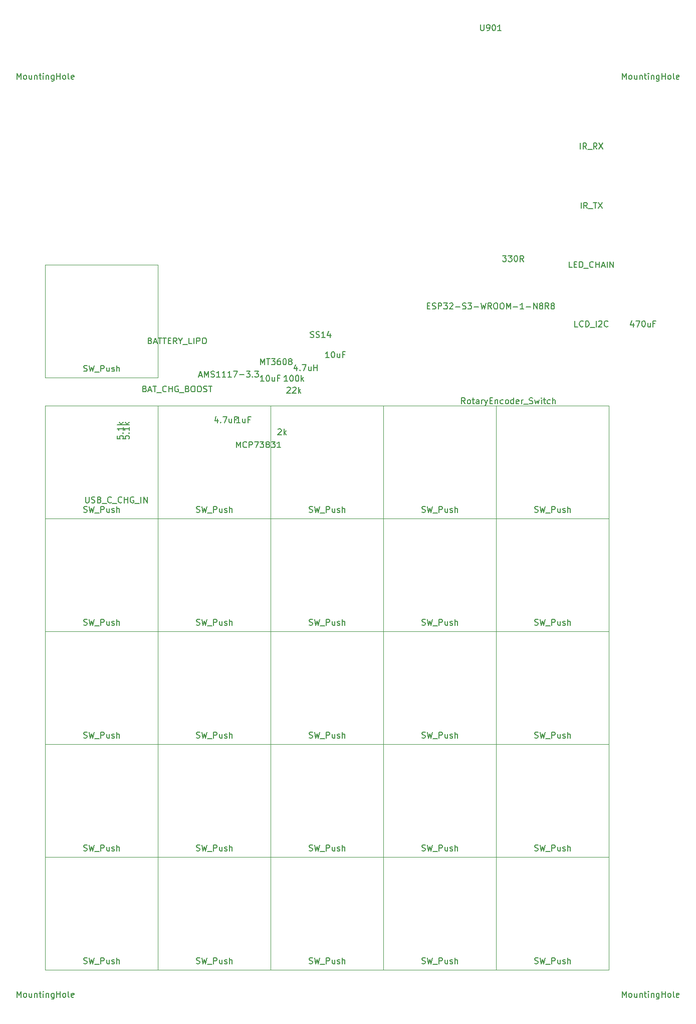
<source format=gbr>
%TF.GenerationSoftware,KiCad,Pcbnew,9.0.7*%
%TF.CreationDate,2026-02-28T06:01:15-05:00*%
%TF.ProjectId,Macropad,4d616372-6f70-4616-942e-6b696361645f,rev?*%
%TF.SameCoordinates,Original*%
%TF.FileFunction,AssemblyDrawing,Top*%
%FSLAX46Y46*%
G04 Gerber Fmt 4.6, Leading zero omitted, Abs format (unit mm)*
G04 Created by KiCad (PCBNEW 9.0.7) date 2026-02-28 06:01:15*
%MOMM*%
%LPD*%
G01*
G04 APERTURE LIST*
%ADD10C,0.150000*%
%ADD11C,0.100000*%
G04 APERTURE END LIST*
D10*
X6477381Y-17932200D02*
X6620238Y-17979819D01*
X6620238Y-17979819D02*
X6858333Y-17979819D01*
X6858333Y-17979819D02*
X6953571Y-17932200D01*
X6953571Y-17932200D02*
X7001190Y-17884580D01*
X7001190Y-17884580D02*
X7048809Y-17789342D01*
X7048809Y-17789342D02*
X7048809Y-17694104D01*
X7048809Y-17694104D02*
X7001190Y-17598866D01*
X7001190Y-17598866D02*
X6953571Y-17551247D01*
X6953571Y-17551247D02*
X6858333Y-17503628D01*
X6858333Y-17503628D02*
X6667857Y-17456009D01*
X6667857Y-17456009D02*
X6572619Y-17408390D01*
X6572619Y-17408390D02*
X6525000Y-17360771D01*
X6525000Y-17360771D02*
X6477381Y-17265533D01*
X6477381Y-17265533D02*
X6477381Y-17170295D01*
X6477381Y-17170295D02*
X6525000Y-17075057D01*
X6525000Y-17075057D02*
X6572619Y-17027438D01*
X6572619Y-17027438D02*
X6667857Y-16979819D01*
X6667857Y-16979819D02*
X6905952Y-16979819D01*
X6905952Y-16979819D02*
X7048809Y-17027438D01*
X7382143Y-16979819D02*
X7620238Y-17979819D01*
X7620238Y-17979819D02*
X7810714Y-17265533D01*
X7810714Y-17265533D02*
X8001190Y-17979819D01*
X8001190Y-17979819D02*
X8239286Y-16979819D01*
X8382143Y-18075057D02*
X9144047Y-18075057D01*
X9382143Y-17979819D02*
X9382143Y-16979819D01*
X9382143Y-16979819D02*
X9763095Y-16979819D01*
X9763095Y-16979819D02*
X9858333Y-17027438D01*
X9858333Y-17027438D02*
X9905952Y-17075057D01*
X9905952Y-17075057D02*
X9953571Y-17170295D01*
X9953571Y-17170295D02*
X9953571Y-17313152D01*
X9953571Y-17313152D02*
X9905952Y-17408390D01*
X9905952Y-17408390D02*
X9858333Y-17456009D01*
X9858333Y-17456009D02*
X9763095Y-17503628D01*
X9763095Y-17503628D02*
X9382143Y-17503628D01*
X10810714Y-17313152D02*
X10810714Y-17979819D01*
X10382143Y-17313152D02*
X10382143Y-17836961D01*
X10382143Y-17836961D02*
X10429762Y-17932200D01*
X10429762Y-17932200D02*
X10525000Y-17979819D01*
X10525000Y-17979819D02*
X10667857Y-17979819D01*
X10667857Y-17979819D02*
X10763095Y-17932200D01*
X10763095Y-17932200D02*
X10810714Y-17884580D01*
X11239286Y-17932200D02*
X11334524Y-17979819D01*
X11334524Y-17979819D02*
X11525000Y-17979819D01*
X11525000Y-17979819D02*
X11620238Y-17932200D01*
X11620238Y-17932200D02*
X11667857Y-17836961D01*
X11667857Y-17836961D02*
X11667857Y-17789342D01*
X11667857Y-17789342D02*
X11620238Y-17694104D01*
X11620238Y-17694104D02*
X11525000Y-17646485D01*
X11525000Y-17646485D02*
X11382143Y-17646485D01*
X11382143Y-17646485D02*
X11286905Y-17598866D01*
X11286905Y-17598866D02*
X11239286Y-17503628D01*
X11239286Y-17503628D02*
X11239286Y-17456009D01*
X11239286Y-17456009D02*
X11286905Y-17360771D01*
X11286905Y-17360771D02*
X11382143Y-17313152D01*
X11382143Y-17313152D02*
X11525000Y-17313152D01*
X11525000Y-17313152D02*
X11620238Y-17360771D01*
X12096429Y-17979819D02*
X12096429Y-16979819D01*
X12525000Y-17979819D02*
X12525000Y-17456009D01*
X12525000Y-17456009D02*
X12477381Y-17360771D01*
X12477381Y-17360771D02*
X12382143Y-17313152D01*
X12382143Y-17313152D02*
X12239286Y-17313152D01*
X12239286Y-17313152D02*
X12144048Y-17360771D01*
X12144048Y-17360771D02*
X12096429Y-17408390D01*
X6477381Y-41744200D02*
X6620238Y-41791819D01*
X6620238Y-41791819D02*
X6858333Y-41791819D01*
X6858333Y-41791819D02*
X6953571Y-41744200D01*
X6953571Y-41744200D02*
X7001190Y-41696580D01*
X7001190Y-41696580D02*
X7048809Y-41601342D01*
X7048809Y-41601342D02*
X7048809Y-41506104D01*
X7048809Y-41506104D02*
X7001190Y-41410866D01*
X7001190Y-41410866D02*
X6953571Y-41363247D01*
X6953571Y-41363247D02*
X6858333Y-41315628D01*
X6858333Y-41315628D02*
X6667857Y-41268009D01*
X6667857Y-41268009D02*
X6572619Y-41220390D01*
X6572619Y-41220390D02*
X6525000Y-41172771D01*
X6525000Y-41172771D02*
X6477381Y-41077533D01*
X6477381Y-41077533D02*
X6477381Y-40982295D01*
X6477381Y-40982295D02*
X6525000Y-40887057D01*
X6525000Y-40887057D02*
X6572619Y-40839438D01*
X6572619Y-40839438D02*
X6667857Y-40791819D01*
X6667857Y-40791819D02*
X6905952Y-40791819D01*
X6905952Y-40791819D02*
X7048809Y-40839438D01*
X7382143Y-40791819D02*
X7620238Y-41791819D01*
X7620238Y-41791819D02*
X7810714Y-41077533D01*
X7810714Y-41077533D02*
X8001190Y-41791819D01*
X8001190Y-41791819D02*
X8239286Y-40791819D01*
X8382143Y-41887057D02*
X9144047Y-41887057D01*
X9382143Y-41791819D02*
X9382143Y-40791819D01*
X9382143Y-40791819D02*
X9763095Y-40791819D01*
X9763095Y-40791819D02*
X9858333Y-40839438D01*
X9858333Y-40839438D02*
X9905952Y-40887057D01*
X9905952Y-40887057D02*
X9953571Y-40982295D01*
X9953571Y-40982295D02*
X9953571Y-41125152D01*
X9953571Y-41125152D02*
X9905952Y-41220390D01*
X9905952Y-41220390D02*
X9858333Y-41268009D01*
X9858333Y-41268009D02*
X9763095Y-41315628D01*
X9763095Y-41315628D02*
X9382143Y-41315628D01*
X10810714Y-41125152D02*
X10810714Y-41791819D01*
X10382143Y-41125152D02*
X10382143Y-41648961D01*
X10382143Y-41648961D02*
X10429762Y-41744200D01*
X10429762Y-41744200D02*
X10525000Y-41791819D01*
X10525000Y-41791819D02*
X10667857Y-41791819D01*
X10667857Y-41791819D02*
X10763095Y-41744200D01*
X10763095Y-41744200D02*
X10810714Y-41696580D01*
X11239286Y-41744200D02*
X11334524Y-41791819D01*
X11334524Y-41791819D02*
X11525000Y-41791819D01*
X11525000Y-41791819D02*
X11620238Y-41744200D01*
X11620238Y-41744200D02*
X11667857Y-41648961D01*
X11667857Y-41648961D02*
X11667857Y-41601342D01*
X11667857Y-41601342D02*
X11620238Y-41506104D01*
X11620238Y-41506104D02*
X11525000Y-41458485D01*
X11525000Y-41458485D02*
X11382143Y-41458485D01*
X11382143Y-41458485D02*
X11286905Y-41410866D01*
X11286905Y-41410866D02*
X11239286Y-41315628D01*
X11239286Y-41315628D02*
X11239286Y-41268009D01*
X11239286Y-41268009D02*
X11286905Y-41172771D01*
X11286905Y-41172771D02*
X11382143Y-41125152D01*
X11382143Y-41125152D02*
X11525000Y-41125152D01*
X11525000Y-41125152D02*
X11620238Y-41172771D01*
X12096429Y-41791819D02*
X12096429Y-40791819D01*
X12525000Y-41791819D02*
X12525000Y-41268009D01*
X12525000Y-41268009D02*
X12477381Y-41172771D01*
X12477381Y-41172771D02*
X12382143Y-41125152D01*
X12382143Y-41125152D02*
X12239286Y-41125152D01*
X12239286Y-41125152D02*
X12144048Y-41172771D01*
X12144048Y-41172771D02*
X12096429Y-41220390D01*
X25527381Y-41744200D02*
X25670238Y-41791819D01*
X25670238Y-41791819D02*
X25908333Y-41791819D01*
X25908333Y-41791819D02*
X26003571Y-41744200D01*
X26003571Y-41744200D02*
X26051190Y-41696580D01*
X26051190Y-41696580D02*
X26098809Y-41601342D01*
X26098809Y-41601342D02*
X26098809Y-41506104D01*
X26098809Y-41506104D02*
X26051190Y-41410866D01*
X26051190Y-41410866D02*
X26003571Y-41363247D01*
X26003571Y-41363247D02*
X25908333Y-41315628D01*
X25908333Y-41315628D02*
X25717857Y-41268009D01*
X25717857Y-41268009D02*
X25622619Y-41220390D01*
X25622619Y-41220390D02*
X25575000Y-41172771D01*
X25575000Y-41172771D02*
X25527381Y-41077533D01*
X25527381Y-41077533D02*
X25527381Y-40982295D01*
X25527381Y-40982295D02*
X25575000Y-40887057D01*
X25575000Y-40887057D02*
X25622619Y-40839438D01*
X25622619Y-40839438D02*
X25717857Y-40791819D01*
X25717857Y-40791819D02*
X25955952Y-40791819D01*
X25955952Y-40791819D02*
X26098809Y-40839438D01*
X26432143Y-40791819D02*
X26670238Y-41791819D01*
X26670238Y-41791819D02*
X26860714Y-41077533D01*
X26860714Y-41077533D02*
X27051190Y-41791819D01*
X27051190Y-41791819D02*
X27289286Y-40791819D01*
X27432143Y-41887057D02*
X28194047Y-41887057D01*
X28432143Y-41791819D02*
X28432143Y-40791819D01*
X28432143Y-40791819D02*
X28813095Y-40791819D01*
X28813095Y-40791819D02*
X28908333Y-40839438D01*
X28908333Y-40839438D02*
X28955952Y-40887057D01*
X28955952Y-40887057D02*
X29003571Y-40982295D01*
X29003571Y-40982295D02*
X29003571Y-41125152D01*
X29003571Y-41125152D02*
X28955952Y-41220390D01*
X28955952Y-41220390D02*
X28908333Y-41268009D01*
X28908333Y-41268009D02*
X28813095Y-41315628D01*
X28813095Y-41315628D02*
X28432143Y-41315628D01*
X29860714Y-41125152D02*
X29860714Y-41791819D01*
X29432143Y-41125152D02*
X29432143Y-41648961D01*
X29432143Y-41648961D02*
X29479762Y-41744200D01*
X29479762Y-41744200D02*
X29575000Y-41791819D01*
X29575000Y-41791819D02*
X29717857Y-41791819D01*
X29717857Y-41791819D02*
X29813095Y-41744200D01*
X29813095Y-41744200D02*
X29860714Y-41696580D01*
X30289286Y-41744200D02*
X30384524Y-41791819D01*
X30384524Y-41791819D02*
X30575000Y-41791819D01*
X30575000Y-41791819D02*
X30670238Y-41744200D01*
X30670238Y-41744200D02*
X30717857Y-41648961D01*
X30717857Y-41648961D02*
X30717857Y-41601342D01*
X30717857Y-41601342D02*
X30670238Y-41506104D01*
X30670238Y-41506104D02*
X30575000Y-41458485D01*
X30575000Y-41458485D02*
X30432143Y-41458485D01*
X30432143Y-41458485D02*
X30336905Y-41410866D01*
X30336905Y-41410866D02*
X30289286Y-41315628D01*
X30289286Y-41315628D02*
X30289286Y-41268009D01*
X30289286Y-41268009D02*
X30336905Y-41172771D01*
X30336905Y-41172771D02*
X30432143Y-41125152D01*
X30432143Y-41125152D02*
X30575000Y-41125152D01*
X30575000Y-41125152D02*
X30670238Y-41172771D01*
X31146429Y-41791819D02*
X31146429Y-40791819D01*
X31575000Y-41791819D02*
X31575000Y-41268009D01*
X31575000Y-41268009D02*
X31527381Y-41172771D01*
X31527381Y-41172771D02*
X31432143Y-41125152D01*
X31432143Y-41125152D02*
X31289286Y-41125152D01*
X31289286Y-41125152D02*
X31194048Y-41172771D01*
X31194048Y-41172771D02*
X31146429Y-41220390D01*
X44577381Y-41744200D02*
X44720238Y-41791819D01*
X44720238Y-41791819D02*
X44958333Y-41791819D01*
X44958333Y-41791819D02*
X45053571Y-41744200D01*
X45053571Y-41744200D02*
X45101190Y-41696580D01*
X45101190Y-41696580D02*
X45148809Y-41601342D01*
X45148809Y-41601342D02*
X45148809Y-41506104D01*
X45148809Y-41506104D02*
X45101190Y-41410866D01*
X45101190Y-41410866D02*
X45053571Y-41363247D01*
X45053571Y-41363247D02*
X44958333Y-41315628D01*
X44958333Y-41315628D02*
X44767857Y-41268009D01*
X44767857Y-41268009D02*
X44672619Y-41220390D01*
X44672619Y-41220390D02*
X44625000Y-41172771D01*
X44625000Y-41172771D02*
X44577381Y-41077533D01*
X44577381Y-41077533D02*
X44577381Y-40982295D01*
X44577381Y-40982295D02*
X44625000Y-40887057D01*
X44625000Y-40887057D02*
X44672619Y-40839438D01*
X44672619Y-40839438D02*
X44767857Y-40791819D01*
X44767857Y-40791819D02*
X45005952Y-40791819D01*
X45005952Y-40791819D02*
X45148809Y-40839438D01*
X45482143Y-40791819D02*
X45720238Y-41791819D01*
X45720238Y-41791819D02*
X45910714Y-41077533D01*
X45910714Y-41077533D02*
X46101190Y-41791819D01*
X46101190Y-41791819D02*
X46339286Y-40791819D01*
X46482143Y-41887057D02*
X47244047Y-41887057D01*
X47482143Y-41791819D02*
X47482143Y-40791819D01*
X47482143Y-40791819D02*
X47863095Y-40791819D01*
X47863095Y-40791819D02*
X47958333Y-40839438D01*
X47958333Y-40839438D02*
X48005952Y-40887057D01*
X48005952Y-40887057D02*
X48053571Y-40982295D01*
X48053571Y-40982295D02*
X48053571Y-41125152D01*
X48053571Y-41125152D02*
X48005952Y-41220390D01*
X48005952Y-41220390D02*
X47958333Y-41268009D01*
X47958333Y-41268009D02*
X47863095Y-41315628D01*
X47863095Y-41315628D02*
X47482143Y-41315628D01*
X48910714Y-41125152D02*
X48910714Y-41791819D01*
X48482143Y-41125152D02*
X48482143Y-41648961D01*
X48482143Y-41648961D02*
X48529762Y-41744200D01*
X48529762Y-41744200D02*
X48625000Y-41791819D01*
X48625000Y-41791819D02*
X48767857Y-41791819D01*
X48767857Y-41791819D02*
X48863095Y-41744200D01*
X48863095Y-41744200D02*
X48910714Y-41696580D01*
X49339286Y-41744200D02*
X49434524Y-41791819D01*
X49434524Y-41791819D02*
X49625000Y-41791819D01*
X49625000Y-41791819D02*
X49720238Y-41744200D01*
X49720238Y-41744200D02*
X49767857Y-41648961D01*
X49767857Y-41648961D02*
X49767857Y-41601342D01*
X49767857Y-41601342D02*
X49720238Y-41506104D01*
X49720238Y-41506104D02*
X49625000Y-41458485D01*
X49625000Y-41458485D02*
X49482143Y-41458485D01*
X49482143Y-41458485D02*
X49386905Y-41410866D01*
X49386905Y-41410866D02*
X49339286Y-41315628D01*
X49339286Y-41315628D02*
X49339286Y-41268009D01*
X49339286Y-41268009D02*
X49386905Y-41172771D01*
X49386905Y-41172771D02*
X49482143Y-41125152D01*
X49482143Y-41125152D02*
X49625000Y-41125152D01*
X49625000Y-41125152D02*
X49720238Y-41172771D01*
X50196429Y-41791819D02*
X50196429Y-40791819D01*
X50625000Y-41791819D02*
X50625000Y-41268009D01*
X50625000Y-41268009D02*
X50577381Y-41172771D01*
X50577381Y-41172771D02*
X50482143Y-41125152D01*
X50482143Y-41125152D02*
X50339286Y-41125152D01*
X50339286Y-41125152D02*
X50244048Y-41172771D01*
X50244048Y-41172771D02*
X50196429Y-41220390D01*
X63627381Y-41744200D02*
X63770238Y-41791819D01*
X63770238Y-41791819D02*
X64008333Y-41791819D01*
X64008333Y-41791819D02*
X64103571Y-41744200D01*
X64103571Y-41744200D02*
X64151190Y-41696580D01*
X64151190Y-41696580D02*
X64198809Y-41601342D01*
X64198809Y-41601342D02*
X64198809Y-41506104D01*
X64198809Y-41506104D02*
X64151190Y-41410866D01*
X64151190Y-41410866D02*
X64103571Y-41363247D01*
X64103571Y-41363247D02*
X64008333Y-41315628D01*
X64008333Y-41315628D02*
X63817857Y-41268009D01*
X63817857Y-41268009D02*
X63722619Y-41220390D01*
X63722619Y-41220390D02*
X63675000Y-41172771D01*
X63675000Y-41172771D02*
X63627381Y-41077533D01*
X63627381Y-41077533D02*
X63627381Y-40982295D01*
X63627381Y-40982295D02*
X63675000Y-40887057D01*
X63675000Y-40887057D02*
X63722619Y-40839438D01*
X63722619Y-40839438D02*
X63817857Y-40791819D01*
X63817857Y-40791819D02*
X64055952Y-40791819D01*
X64055952Y-40791819D02*
X64198809Y-40839438D01*
X64532143Y-40791819D02*
X64770238Y-41791819D01*
X64770238Y-41791819D02*
X64960714Y-41077533D01*
X64960714Y-41077533D02*
X65151190Y-41791819D01*
X65151190Y-41791819D02*
X65389286Y-40791819D01*
X65532143Y-41887057D02*
X66294047Y-41887057D01*
X66532143Y-41791819D02*
X66532143Y-40791819D01*
X66532143Y-40791819D02*
X66913095Y-40791819D01*
X66913095Y-40791819D02*
X67008333Y-40839438D01*
X67008333Y-40839438D02*
X67055952Y-40887057D01*
X67055952Y-40887057D02*
X67103571Y-40982295D01*
X67103571Y-40982295D02*
X67103571Y-41125152D01*
X67103571Y-41125152D02*
X67055952Y-41220390D01*
X67055952Y-41220390D02*
X67008333Y-41268009D01*
X67008333Y-41268009D02*
X66913095Y-41315628D01*
X66913095Y-41315628D02*
X66532143Y-41315628D01*
X67960714Y-41125152D02*
X67960714Y-41791819D01*
X67532143Y-41125152D02*
X67532143Y-41648961D01*
X67532143Y-41648961D02*
X67579762Y-41744200D01*
X67579762Y-41744200D02*
X67675000Y-41791819D01*
X67675000Y-41791819D02*
X67817857Y-41791819D01*
X67817857Y-41791819D02*
X67913095Y-41744200D01*
X67913095Y-41744200D02*
X67960714Y-41696580D01*
X68389286Y-41744200D02*
X68484524Y-41791819D01*
X68484524Y-41791819D02*
X68675000Y-41791819D01*
X68675000Y-41791819D02*
X68770238Y-41744200D01*
X68770238Y-41744200D02*
X68817857Y-41648961D01*
X68817857Y-41648961D02*
X68817857Y-41601342D01*
X68817857Y-41601342D02*
X68770238Y-41506104D01*
X68770238Y-41506104D02*
X68675000Y-41458485D01*
X68675000Y-41458485D02*
X68532143Y-41458485D01*
X68532143Y-41458485D02*
X68436905Y-41410866D01*
X68436905Y-41410866D02*
X68389286Y-41315628D01*
X68389286Y-41315628D02*
X68389286Y-41268009D01*
X68389286Y-41268009D02*
X68436905Y-41172771D01*
X68436905Y-41172771D02*
X68532143Y-41125152D01*
X68532143Y-41125152D02*
X68675000Y-41125152D01*
X68675000Y-41125152D02*
X68770238Y-41172771D01*
X69246429Y-41791819D02*
X69246429Y-40791819D01*
X69675000Y-41791819D02*
X69675000Y-41268009D01*
X69675000Y-41268009D02*
X69627381Y-41172771D01*
X69627381Y-41172771D02*
X69532143Y-41125152D01*
X69532143Y-41125152D02*
X69389286Y-41125152D01*
X69389286Y-41125152D02*
X69294048Y-41172771D01*
X69294048Y-41172771D02*
X69246429Y-41220390D01*
X82677381Y-41744200D02*
X82820238Y-41791819D01*
X82820238Y-41791819D02*
X83058333Y-41791819D01*
X83058333Y-41791819D02*
X83153571Y-41744200D01*
X83153571Y-41744200D02*
X83201190Y-41696580D01*
X83201190Y-41696580D02*
X83248809Y-41601342D01*
X83248809Y-41601342D02*
X83248809Y-41506104D01*
X83248809Y-41506104D02*
X83201190Y-41410866D01*
X83201190Y-41410866D02*
X83153571Y-41363247D01*
X83153571Y-41363247D02*
X83058333Y-41315628D01*
X83058333Y-41315628D02*
X82867857Y-41268009D01*
X82867857Y-41268009D02*
X82772619Y-41220390D01*
X82772619Y-41220390D02*
X82725000Y-41172771D01*
X82725000Y-41172771D02*
X82677381Y-41077533D01*
X82677381Y-41077533D02*
X82677381Y-40982295D01*
X82677381Y-40982295D02*
X82725000Y-40887057D01*
X82725000Y-40887057D02*
X82772619Y-40839438D01*
X82772619Y-40839438D02*
X82867857Y-40791819D01*
X82867857Y-40791819D02*
X83105952Y-40791819D01*
X83105952Y-40791819D02*
X83248809Y-40839438D01*
X83582143Y-40791819D02*
X83820238Y-41791819D01*
X83820238Y-41791819D02*
X84010714Y-41077533D01*
X84010714Y-41077533D02*
X84201190Y-41791819D01*
X84201190Y-41791819D02*
X84439286Y-40791819D01*
X84582143Y-41887057D02*
X85344047Y-41887057D01*
X85582143Y-41791819D02*
X85582143Y-40791819D01*
X85582143Y-40791819D02*
X85963095Y-40791819D01*
X85963095Y-40791819D02*
X86058333Y-40839438D01*
X86058333Y-40839438D02*
X86105952Y-40887057D01*
X86105952Y-40887057D02*
X86153571Y-40982295D01*
X86153571Y-40982295D02*
X86153571Y-41125152D01*
X86153571Y-41125152D02*
X86105952Y-41220390D01*
X86105952Y-41220390D02*
X86058333Y-41268009D01*
X86058333Y-41268009D02*
X85963095Y-41315628D01*
X85963095Y-41315628D02*
X85582143Y-41315628D01*
X87010714Y-41125152D02*
X87010714Y-41791819D01*
X86582143Y-41125152D02*
X86582143Y-41648961D01*
X86582143Y-41648961D02*
X86629762Y-41744200D01*
X86629762Y-41744200D02*
X86725000Y-41791819D01*
X86725000Y-41791819D02*
X86867857Y-41791819D01*
X86867857Y-41791819D02*
X86963095Y-41744200D01*
X86963095Y-41744200D02*
X87010714Y-41696580D01*
X87439286Y-41744200D02*
X87534524Y-41791819D01*
X87534524Y-41791819D02*
X87725000Y-41791819D01*
X87725000Y-41791819D02*
X87820238Y-41744200D01*
X87820238Y-41744200D02*
X87867857Y-41648961D01*
X87867857Y-41648961D02*
X87867857Y-41601342D01*
X87867857Y-41601342D02*
X87820238Y-41506104D01*
X87820238Y-41506104D02*
X87725000Y-41458485D01*
X87725000Y-41458485D02*
X87582143Y-41458485D01*
X87582143Y-41458485D02*
X87486905Y-41410866D01*
X87486905Y-41410866D02*
X87439286Y-41315628D01*
X87439286Y-41315628D02*
X87439286Y-41268009D01*
X87439286Y-41268009D02*
X87486905Y-41172771D01*
X87486905Y-41172771D02*
X87582143Y-41125152D01*
X87582143Y-41125152D02*
X87725000Y-41125152D01*
X87725000Y-41125152D02*
X87820238Y-41172771D01*
X88296429Y-41791819D02*
X88296429Y-40791819D01*
X88725000Y-41791819D02*
X88725000Y-41268009D01*
X88725000Y-41268009D02*
X88677381Y-41172771D01*
X88677381Y-41172771D02*
X88582143Y-41125152D01*
X88582143Y-41125152D02*
X88439286Y-41125152D01*
X88439286Y-41125152D02*
X88344048Y-41172771D01*
X88344048Y-41172771D02*
X88296429Y-41220390D01*
X6477381Y-60795200D02*
X6620238Y-60842819D01*
X6620238Y-60842819D02*
X6858333Y-60842819D01*
X6858333Y-60842819D02*
X6953571Y-60795200D01*
X6953571Y-60795200D02*
X7001190Y-60747580D01*
X7001190Y-60747580D02*
X7048809Y-60652342D01*
X7048809Y-60652342D02*
X7048809Y-60557104D01*
X7048809Y-60557104D02*
X7001190Y-60461866D01*
X7001190Y-60461866D02*
X6953571Y-60414247D01*
X6953571Y-60414247D02*
X6858333Y-60366628D01*
X6858333Y-60366628D02*
X6667857Y-60319009D01*
X6667857Y-60319009D02*
X6572619Y-60271390D01*
X6572619Y-60271390D02*
X6525000Y-60223771D01*
X6525000Y-60223771D02*
X6477381Y-60128533D01*
X6477381Y-60128533D02*
X6477381Y-60033295D01*
X6477381Y-60033295D02*
X6525000Y-59938057D01*
X6525000Y-59938057D02*
X6572619Y-59890438D01*
X6572619Y-59890438D02*
X6667857Y-59842819D01*
X6667857Y-59842819D02*
X6905952Y-59842819D01*
X6905952Y-59842819D02*
X7048809Y-59890438D01*
X7382143Y-59842819D02*
X7620238Y-60842819D01*
X7620238Y-60842819D02*
X7810714Y-60128533D01*
X7810714Y-60128533D02*
X8001190Y-60842819D01*
X8001190Y-60842819D02*
X8239286Y-59842819D01*
X8382143Y-60938057D02*
X9144047Y-60938057D01*
X9382143Y-60842819D02*
X9382143Y-59842819D01*
X9382143Y-59842819D02*
X9763095Y-59842819D01*
X9763095Y-59842819D02*
X9858333Y-59890438D01*
X9858333Y-59890438D02*
X9905952Y-59938057D01*
X9905952Y-59938057D02*
X9953571Y-60033295D01*
X9953571Y-60033295D02*
X9953571Y-60176152D01*
X9953571Y-60176152D02*
X9905952Y-60271390D01*
X9905952Y-60271390D02*
X9858333Y-60319009D01*
X9858333Y-60319009D02*
X9763095Y-60366628D01*
X9763095Y-60366628D02*
X9382143Y-60366628D01*
X10810714Y-60176152D02*
X10810714Y-60842819D01*
X10382143Y-60176152D02*
X10382143Y-60699961D01*
X10382143Y-60699961D02*
X10429762Y-60795200D01*
X10429762Y-60795200D02*
X10525000Y-60842819D01*
X10525000Y-60842819D02*
X10667857Y-60842819D01*
X10667857Y-60842819D02*
X10763095Y-60795200D01*
X10763095Y-60795200D02*
X10810714Y-60747580D01*
X11239286Y-60795200D02*
X11334524Y-60842819D01*
X11334524Y-60842819D02*
X11525000Y-60842819D01*
X11525000Y-60842819D02*
X11620238Y-60795200D01*
X11620238Y-60795200D02*
X11667857Y-60699961D01*
X11667857Y-60699961D02*
X11667857Y-60652342D01*
X11667857Y-60652342D02*
X11620238Y-60557104D01*
X11620238Y-60557104D02*
X11525000Y-60509485D01*
X11525000Y-60509485D02*
X11382143Y-60509485D01*
X11382143Y-60509485D02*
X11286905Y-60461866D01*
X11286905Y-60461866D02*
X11239286Y-60366628D01*
X11239286Y-60366628D02*
X11239286Y-60319009D01*
X11239286Y-60319009D02*
X11286905Y-60223771D01*
X11286905Y-60223771D02*
X11382143Y-60176152D01*
X11382143Y-60176152D02*
X11525000Y-60176152D01*
X11525000Y-60176152D02*
X11620238Y-60223771D01*
X12096429Y-60842819D02*
X12096429Y-59842819D01*
X12525000Y-60842819D02*
X12525000Y-60319009D01*
X12525000Y-60319009D02*
X12477381Y-60223771D01*
X12477381Y-60223771D02*
X12382143Y-60176152D01*
X12382143Y-60176152D02*
X12239286Y-60176152D01*
X12239286Y-60176152D02*
X12144048Y-60223771D01*
X12144048Y-60223771D02*
X12096429Y-60271390D01*
X25527381Y-60795200D02*
X25670238Y-60842819D01*
X25670238Y-60842819D02*
X25908333Y-60842819D01*
X25908333Y-60842819D02*
X26003571Y-60795200D01*
X26003571Y-60795200D02*
X26051190Y-60747580D01*
X26051190Y-60747580D02*
X26098809Y-60652342D01*
X26098809Y-60652342D02*
X26098809Y-60557104D01*
X26098809Y-60557104D02*
X26051190Y-60461866D01*
X26051190Y-60461866D02*
X26003571Y-60414247D01*
X26003571Y-60414247D02*
X25908333Y-60366628D01*
X25908333Y-60366628D02*
X25717857Y-60319009D01*
X25717857Y-60319009D02*
X25622619Y-60271390D01*
X25622619Y-60271390D02*
X25575000Y-60223771D01*
X25575000Y-60223771D02*
X25527381Y-60128533D01*
X25527381Y-60128533D02*
X25527381Y-60033295D01*
X25527381Y-60033295D02*
X25575000Y-59938057D01*
X25575000Y-59938057D02*
X25622619Y-59890438D01*
X25622619Y-59890438D02*
X25717857Y-59842819D01*
X25717857Y-59842819D02*
X25955952Y-59842819D01*
X25955952Y-59842819D02*
X26098809Y-59890438D01*
X26432143Y-59842819D02*
X26670238Y-60842819D01*
X26670238Y-60842819D02*
X26860714Y-60128533D01*
X26860714Y-60128533D02*
X27051190Y-60842819D01*
X27051190Y-60842819D02*
X27289286Y-59842819D01*
X27432143Y-60938057D02*
X28194047Y-60938057D01*
X28432143Y-60842819D02*
X28432143Y-59842819D01*
X28432143Y-59842819D02*
X28813095Y-59842819D01*
X28813095Y-59842819D02*
X28908333Y-59890438D01*
X28908333Y-59890438D02*
X28955952Y-59938057D01*
X28955952Y-59938057D02*
X29003571Y-60033295D01*
X29003571Y-60033295D02*
X29003571Y-60176152D01*
X29003571Y-60176152D02*
X28955952Y-60271390D01*
X28955952Y-60271390D02*
X28908333Y-60319009D01*
X28908333Y-60319009D02*
X28813095Y-60366628D01*
X28813095Y-60366628D02*
X28432143Y-60366628D01*
X29860714Y-60176152D02*
X29860714Y-60842819D01*
X29432143Y-60176152D02*
X29432143Y-60699961D01*
X29432143Y-60699961D02*
X29479762Y-60795200D01*
X29479762Y-60795200D02*
X29575000Y-60842819D01*
X29575000Y-60842819D02*
X29717857Y-60842819D01*
X29717857Y-60842819D02*
X29813095Y-60795200D01*
X29813095Y-60795200D02*
X29860714Y-60747580D01*
X30289286Y-60795200D02*
X30384524Y-60842819D01*
X30384524Y-60842819D02*
X30575000Y-60842819D01*
X30575000Y-60842819D02*
X30670238Y-60795200D01*
X30670238Y-60795200D02*
X30717857Y-60699961D01*
X30717857Y-60699961D02*
X30717857Y-60652342D01*
X30717857Y-60652342D02*
X30670238Y-60557104D01*
X30670238Y-60557104D02*
X30575000Y-60509485D01*
X30575000Y-60509485D02*
X30432143Y-60509485D01*
X30432143Y-60509485D02*
X30336905Y-60461866D01*
X30336905Y-60461866D02*
X30289286Y-60366628D01*
X30289286Y-60366628D02*
X30289286Y-60319009D01*
X30289286Y-60319009D02*
X30336905Y-60223771D01*
X30336905Y-60223771D02*
X30432143Y-60176152D01*
X30432143Y-60176152D02*
X30575000Y-60176152D01*
X30575000Y-60176152D02*
X30670238Y-60223771D01*
X31146429Y-60842819D02*
X31146429Y-59842819D01*
X31575000Y-60842819D02*
X31575000Y-60319009D01*
X31575000Y-60319009D02*
X31527381Y-60223771D01*
X31527381Y-60223771D02*
X31432143Y-60176152D01*
X31432143Y-60176152D02*
X31289286Y-60176152D01*
X31289286Y-60176152D02*
X31194048Y-60223771D01*
X31194048Y-60223771D02*
X31146429Y-60271390D01*
X44577381Y-60795200D02*
X44720238Y-60842819D01*
X44720238Y-60842819D02*
X44958333Y-60842819D01*
X44958333Y-60842819D02*
X45053571Y-60795200D01*
X45053571Y-60795200D02*
X45101190Y-60747580D01*
X45101190Y-60747580D02*
X45148809Y-60652342D01*
X45148809Y-60652342D02*
X45148809Y-60557104D01*
X45148809Y-60557104D02*
X45101190Y-60461866D01*
X45101190Y-60461866D02*
X45053571Y-60414247D01*
X45053571Y-60414247D02*
X44958333Y-60366628D01*
X44958333Y-60366628D02*
X44767857Y-60319009D01*
X44767857Y-60319009D02*
X44672619Y-60271390D01*
X44672619Y-60271390D02*
X44625000Y-60223771D01*
X44625000Y-60223771D02*
X44577381Y-60128533D01*
X44577381Y-60128533D02*
X44577381Y-60033295D01*
X44577381Y-60033295D02*
X44625000Y-59938057D01*
X44625000Y-59938057D02*
X44672619Y-59890438D01*
X44672619Y-59890438D02*
X44767857Y-59842819D01*
X44767857Y-59842819D02*
X45005952Y-59842819D01*
X45005952Y-59842819D02*
X45148809Y-59890438D01*
X45482143Y-59842819D02*
X45720238Y-60842819D01*
X45720238Y-60842819D02*
X45910714Y-60128533D01*
X45910714Y-60128533D02*
X46101190Y-60842819D01*
X46101190Y-60842819D02*
X46339286Y-59842819D01*
X46482143Y-60938057D02*
X47244047Y-60938057D01*
X47482143Y-60842819D02*
X47482143Y-59842819D01*
X47482143Y-59842819D02*
X47863095Y-59842819D01*
X47863095Y-59842819D02*
X47958333Y-59890438D01*
X47958333Y-59890438D02*
X48005952Y-59938057D01*
X48005952Y-59938057D02*
X48053571Y-60033295D01*
X48053571Y-60033295D02*
X48053571Y-60176152D01*
X48053571Y-60176152D02*
X48005952Y-60271390D01*
X48005952Y-60271390D02*
X47958333Y-60319009D01*
X47958333Y-60319009D02*
X47863095Y-60366628D01*
X47863095Y-60366628D02*
X47482143Y-60366628D01*
X48910714Y-60176152D02*
X48910714Y-60842819D01*
X48482143Y-60176152D02*
X48482143Y-60699961D01*
X48482143Y-60699961D02*
X48529762Y-60795200D01*
X48529762Y-60795200D02*
X48625000Y-60842819D01*
X48625000Y-60842819D02*
X48767857Y-60842819D01*
X48767857Y-60842819D02*
X48863095Y-60795200D01*
X48863095Y-60795200D02*
X48910714Y-60747580D01*
X49339286Y-60795200D02*
X49434524Y-60842819D01*
X49434524Y-60842819D02*
X49625000Y-60842819D01*
X49625000Y-60842819D02*
X49720238Y-60795200D01*
X49720238Y-60795200D02*
X49767857Y-60699961D01*
X49767857Y-60699961D02*
X49767857Y-60652342D01*
X49767857Y-60652342D02*
X49720238Y-60557104D01*
X49720238Y-60557104D02*
X49625000Y-60509485D01*
X49625000Y-60509485D02*
X49482143Y-60509485D01*
X49482143Y-60509485D02*
X49386905Y-60461866D01*
X49386905Y-60461866D02*
X49339286Y-60366628D01*
X49339286Y-60366628D02*
X49339286Y-60319009D01*
X49339286Y-60319009D02*
X49386905Y-60223771D01*
X49386905Y-60223771D02*
X49482143Y-60176152D01*
X49482143Y-60176152D02*
X49625000Y-60176152D01*
X49625000Y-60176152D02*
X49720238Y-60223771D01*
X50196429Y-60842819D02*
X50196429Y-59842819D01*
X50625000Y-60842819D02*
X50625000Y-60319009D01*
X50625000Y-60319009D02*
X50577381Y-60223771D01*
X50577381Y-60223771D02*
X50482143Y-60176152D01*
X50482143Y-60176152D02*
X50339286Y-60176152D01*
X50339286Y-60176152D02*
X50244048Y-60223771D01*
X50244048Y-60223771D02*
X50196429Y-60271390D01*
X63627381Y-60795200D02*
X63770238Y-60842819D01*
X63770238Y-60842819D02*
X64008333Y-60842819D01*
X64008333Y-60842819D02*
X64103571Y-60795200D01*
X64103571Y-60795200D02*
X64151190Y-60747580D01*
X64151190Y-60747580D02*
X64198809Y-60652342D01*
X64198809Y-60652342D02*
X64198809Y-60557104D01*
X64198809Y-60557104D02*
X64151190Y-60461866D01*
X64151190Y-60461866D02*
X64103571Y-60414247D01*
X64103571Y-60414247D02*
X64008333Y-60366628D01*
X64008333Y-60366628D02*
X63817857Y-60319009D01*
X63817857Y-60319009D02*
X63722619Y-60271390D01*
X63722619Y-60271390D02*
X63675000Y-60223771D01*
X63675000Y-60223771D02*
X63627381Y-60128533D01*
X63627381Y-60128533D02*
X63627381Y-60033295D01*
X63627381Y-60033295D02*
X63675000Y-59938057D01*
X63675000Y-59938057D02*
X63722619Y-59890438D01*
X63722619Y-59890438D02*
X63817857Y-59842819D01*
X63817857Y-59842819D02*
X64055952Y-59842819D01*
X64055952Y-59842819D02*
X64198809Y-59890438D01*
X64532143Y-59842819D02*
X64770238Y-60842819D01*
X64770238Y-60842819D02*
X64960714Y-60128533D01*
X64960714Y-60128533D02*
X65151190Y-60842819D01*
X65151190Y-60842819D02*
X65389286Y-59842819D01*
X65532143Y-60938057D02*
X66294047Y-60938057D01*
X66532143Y-60842819D02*
X66532143Y-59842819D01*
X66532143Y-59842819D02*
X66913095Y-59842819D01*
X66913095Y-59842819D02*
X67008333Y-59890438D01*
X67008333Y-59890438D02*
X67055952Y-59938057D01*
X67055952Y-59938057D02*
X67103571Y-60033295D01*
X67103571Y-60033295D02*
X67103571Y-60176152D01*
X67103571Y-60176152D02*
X67055952Y-60271390D01*
X67055952Y-60271390D02*
X67008333Y-60319009D01*
X67008333Y-60319009D02*
X66913095Y-60366628D01*
X66913095Y-60366628D02*
X66532143Y-60366628D01*
X67960714Y-60176152D02*
X67960714Y-60842819D01*
X67532143Y-60176152D02*
X67532143Y-60699961D01*
X67532143Y-60699961D02*
X67579762Y-60795200D01*
X67579762Y-60795200D02*
X67675000Y-60842819D01*
X67675000Y-60842819D02*
X67817857Y-60842819D01*
X67817857Y-60842819D02*
X67913095Y-60795200D01*
X67913095Y-60795200D02*
X67960714Y-60747580D01*
X68389286Y-60795200D02*
X68484524Y-60842819D01*
X68484524Y-60842819D02*
X68675000Y-60842819D01*
X68675000Y-60842819D02*
X68770238Y-60795200D01*
X68770238Y-60795200D02*
X68817857Y-60699961D01*
X68817857Y-60699961D02*
X68817857Y-60652342D01*
X68817857Y-60652342D02*
X68770238Y-60557104D01*
X68770238Y-60557104D02*
X68675000Y-60509485D01*
X68675000Y-60509485D02*
X68532143Y-60509485D01*
X68532143Y-60509485D02*
X68436905Y-60461866D01*
X68436905Y-60461866D02*
X68389286Y-60366628D01*
X68389286Y-60366628D02*
X68389286Y-60319009D01*
X68389286Y-60319009D02*
X68436905Y-60223771D01*
X68436905Y-60223771D02*
X68532143Y-60176152D01*
X68532143Y-60176152D02*
X68675000Y-60176152D01*
X68675000Y-60176152D02*
X68770238Y-60223771D01*
X69246429Y-60842819D02*
X69246429Y-59842819D01*
X69675000Y-60842819D02*
X69675000Y-60319009D01*
X69675000Y-60319009D02*
X69627381Y-60223771D01*
X69627381Y-60223771D02*
X69532143Y-60176152D01*
X69532143Y-60176152D02*
X69389286Y-60176152D01*
X69389286Y-60176152D02*
X69294048Y-60223771D01*
X69294048Y-60223771D02*
X69246429Y-60271390D01*
X82677381Y-60795200D02*
X82820238Y-60842819D01*
X82820238Y-60842819D02*
X83058333Y-60842819D01*
X83058333Y-60842819D02*
X83153571Y-60795200D01*
X83153571Y-60795200D02*
X83201190Y-60747580D01*
X83201190Y-60747580D02*
X83248809Y-60652342D01*
X83248809Y-60652342D02*
X83248809Y-60557104D01*
X83248809Y-60557104D02*
X83201190Y-60461866D01*
X83201190Y-60461866D02*
X83153571Y-60414247D01*
X83153571Y-60414247D02*
X83058333Y-60366628D01*
X83058333Y-60366628D02*
X82867857Y-60319009D01*
X82867857Y-60319009D02*
X82772619Y-60271390D01*
X82772619Y-60271390D02*
X82725000Y-60223771D01*
X82725000Y-60223771D02*
X82677381Y-60128533D01*
X82677381Y-60128533D02*
X82677381Y-60033295D01*
X82677381Y-60033295D02*
X82725000Y-59938057D01*
X82725000Y-59938057D02*
X82772619Y-59890438D01*
X82772619Y-59890438D02*
X82867857Y-59842819D01*
X82867857Y-59842819D02*
X83105952Y-59842819D01*
X83105952Y-59842819D02*
X83248809Y-59890438D01*
X83582143Y-59842819D02*
X83820238Y-60842819D01*
X83820238Y-60842819D02*
X84010714Y-60128533D01*
X84010714Y-60128533D02*
X84201190Y-60842819D01*
X84201190Y-60842819D02*
X84439286Y-59842819D01*
X84582143Y-60938057D02*
X85344047Y-60938057D01*
X85582143Y-60842819D02*
X85582143Y-59842819D01*
X85582143Y-59842819D02*
X85963095Y-59842819D01*
X85963095Y-59842819D02*
X86058333Y-59890438D01*
X86058333Y-59890438D02*
X86105952Y-59938057D01*
X86105952Y-59938057D02*
X86153571Y-60033295D01*
X86153571Y-60033295D02*
X86153571Y-60176152D01*
X86153571Y-60176152D02*
X86105952Y-60271390D01*
X86105952Y-60271390D02*
X86058333Y-60319009D01*
X86058333Y-60319009D02*
X85963095Y-60366628D01*
X85963095Y-60366628D02*
X85582143Y-60366628D01*
X87010714Y-60176152D02*
X87010714Y-60842819D01*
X86582143Y-60176152D02*
X86582143Y-60699961D01*
X86582143Y-60699961D02*
X86629762Y-60795200D01*
X86629762Y-60795200D02*
X86725000Y-60842819D01*
X86725000Y-60842819D02*
X86867857Y-60842819D01*
X86867857Y-60842819D02*
X86963095Y-60795200D01*
X86963095Y-60795200D02*
X87010714Y-60747580D01*
X87439286Y-60795200D02*
X87534524Y-60842819D01*
X87534524Y-60842819D02*
X87725000Y-60842819D01*
X87725000Y-60842819D02*
X87820238Y-60795200D01*
X87820238Y-60795200D02*
X87867857Y-60699961D01*
X87867857Y-60699961D02*
X87867857Y-60652342D01*
X87867857Y-60652342D02*
X87820238Y-60557104D01*
X87820238Y-60557104D02*
X87725000Y-60509485D01*
X87725000Y-60509485D02*
X87582143Y-60509485D01*
X87582143Y-60509485D02*
X87486905Y-60461866D01*
X87486905Y-60461866D02*
X87439286Y-60366628D01*
X87439286Y-60366628D02*
X87439286Y-60319009D01*
X87439286Y-60319009D02*
X87486905Y-60223771D01*
X87486905Y-60223771D02*
X87582143Y-60176152D01*
X87582143Y-60176152D02*
X87725000Y-60176152D01*
X87725000Y-60176152D02*
X87820238Y-60223771D01*
X88296429Y-60842819D02*
X88296429Y-59842819D01*
X88725000Y-60842819D02*
X88725000Y-60319009D01*
X88725000Y-60319009D02*
X88677381Y-60223771D01*
X88677381Y-60223771D02*
X88582143Y-60176152D01*
X88582143Y-60176152D02*
X88439286Y-60176152D01*
X88439286Y-60176152D02*
X88344048Y-60223771D01*
X88344048Y-60223771D02*
X88296429Y-60271390D01*
X6477381Y-79845200D02*
X6620238Y-79892819D01*
X6620238Y-79892819D02*
X6858333Y-79892819D01*
X6858333Y-79892819D02*
X6953571Y-79845200D01*
X6953571Y-79845200D02*
X7001190Y-79797580D01*
X7001190Y-79797580D02*
X7048809Y-79702342D01*
X7048809Y-79702342D02*
X7048809Y-79607104D01*
X7048809Y-79607104D02*
X7001190Y-79511866D01*
X7001190Y-79511866D02*
X6953571Y-79464247D01*
X6953571Y-79464247D02*
X6858333Y-79416628D01*
X6858333Y-79416628D02*
X6667857Y-79369009D01*
X6667857Y-79369009D02*
X6572619Y-79321390D01*
X6572619Y-79321390D02*
X6525000Y-79273771D01*
X6525000Y-79273771D02*
X6477381Y-79178533D01*
X6477381Y-79178533D02*
X6477381Y-79083295D01*
X6477381Y-79083295D02*
X6525000Y-78988057D01*
X6525000Y-78988057D02*
X6572619Y-78940438D01*
X6572619Y-78940438D02*
X6667857Y-78892819D01*
X6667857Y-78892819D02*
X6905952Y-78892819D01*
X6905952Y-78892819D02*
X7048809Y-78940438D01*
X7382143Y-78892819D02*
X7620238Y-79892819D01*
X7620238Y-79892819D02*
X7810714Y-79178533D01*
X7810714Y-79178533D02*
X8001190Y-79892819D01*
X8001190Y-79892819D02*
X8239286Y-78892819D01*
X8382143Y-79988057D02*
X9144047Y-79988057D01*
X9382143Y-79892819D02*
X9382143Y-78892819D01*
X9382143Y-78892819D02*
X9763095Y-78892819D01*
X9763095Y-78892819D02*
X9858333Y-78940438D01*
X9858333Y-78940438D02*
X9905952Y-78988057D01*
X9905952Y-78988057D02*
X9953571Y-79083295D01*
X9953571Y-79083295D02*
X9953571Y-79226152D01*
X9953571Y-79226152D02*
X9905952Y-79321390D01*
X9905952Y-79321390D02*
X9858333Y-79369009D01*
X9858333Y-79369009D02*
X9763095Y-79416628D01*
X9763095Y-79416628D02*
X9382143Y-79416628D01*
X10810714Y-79226152D02*
X10810714Y-79892819D01*
X10382143Y-79226152D02*
X10382143Y-79749961D01*
X10382143Y-79749961D02*
X10429762Y-79845200D01*
X10429762Y-79845200D02*
X10525000Y-79892819D01*
X10525000Y-79892819D02*
X10667857Y-79892819D01*
X10667857Y-79892819D02*
X10763095Y-79845200D01*
X10763095Y-79845200D02*
X10810714Y-79797580D01*
X11239286Y-79845200D02*
X11334524Y-79892819D01*
X11334524Y-79892819D02*
X11525000Y-79892819D01*
X11525000Y-79892819D02*
X11620238Y-79845200D01*
X11620238Y-79845200D02*
X11667857Y-79749961D01*
X11667857Y-79749961D02*
X11667857Y-79702342D01*
X11667857Y-79702342D02*
X11620238Y-79607104D01*
X11620238Y-79607104D02*
X11525000Y-79559485D01*
X11525000Y-79559485D02*
X11382143Y-79559485D01*
X11382143Y-79559485D02*
X11286905Y-79511866D01*
X11286905Y-79511866D02*
X11239286Y-79416628D01*
X11239286Y-79416628D02*
X11239286Y-79369009D01*
X11239286Y-79369009D02*
X11286905Y-79273771D01*
X11286905Y-79273771D02*
X11382143Y-79226152D01*
X11382143Y-79226152D02*
X11525000Y-79226152D01*
X11525000Y-79226152D02*
X11620238Y-79273771D01*
X12096429Y-79892819D02*
X12096429Y-78892819D01*
X12525000Y-79892819D02*
X12525000Y-79369009D01*
X12525000Y-79369009D02*
X12477381Y-79273771D01*
X12477381Y-79273771D02*
X12382143Y-79226152D01*
X12382143Y-79226152D02*
X12239286Y-79226152D01*
X12239286Y-79226152D02*
X12144048Y-79273771D01*
X12144048Y-79273771D02*
X12096429Y-79321390D01*
X25527381Y-79845200D02*
X25670238Y-79892819D01*
X25670238Y-79892819D02*
X25908333Y-79892819D01*
X25908333Y-79892819D02*
X26003571Y-79845200D01*
X26003571Y-79845200D02*
X26051190Y-79797580D01*
X26051190Y-79797580D02*
X26098809Y-79702342D01*
X26098809Y-79702342D02*
X26098809Y-79607104D01*
X26098809Y-79607104D02*
X26051190Y-79511866D01*
X26051190Y-79511866D02*
X26003571Y-79464247D01*
X26003571Y-79464247D02*
X25908333Y-79416628D01*
X25908333Y-79416628D02*
X25717857Y-79369009D01*
X25717857Y-79369009D02*
X25622619Y-79321390D01*
X25622619Y-79321390D02*
X25575000Y-79273771D01*
X25575000Y-79273771D02*
X25527381Y-79178533D01*
X25527381Y-79178533D02*
X25527381Y-79083295D01*
X25527381Y-79083295D02*
X25575000Y-78988057D01*
X25575000Y-78988057D02*
X25622619Y-78940438D01*
X25622619Y-78940438D02*
X25717857Y-78892819D01*
X25717857Y-78892819D02*
X25955952Y-78892819D01*
X25955952Y-78892819D02*
X26098809Y-78940438D01*
X26432143Y-78892819D02*
X26670238Y-79892819D01*
X26670238Y-79892819D02*
X26860714Y-79178533D01*
X26860714Y-79178533D02*
X27051190Y-79892819D01*
X27051190Y-79892819D02*
X27289286Y-78892819D01*
X27432143Y-79988057D02*
X28194047Y-79988057D01*
X28432143Y-79892819D02*
X28432143Y-78892819D01*
X28432143Y-78892819D02*
X28813095Y-78892819D01*
X28813095Y-78892819D02*
X28908333Y-78940438D01*
X28908333Y-78940438D02*
X28955952Y-78988057D01*
X28955952Y-78988057D02*
X29003571Y-79083295D01*
X29003571Y-79083295D02*
X29003571Y-79226152D01*
X29003571Y-79226152D02*
X28955952Y-79321390D01*
X28955952Y-79321390D02*
X28908333Y-79369009D01*
X28908333Y-79369009D02*
X28813095Y-79416628D01*
X28813095Y-79416628D02*
X28432143Y-79416628D01*
X29860714Y-79226152D02*
X29860714Y-79892819D01*
X29432143Y-79226152D02*
X29432143Y-79749961D01*
X29432143Y-79749961D02*
X29479762Y-79845200D01*
X29479762Y-79845200D02*
X29575000Y-79892819D01*
X29575000Y-79892819D02*
X29717857Y-79892819D01*
X29717857Y-79892819D02*
X29813095Y-79845200D01*
X29813095Y-79845200D02*
X29860714Y-79797580D01*
X30289286Y-79845200D02*
X30384524Y-79892819D01*
X30384524Y-79892819D02*
X30575000Y-79892819D01*
X30575000Y-79892819D02*
X30670238Y-79845200D01*
X30670238Y-79845200D02*
X30717857Y-79749961D01*
X30717857Y-79749961D02*
X30717857Y-79702342D01*
X30717857Y-79702342D02*
X30670238Y-79607104D01*
X30670238Y-79607104D02*
X30575000Y-79559485D01*
X30575000Y-79559485D02*
X30432143Y-79559485D01*
X30432143Y-79559485D02*
X30336905Y-79511866D01*
X30336905Y-79511866D02*
X30289286Y-79416628D01*
X30289286Y-79416628D02*
X30289286Y-79369009D01*
X30289286Y-79369009D02*
X30336905Y-79273771D01*
X30336905Y-79273771D02*
X30432143Y-79226152D01*
X30432143Y-79226152D02*
X30575000Y-79226152D01*
X30575000Y-79226152D02*
X30670238Y-79273771D01*
X31146429Y-79892819D02*
X31146429Y-78892819D01*
X31575000Y-79892819D02*
X31575000Y-79369009D01*
X31575000Y-79369009D02*
X31527381Y-79273771D01*
X31527381Y-79273771D02*
X31432143Y-79226152D01*
X31432143Y-79226152D02*
X31289286Y-79226152D01*
X31289286Y-79226152D02*
X31194048Y-79273771D01*
X31194048Y-79273771D02*
X31146429Y-79321390D01*
X44577381Y-79845200D02*
X44720238Y-79892819D01*
X44720238Y-79892819D02*
X44958333Y-79892819D01*
X44958333Y-79892819D02*
X45053571Y-79845200D01*
X45053571Y-79845200D02*
X45101190Y-79797580D01*
X45101190Y-79797580D02*
X45148809Y-79702342D01*
X45148809Y-79702342D02*
X45148809Y-79607104D01*
X45148809Y-79607104D02*
X45101190Y-79511866D01*
X45101190Y-79511866D02*
X45053571Y-79464247D01*
X45053571Y-79464247D02*
X44958333Y-79416628D01*
X44958333Y-79416628D02*
X44767857Y-79369009D01*
X44767857Y-79369009D02*
X44672619Y-79321390D01*
X44672619Y-79321390D02*
X44625000Y-79273771D01*
X44625000Y-79273771D02*
X44577381Y-79178533D01*
X44577381Y-79178533D02*
X44577381Y-79083295D01*
X44577381Y-79083295D02*
X44625000Y-78988057D01*
X44625000Y-78988057D02*
X44672619Y-78940438D01*
X44672619Y-78940438D02*
X44767857Y-78892819D01*
X44767857Y-78892819D02*
X45005952Y-78892819D01*
X45005952Y-78892819D02*
X45148809Y-78940438D01*
X45482143Y-78892819D02*
X45720238Y-79892819D01*
X45720238Y-79892819D02*
X45910714Y-79178533D01*
X45910714Y-79178533D02*
X46101190Y-79892819D01*
X46101190Y-79892819D02*
X46339286Y-78892819D01*
X46482143Y-79988057D02*
X47244047Y-79988057D01*
X47482143Y-79892819D02*
X47482143Y-78892819D01*
X47482143Y-78892819D02*
X47863095Y-78892819D01*
X47863095Y-78892819D02*
X47958333Y-78940438D01*
X47958333Y-78940438D02*
X48005952Y-78988057D01*
X48005952Y-78988057D02*
X48053571Y-79083295D01*
X48053571Y-79083295D02*
X48053571Y-79226152D01*
X48053571Y-79226152D02*
X48005952Y-79321390D01*
X48005952Y-79321390D02*
X47958333Y-79369009D01*
X47958333Y-79369009D02*
X47863095Y-79416628D01*
X47863095Y-79416628D02*
X47482143Y-79416628D01*
X48910714Y-79226152D02*
X48910714Y-79892819D01*
X48482143Y-79226152D02*
X48482143Y-79749961D01*
X48482143Y-79749961D02*
X48529762Y-79845200D01*
X48529762Y-79845200D02*
X48625000Y-79892819D01*
X48625000Y-79892819D02*
X48767857Y-79892819D01*
X48767857Y-79892819D02*
X48863095Y-79845200D01*
X48863095Y-79845200D02*
X48910714Y-79797580D01*
X49339286Y-79845200D02*
X49434524Y-79892819D01*
X49434524Y-79892819D02*
X49625000Y-79892819D01*
X49625000Y-79892819D02*
X49720238Y-79845200D01*
X49720238Y-79845200D02*
X49767857Y-79749961D01*
X49767857Y-79749961D02*
X49767857Y-79702342D01*
X49767857Y-79702342D02*
X49720238Y-79607104D01*
X49720238Y-79607104D02*
X49625000Y-79559485D01*
X49625000Y-79559485D02*
X49482143Y-79559485D01*
X49482143Y-79559485D02*
X49386905Y-79511866D01*
X49386905Y-79511866D02*
X49339286Y-79416628D01*
X49339286Y-79416628D02*
X49339286Y-79369009D01*
X49339286Y-79369009D02*
X49386905Y-79273771D01*
X49386905Y-79273771D02*
X49482143Y-79226152D01*
X49482143Y-79226152D02*
X49625000Y-79226152D01*
X49625000Y-79226152D02*
X49720238Y-79273771D01*
X50196429Y-79892819D02*
X50196429Y-78892819D01*
X50625000Y-79892819D02*
X50625000Y-79369009D01*
X50625000Y-79369009D02*
X50577381Y-79273771D01*
X50577381Y-79273771D02*
X50482143Y-79226152D01*
X50482143Y-79226152D02*
X50339286Y-79226152D01*
X50339286Y-79226152D02*
X50244048Y-79273771D01*
X50244048Y-79273771D02*
X50196429Y-79321390D01*
X63627381Y-79845200D02*
X63770238Y-79892819D01*
X63770238Y-79892819D02*
X64008333Y-79892819D01*
X64008333Y-79892819D02*
X64103571Y-79845200D01*
X64103571Y-79845200D02*
X64151190Y-79797580D01*
X64151190Y-79797580D02*
X64198809Y-79702342D01*
X64198809Y-79702342D02*
X64198809Y-79607104D01*
X64198809Y-79607104D02*
X64151190Y-79511866D01*
X64151190Y-79511866D02*
X64103571Y-79464247D01*
X64103571Y-79464247D02*
X64008333Y-79416628D01*
X64008333Y-79416628D02*
X63817857Y-79369009D01*
X63817857Y-79369009D02*
X63722619Y-79321390D01*
X63722619Y-79321390D02*
X63675000Y-79273771D01*
X63675000Y-79273771D02*
X63627381Y-79178533D01*
X63627381Y-79178533D02*
X63627381Y-79083295D01*
X63627381Y-79083295D02*
X63675000Y-78988057D01*
X63675000Y-78988057D02*
X63722619Y-78940438D01*
X63722619Y-78940438D02*
X63817857Y-78892819D01*
X63817857Y-78892819D02*
X64055952Y-78892819D01*
X64055952Y-78892819D02*
X64198809Y-78940438D01*
X64532143Y-78892819D02*
X64770238Y-79892819D01*
X64770238Y-79892819D02*
X64960714Y-79178533D01*
X64960714Y-79178533D02*
X65151190Y-79892819D01*
X65151190Y-79892819D02*
X65389286Y-78892819D01*
X65532143Y-79988057D02*
X66294047Y-79988057D01*
X66532143Y-79892819D02*
X66532143Y-78892819D01*
X66532143Y-78892819D02*
X66913095Y-78892819D01*
X66913095Y-78892819D02*
X67008333Y-78940438D01*
X67008333Y-78940438D02*
X67055952Y-78988057D01*
X67055952Y-78988057D02*
X67103571Y-79083295D01*
X67103571Y-79083295D02*
X67103571Y-79226152D01*
X67103571Y-79226152D02*
X67055952Y-79321390D01*
X67055952Y-79321390D02*
X67008333Y-79369009D01*
X67008333Y-79369009D02*
X66913095Y-79416628D01*
X66913095Y-79416628D02*
X66532143Y-79416628D01*
X67960714Y-79226152D02*
X67960714Y-79892819D01*
X67532143Y-79226152D02*
X67532143Y-79749961D01*
X67532143Y-79749961D02*
X67579762Y-79845200D01*
X67579762Y-79845200D02*
X67675000Y-79892819D01*
X67675000Y-79892819D02*
X67817857Y-79892819D01*
X67817857Y-79892819D02*
X67913095Y-79845200D01*
X67913095Y-79845200D02*
X67960714Y-79797580D01*
X68389286Y-79845200D02*
X68484524Y-79892819D01*
X68484524Y-79892819D02*
X68675000Y-79892819D01*
X68675000Y-79892819D02*
X68770238Y-79845200D01*
X68770238Y-79845200D02*
X68817857Y-79749961D01*
X68817857Y-79749961D02*
X68817857Y-79702342D01*
X68817857Y-79702342D02*
X68770238Y-79607104D01*
X68770238Y-79607104D02*
X68675000Y-79559485D01*
X68675000Y-79559485D02*
X68532143Y-79559485D01*
X68532143Y-79559485D02*
X68436905Y-79511866D01*
X68436905Y-79511866D02*
X68389286Y-79416628D01*
X68389286Y-79416628D02*
X68389286Y-79369009D01*
X68389286Y-79369009D02*
X68436905Y-79273771D01*
X68436905Y-79273771D02*
X68532143Y-79226152D01*
X68532143Y-79226152D02*
X68675000Y-79226152D01*
X68675000Y-79226152D02*
X68770238Y-79273771D01*
X69246429Y-79892819D02*
X69246429Y-78892819D01*
X69675000Y-79892819D02*
X69675000Y-79369009D01*
X69675000Y-79369009D02*
X69627381Y-79273771D01*
X69627381Y-79273771D02*
X69532143Y-79226152D01*
X69532143Y-79226152D02*
X69389286Y-79226152D01*
X69389286Y-79226152D02*
X69294048Y-79273771D01*
X69294048Y-79273771D02*
X69246429Y-79321390D01*
X82677381Y-79845200D02*
X82820238Y-79892819D01*
X82820238Y-79892819D02*
X83058333Y-79892819D01*
X83058333Y-79892819D02*
X83153571Y-79845200D01*
X83153571Y-79845200D02*
X83201190Y-79797580D01*
X83201190Y-79797580D02*
X83248809Y-79702342D01*
X83248809Y-79702342D02*
X83248809Y-79607104D01*
X83248809Y-79607104D02*
X83201190Y-79511866D01*
X83201190Y-79511866D02*
X83153571Y-79464247D01*
X83153571Y-79464247D02*
X83058333Y-79416628D01*
X83058333Y-79416628D02*
X82867857Y-79369009D01*
X82867857Y-79369009D02*
X82772619Y-79321390D01*
X82772619Y-79321390D02*
X82725000Y-79273771D01*
X82725000Y-79273771D02*
X82677381Y-79178533D01*
X82677381Y-79178533D02*
X82677381Y-79083295D01*
X82677381Y-79083295D02*
X82725000Y-78988057D01*
X82725000Y-78988057D02*
X82772619Y-78940438D01*
X82772619Y-78940438D02*
X82867857Y-78892819D01*
X82867857Y-78892819D02*
X83105952Y-78892819D01*
X83105952Y-78892819D02*
X83248809Y-78940438D01*
X83582143Y-78892819D02*
X83820238Y-79892819D01*
X83820238Y-79892819D02*
X84010714Y-79178533D01*
X84010714Y-79178533D02*
X84201190Y-79892819D01*
X84201190Y-79892819D02*
X84439286Y-78892819D01*
X84582143Y-79988057D02*
X85344047Y-79988057D01*
X85582143Y-79892819D02*
X85582143Y-78892819D01*
X85582143Y-78892819D02*
X85963095Y-78892819D01*
X85963095Y-78892819D02*
X86058333Y-78940438D01*
X86058333Y-78940438D02*
X86105952Y-78988057D01*
X86105952Y-78988057D02*
X86153571Y-79083295D01*
X86153571Y-79083295D02*
X86153571Y-79226152D01*
X86153571Y-79226152D02*
X86105952Y-79321390D01*
X86105952Y-79321390D02*
X86058333Y-79369009D01*
X86058333Y-79369009D02*
X85963095Y-79416628D01*
X85963095Y-79416628D02*
X85582143Y-79416628D01*
X87010714Y-79226152D02*
X87010714Y-79892819D01*
X86582143Y-79226152D02*
X86582143Y-79749961D01*
X86582143Y-79749961D02*
X86629762Y-79845200D01*
X86629762Y-79845200D02*
X86725000Y-79892819D01*
X86725000Y-79892819D02*
X86867857Y-79892819D01*
X86867857Y-79892819D02*
X86963095Y-79845200D01*
X86963095Y-79845200D02*
X87010714Y-79797580D01*
X87439286Y-79845200D02*
X87534524Y-79892819D01*
X87534524Y-79892819D02*
X87725000Y-79892819D01*
X87725000Y-79892819D02*
X87820238Y-79845200D01*
X87820238Y-79845200D02*
X87867857Y-79749961D01*
X87867857Y-79749961D02*
X87867857Y-79702342D01*
X87867857Y-79702342D02*
X87820238Y-79607104D01*
X87820238Y-79607104D02*
X87725000Y-79559485D01*
X87725000Y-79559485D02*
X87582143Y-79559485D01*
X87582143Y-79559485D02*
X87486905Y-79511866D01*
X87486905Y-79511866D02*
X87439286Y-79416628D01*
X87439286Y-79416628D02*
X87439286Y-79369009D01*
X87439286Y-79369009D02*
X87486905Y-79273771D01*
X87486905Y-79273771D02*
X87582143Y-79226152D01*
X87582143Y-79226152D02*
X87725000Y-79226152D01*
X87725000Y-79226152D02*
X87820238Y-79273771D01*
X88296429Y-79892819D02*
X88296429Y-78892819D01*
X88725000Y-79892819D02*
X88725000Y-79369009D01*
X88725000Y-79369009D02*
X88677381Y-79273771D01*
X88677381Y-79273771D02*
X88582143Y-79226152D01*
X88582143Y-79226152D02*
X88439286Y-79226152D01*
X88439286Y-79226152D02*
X88344048Y-79273771D01*
X88344048Y-79273771D02*
X88296429Y-79321390D01*
X6477381Y-98894200D02*
X6620238Y-98941819D01*
X6620238Y-98941819D02*
X6858333Y-98941819D01*
X6858333Y-98941819D02*
X6953571Y-98894200D01*
X6953571Y-98894200D02*
X7001190Y-98846580D01*
X7001190Y-98846580D02*
X7048809Y-98751342D01*
X7048809Y-98751342D02*
X7048809Y-98656104D01*
X7048809Y-98656104D02*
X7001190Y-98560866D01*
X7001190Y-98560866D02*
X6953571Y-98513247D01*
X6953571Y-98513247D02*
X6858333Y-98465628D01*
X6858333Y-98465628D02*
X6667857Y-98418009D01*
X6667857Y-98418009D02*
X6572619Y-98370390D01*
X6572619Y-98370390D02*
X6525000Y-98322771D01*
X6525000Y-98322771D02*
X6477381Y-98227533D01*
X6477381Y-98227533D02*
X6477381Y-98132295D01*
X6477381Y-98132295D02*
X6525000Y-98037057D01*
X6525000Y-98037057D02*
X6572619Y-97989438D01*
X6572619Y-97989438D02*
X6667857Y-97941819D01*
X6667857Y-97941819D02*
X6905952Y-97941819D01*
X6905952Y-97941819D02*
X7048809Y-97989438D01*
X7382143Y-97941819D02*
X7620238Y-98941819D01*
X7620238Y-98941819D02*
X7810714Y-98227533D01*
X7810714Y-98227533D02*
X8001190Y-98941819D01*
X8001190Y-98941819D02*
X8239286Y-97941819D01*
X8382143Y-99037057D02*
X9144047Y-99037057D01*
X9382143Y-98941819D02*
X9382143Y-97941819D01*
X9382143Y-97941819D02*
X9763095Y-97941819D01*
X9763095Y-97941819D02*
X9858333Y-97989438D01*
X9858333Y-97989438D02*
X9905952Y-98037057D01*
X9905952Y-98037057D02*
X9953571Y-98132295D01*
X9953571Y-98132295D02*
X9953571Y-98275152D01*
X9953571Y-98275152D02*
X9905952Y-98370390D01*
X9905952Y-98370390D02*
X9858333Y-98418009D01*
X9858333Y-98418009D02*
X9763095Y-98465628D01*
X9763095Y-98465628D02*
X9382143Y-98465628D01*
X10810714Y-98275152D02*
X10810714Y-98941819D01*
X10382143Y-98275152D02*
X10382143Y-98798961D01*
X10382143Y-98798961D02*
X10429762Y-98894200D01*
X10429762Y-98894200D02*
X10525000Y-98941819D01*
X10525000Y-98941819D02*
X10667857Y-98941819D01*
X10667857Y-98941819D02*
X10763095Y-98894200D01*
X10763095Y-98894200D02*
X10810714Y-98846580D01*
X11239286Y-98894200D02*
X11334524Y-98941819D01*
X11334524Y-98941819D02*
X11525000Y-98941819D01*
X11525000Y-98941819D02*
X11620238Y-98894200D01*
X11620238Y-98894200D02*
X11667857Y-98798961D01*
X11667857Y-98798961D02*
X11667857Y-98751342D01*
X11667857Y-98751342D02*
X11620238Y-98656104D01*
X11620238Y-98656104D02*
X11525000Y-98608485D01*
X11525000Y-98608485D02*
X11382143Y-98608485D01*
X11382143Y-98608485D02*
X11286905Y-98560866D01*
X11286905Y-98560866D02*
X11239286Y-98465628D01*
X11239286Y-98465628D02*
X11239286Y-98418009D01*
X11239286Y-98418009D02*
X11286905Y-98322771D01*
X11286905Y-98322771D02*
X11382143Y-98275152D01*
X11382143Y-98275152D02*
X11525000Y-98275152D01*
X11525000Y-98275152D02*
X11620238Y-98322771D01*
X12096429Y-98941819D02*
X12096429Y-97941819D01*
X12525000Y-98941819D02*
X12525000Y-98418009D01*
X12525000Y-98418009D02*
X12477381Y-98322771D01*
X12477381Y-98322771D02*
X12382143Y-98275152D01*
X12382143Y-98275152D02*
X12239286Y-98275152D01*
X12239286Y-98275152D02*
X12144048Y-98322771D01*
X12144048Y-98322771D02*
X12096429Y-98370390D01*
X25527381Y-98894200D02*
X25670238Y-98941819D01*
X25670238Y-98941819D02*
X25908333Y-98941819D01*
X25908333Y-98941819D02*
X26003571Y-98894200D01*
X26003571Y-98894200D02*
X26051190Y-98846580D01*
X26051190Y-98846580D02*
X26098809Y-98751342D01*
X26098809Y-98751342D02*
X26098809Y-98656104D01*
X26098809Y-98656104D02*
X26051190Y-98560866D01*
X26051190Y-98560866D02*
X26003571Y-98513247D01*
X26003571Y-98513247D02*
X25908333Y-98465628D01*
X25908333Y-98465628D02*
X25717857Y-98418009D01*
X25717857Y-98418009D02*
X25622619Y-98370390D01*
X25622619Y-98370390D02*
X25575000Y-98322771D01*
X25575000Y-98322771D02*
X25527381Y-98227533D01*
X25527381Y-98227533D02*
X25527381Y-98132295D01*
X25527381Y-98132295D02*
X25575000Y-98037057D01*
X25575000Y-98037057D02*
X25622619Y-97989438D01*
X25622619Y-97989438D02*
X25717857Y-97941819D01*
X25717857Y-97941819D02*
X25955952Y-97941819D01*
X25955952Y-97941819D02*
X26098809Y-97989438D01*
X26432143Y-97941819D02*
X26670238Y-98941819D01*
X26670238Y-98941819D02*
X26860714Y-98227533D01*
X26860714Y-98227533D02*
X27051190Y-98941819D01*
X27051190Y-98941819D02*
X27289286Y-97941819D01*
X27432143Y-99037057D02*
X28194047Y-99037057D01*
X28432143Y-98941819D02*
X28432143Y-97941819D01*
X28432143Y-97941819D02*
X28813095Y-97941819D01*
X28813095Y-97941819D02*
X28908333Y-97989438D01*
X28908333Y-97989438D02*
X28955952Y-98037057D01*
X28955952Y-98037057D02*
X29003571Y-98132295D01*
X29003571Y-98132295D02*
X29003571Y-98275152D01*
X29003571Y-98275152D02*
X28955952Y-98370390D01*
X28955952Y-98370390D02*
X28908333Y-98418009D01*
X28908333Y-98418009D02*
X28813095Y-98465628D01*
X28813095Y-98465628D02*
X28432143Y-98465628D01*
X29860714Y-98275152D02*
X29860714Y-98941819D01*
X29432143Y-98275152D02*
X29432143Y-98798961D01*
X29432143Y-98798961D02*
X29479762Y-98894200D01*
X29479762Y-98894200D02*
X29575000Y-98941819D01*
X29575000Y-98941819D02*
X29717857Y-98941819D01*
X29717857Y-98941819D02*
X29813095Y-98894200D01*
X29813095Y-98894200D02*
X29860714Y-98846580D01*
X30289286Y-98894200D02*
X30384524Y-98941819D01*
X30384524Y-98941819D02*
X30575000Y-98941819D01*
X30575000Y-98941819D02*
X30670238Y-98894200D01*
X30670238Y-98894200D02*
X30717857Y-98798961D01*
X30717857Y-98798961D02*
X30717857Y-98751342D01*
X30717857Y-98751342D02*
X30670238Y-98656104D01*
X30670238Y-98656104D02*
X30575000Y-98608485D01*
X30575000Y-98608485D02*
X30432143Y-98608485D01*
X30432143Y-98608485D02*
X30336905Y-98560866D01*
X30336905Y-98560866D02*
X30289286Y-98465628D01*
X30289286Y-98465628D02*
X30289286Y-98418009D01*
X30289286Y-98418009D02*
X30336905Y-98322771D01*
X30336905Y-98322771D02*
X30432143Y-98275152D01*
X30432143Y-98275152D02*
X30575000Y-98275152D01*
X30575000Y-98275152D02*
X30670238Y-98322771D01*
X31146429Y-98941819D02*
X31146429Y-97941819D01*
X31575000Y-98941819D02*
X31575000Y-98418009D01*
X31575000Y-98418009D02*
X31527381Y-98322771D01*
X31527381Y-98322771D02*
X31432143Y-98275152D01*
X31432143Y-98275152D02*
X31289286Y-98275152D01*
X31289286Y-98275152D02*
X31194048Y-98322771D01*
X31194048Y-98322771D02*
X31146429Y-98370390D01*
X44577381Y-98894200D02*
X44720238Y-98941819D01*
X44720238Y-98941819D02*
X44958333Y-98941819D01*
X44958333Y-98941819D02*
X45053571Y-98894200D01*
X45053571Y-98894200D02*
X45101190Y-98846580D01*
X45101190Y-98846580D02*
X45148809Y-98751342D01*
X45148809Y-98751342D02*
X45148809Y-98656104D01*
X45148809Y-98656104D02*
X45101190Y-98560866D01*
X45101190Y-98560866D02*
X45053571Y-98513247D01*
X45053571Y-98513247D02*
X44958333Y-98465628D01*
X44958333Y-98465628D02*
X44767857Y-98418009D01*
X44767857Y-98418009D02*
X44672619Y-98370390D01*
X44672619Y-98370390D02*
X44625000Y-98322771D01*
X44625000Y-98322771D02*
X44577381Y-98227533D01*
X44577381Y-98227533D02*
X44577381Y-98132295D01*
X44577381Y-98132295D02*
X44625000Y-98037057D01*
X44625000Y-98037057D02*
X44672619Y-97989438D01*
X44672619Y-97989438D02*
X44767857Y-97941819D01*
X44767857Y-97941819D02*
X45005952Y-97941819D01*
X45005952Y-97941819D02*
X45148809Y-97989438D01*
X45482143Y-97941819D02*
X45720238Y-98941819D01*
X45720238Y-98941819D02*
X45910714Y-98227533D01*
X45910714Y-98227533D02*
X46101190Y-98941819D01*
X46101190Y-98941819D02*
X46339286Y-97941819D01*
X46482143Y-99037057D02*
X47244047Y-99037057D01*
X47482143Y-98941819D02*
X47482143Y-97941819D01*
X47482143Y-97941819D02*
X47863095Y-97941819D01*
X47863095Y-97941819D02*
X47958333Y-97989438D01*
X47958333Y-97989438D02*
X48005952Y-98037057D01*
X48005952Y-98037057D02*
X48053571Y-98132295D01*
X48053571Y-98132295D02*
X48053571Y-98275152D01*
X48053571Y-98275152D02*
X48005952Y-98370390D01*
X48005952Y-98370390D02*
X47958333Y-98418009D01*
X47958333Y-98418009D02*
X47863095Y-98465628D01*
X47863095Y-98465628D02*
X47482143Y-98465628D01*
X48910714Y-98275152D02*
X48910714Y-98941819D01*
X48482143Y-98275152D02*
X48482143Y-98798961D01*
X48482143Y-98798961D02*
X48529762Y-98894200D01*
X48529762Y-98894200D02*
X48625000Y-98941819D01*
X48625000Y-98941819D02*
X48767857Y-98941819D01*
X48767857Y-98941819D02*
X48863095Y-98894200D01*
X48863095Y-98894200D02*
X48910714Y-98846580D01*
X49339286Y-98894200D02*
X49434524Y-98941819D01*
X49434524Y-98941819D02*
X49625000Y-98941819D01*
X49625000Y-98941819D02*
X49720238Y-98894200D01*
X49720238Y-98894200D02*
X49767857Y-98798961D01*
X49767857Y-98798961D02*
X49767857Y-98751342D01*
X49767857Y-98751342D02*
X49720238Y-98656104D01*
X49720238Y-98656104D02*
X49625000Y-98608485D01*
X49625000Y-98608485D02*
X49482143Y-98608485D01*
X49482143Y-98608485D02*
X49386905Y-98560866D01*
X49386905Y-98560866D02*
X49339286Y-98465628D01*
X49339286Y-98465628D02*
X49339286Y-98418009D01*
X49339286Y-98418009D02*
X49386905Y-98322771D01*
X49386905Y-98322771D02*
X49482143Y-98275152D01*
X49482143Y-98275152D02*
X49625000Y-98275152D01*
X49625000Y-98275152D02*
X49720238Y-98322771D01*
X50196429Y-98941819D02*
X50196429Y-97941819D01*
X50625000Y-98941819D02*
X50625000Y-98418009D01*
X50625000Y-98418009D02*
X50577381Y-98322771D01*
X50577381Y-98322771D02*
X50482143Y-98275152D01*
X50482143Y-98275152D02*
X50339286Y-98275152D01*
X50339286Y-98275152D02*
X50244048Y-98322771D01*
X50244048Y-98322771D02*
X50196429Y-98370390D01*
X63627381Y-98894200D02*
X63770238Y-98941819D01*
X63770238Y-98941819D02*
X64008333Y-98941819D01*
X64008333Y-98941819D02*
X64103571Y-98894200D01*
X64103571Y-98894200D02*
X64151190Y-98846580D01*
X64151190Y-98846580D02*
X64198809Y-98751342D01*
X64198809Y-98751342D02*
X64198809Y-98656104D01*
X64198809Y-98656104D02*
X64151190Y-98560866D01*
X64151190Y-98560866D02*
X64103571Y-98513247D01*
X64103571Y-98513247D02*
X64008333Y-98465628D01*
X64008333Y-98465628D02*
X63817857Y-98418009D01*
X63817857Y-98418009D02*
X63722619Y-98370390D01*
X63722619Y-98370390D02*
X63675000Y-98322771D01*
X63675000Y-98322771D02*
X63627381Y-98227533D01*
X63627381Y-98227533D02*
X63627381Y-98132295D01*
X63627381Y-98132295D02*
X63675000Y-98037057D01*
X63675000Y-98037057D02*
X63722619Y-97989438D01*
X63722619Y-97989438D02*
X63817857Y-97941819D01*
X63817857Y-97941819D02*
X64055952Y-97941819D01*
X64055952Y-97941819D02*
X64198809Y-97989438D01*
X64532143Y-97941819D02*
X64770238Y-98941819D01*
X64770238Y-98941819D02*
X64960714Y-98227533D01*
X64960714Y-98227533D02*
X65151190Y-98941819D01*
X65151190Y-98941819D02*
X65389286Y-97941819D01*
X65532143Y-99037057D02*
X66294047Y-99037057D01*
X66532143Y-98941819D02*
X66532143Y-97941819D01*
X66532143Y-97941819D02*
X66913095Y-97941819D01*
X66913095Y-97941819D02*
X67008333Y-97989438D01*
X67008333Y-97989438D02*
X67055952Y-98037057D01*
X67055952Y-98037057D02*
X67103571Y-98132295D01*
X67103571Y-98132295D02*
X67103571Y-98275152D01*
X67103571Y-98275152D02*
X67055952Y-98370390D01*
X67055952Y-98370390D02*
X67008333Y-98418009D01*
X67008333Y-98418009D02*
X66913095Y-98465628D01*
X66913095Y-98465628D02*
X66532143Y-98465628D01*
X67960714Y-98275152D02*
X67960714Y-98941819D01*
X67532143Y-98275152D02*
X67532143Y-98798961D01*
X67532143Y-98798961D02*
X67579762Y-98894200D01*
X67579762Y-98894200D02*
X67675000Y-98941819D01*
X67675000Y-98941819D02*
X67817857Y-98941819D01*
X67817857Y-98941819D02*
X67913095Y-98894200D01*
X67913095Y-98894200D02*
X67960714Y-98846580D01*
X68389286Y-98894200D02*
X68484524Y-98941819D01*
X68484524Y-98941819D02*
X68675000Y-98941819D01*
X68675000Y-98941819D02*
X68770238Y-98894200D01*
X68770238Y-98894200D02*
X68817857Y-98798961D01*
X68817857Y-98798961D02*
X68817857Y-98751342D01*
X68817857Y-98751342D02*
X68770238Y-98656104D01*
X68770238Y-98656104D02*
X68675000Y-98608485D01*
X68675000Y-98608485D02*
X68532143Y-98608485D01*
X68532143Y-98608485D02*
X68436905Y-98560866D01*
X68436905Y-98560866D02*
X68389286Y-98465628D01*
X68389286Y-98465628D02*
X68389286Y-98418009D01*
X68389286Y-98418009D02*
X68436905Y-98322771D01*
X68436905Y-98322771D02*
X68532143Y-98275152D01*
X68532143Y-98275152D02*
X68675000Y-98275152D01*
X68675000Y-98275152D02*
X68770238Y-98322771D01*
X69246429Y-98941819D02*
X69246429Y-97941819D01*
X69675000Y-98941819D02*
X69675000Y-98418009D01*
X69675000Y-98418009D02*
X69627381Y-98322771D01*
X69627381Y-98322771D02*
X69532143Y-98275152D01*
X69532143Y-98275152D02*
X69389286Y-98275152D01*
X69389286Y-98275152D02*
X69294048Y-98322771D01*
X69294048Y-98322771D02*
X69246429Y-98370390D01*
X82677381Y-98894200D02*
X82820238Y-98941819D01*
X82820238Y-98941819D02*
X83058333Y-98941819D01*
X83058333Y-98941819D02*
X83153571Y-98894200D01*
X83153571Y-98894200D02*
X83201190Y-98846580D01*
X83201190Y-98846580D02*
X83248809Y-98751342D01*
X83248809Y-98751342D02*
X83248809Y-98656104D01*
X83248809Y-98656104D02*
X83201190Y-98560866D01*
X83201190Y-98560866D02*
X83153571Y-98513247D01*
X83153571Y-98513247D02*
X83058333Y-98465628D01*
X83058333Y-98465628D02*
X82867857Y-98418009D01*
X82867857Y-98418009D02*
X82772619Y-98370390D01*
X82772619Y-98370390D02*
X82725000Y-98322771D01*
X82725000Y-98322771D02*
X82677381Y-98227533D01*
X82677381Y-98227533D02*
X82677381Y-98132295D01*
X82677381Y-98132295D02*
X82725000Y-98037057D01*
X82725000Y-98037057D02*
X82772619Y-97989438D01*
X82772619Y-97989438D02*
X82867857Y-97941819D01*
X82867857Y-97941819D02*
X83105952Y-97941819D01*
X83105952Y-97941819D02*
X83248809Y-97989438D01*
X83582143Y-97941819D02*
X83820238Y-98941819D01*
X83820238Y-98941819D02*
X84010714Y-98227533D01*
X84010714Y-98227533D02*
X84201190Y-98941819D01*
X84201190Y-98941819D02*
X84439286Y-97941819D01*
X84582143Y-99037057D02*
X85344047Y-99037057D01*
X85582143Y-98941819D02*
X85582143Y-97941819D01*
X85582143Y-97941819D02*
X85963095Y-97941819D01*
X85963095Y-97941819D02*
X86058333Y-97989438D01*
X86058333Y-97989438D02*
X86105952Y-98037057D01*
X86105952Y-98037057D02*
X86153571Y-98132295D01*
X86153571Y-98132295D02*
X86153571Y-98275152D01*
X86153571Y-98275152D02*
X86105952Y-98370390D01*
X86105952Y-98370390D02*
X86058333Y-98418009D01*
X86058333Y-98418009D02*
X85963095Y-98465628D01*
X85963095Y-98465628D02*
X85582143Y-98465628D01*
X87010714Y-98275152D02*
X87010714Y-98941819D01*
X86582143Y-98275152D02*
X86582143Y-98798961D01*
X86582143Y-98798961D02*
X86629762Y-98894200D01*
X86629762Y-98894200D02*
X86725000Y-98941819D01*
X86725000Y-98941819D02*
X86867857Y-98941819D01*
X86867857Y-98941819D02*
X86963095Y-98894200D01*
X86963095Y-98894200D02*
X87010714Y-98846580D01*
X87439286Y-98894200D02*
X87534524Y-98941819D01*
X87534524Y-98941819D02*
X87725000Y-98941819D01*
X87725000Y-98941819D02*
X87820238Y-98894200D01*
X87820238Y-98894200D02*
X87867857Y-98798961D01*
X87867857Y-98798961D02*
X87867857Y-98751342D01*
X87867857Y-98751342D02*
X87820238Y-98656104D01*
X87820238Y-98656104D02*
X87725000Y-98608485D01*
X87725000Y-98608485D02*
X87582143Y-98608485D01*
X87582143Y-98608485D02*
X87486905Y-98560866D01*
X87486905Y-98560866D02*
X87439286Y-98465628D01*
X87439286Y-98465628D02*
X87439286Y-98418009D01*
X87439286Y-98418009D02*
X87486905Y-98322771D01*
X87486905Y-98322771D02*
X87582143Y-98275152D01*
X87582143Y-98275152D02*
X87725000Y-98275152D01*
X87725000Y-98275152D02*
X87820238Y-98322771D01*
X88296429Y-98941819D02*
X88296429Y-97941819D01*
X88725000Y-98941819D02*
X88725000Y-98418009D01*
X88725000Y-98418009D02*
X88677381Y-98322771D01*
X88677381Y-98322771D02*
X88582143Y-98275152D01*
X88582143Y-98275152D02*
X88439286Y-98275152D01*
X88439286Y-98275152D02*
X88344048Y-98322771D01*
X88344048Y-98322771D02*
X88296429Y-98370390D01*
X6477381Y-117945200D02*
X6620238Y-117992819D01*
X6620238Y-117992819D02*
X6858333Y-117992819D01*
X6858333Y-117992819D02*
X6953571Y-117945200D01*
X6953571Y-117945200D02*
X7001190Y-117897580D01*
X7001190Y-117897580D02*
X7048809Y-117802342D01*
X7048809Y-117802342D02*
X7048809Y-117707104D01*
X7048809Y-117707104D02*
X7001190Y-117611866D01*
X7001190Y-117611866D02*
X6953571Y-117564247D01*
X6953571Y-117564247D02*
X6858333Y-117516628D01*
X6858333Y-117516628D02*
X6667857Y-117469009D01*
X6667857Y-117469009D02*
X6572619Y-117421390D01*
X6572619Y-117421390D02*
X6525000Y-117373771D01*
X6525000Y-117373771D02*
X6477381Y-117278533D01*
X6477381Y-117278533D02*
X6477381Y-117183295D01*
X6477381Y-117183295D02*
X6525000Y-117088057D01*
X6525000Y-117088057D02*
X6572619Y-117040438D01*
X6572619Y-117040438D02*
X6667857Y-116992819D01*
X6667857Y-116992819D02*
X6905952Y-116992819D01*
X6905952Y-116992819D02*
X7048809Y-117040438D01*
X7382143Y-116992819D02*
X7620238Y-117992819D01*
X7620238Y-117992819D02*
X7810714Y-117278533D01*
X7810714Y-117278533D02*
X8001190Y-117992819D01*
X8001190Y-117992819D02*
X8239286Y-116992819D01*
X8382143Y-118088057D02*
X9144047Y-118088057D01*
X9382143Y-117992819D02*
X9382143Y-116992819D01*
X9382143Y-116992819D02*
X9763095Y-116992819D01*
X9763095Y-116992819D02*
X9858333Y-117040438D01*
X9858333Y-117040438D02*
X9905952Y-117088057D01*
X9905952Y-117088057D02*
X9953571Y-117183295D01*
X9953571Y-117183295D02*
X9953571Y-117326152D01*
X9953571Y-117326152D02*
X9905952Y-117421390D01*
X9905952Y-117421390D02*
X9858333Y-117469009D01*
X9858333Y-117469009D02*
X9763095Y-117516628D01*
X9763095Y-117516628D02*
X9382143Y-117516628D01*
X10810714Y-117326152D02*
X10810714Y-117992819D01*
X10382143Y-117326152D02*
X10382143Y-117849961D01*
X10382143Y-117849961D02*
X10429762Y-117945200D01*
X10429762Y-117945200D02*
X10525000Y-117992819D01*
X10525000Y-117992819D02*
X10667857Y-117992819D01*
X10667857Y-117992819D02*
X10763095Y-117945200D01*
X10763095Y-117945200D02*
X10810714Y-117897580D01*
X11239286Y-117945200D02*
X11334524Y-117992819D01*
X11334524Y-117992819D02*
X11525000Y-117992819D01*
X11525000Y-117992819D02*
X11620238Y-117945200D01*
X11620238Y-117945200D02*
X11667857Y-117849961D01*
X11667857Y-117849961D02*
X11667857Y-117802342D01*
X11667857Y-117802342D02*
X11620238Y-117707104D01*
X11620238Y-117707104D02*
X11525000Y-117659485D01*
X11525000Y-117659485D02*
X11382143Y-117659485D01*
X11382143Y-117659485D02*
X11286905Y-117611866D01*
X11286905Y-117611866D02*
X11239286Y-117516628D01*
X11239286Y-117516628D02*
X11239286Y-117469009D01*
X11239286Y-117469009D02*
X11286905Y-117373771D01*
X11286905Y-117373771D02*
X11382143Y-117326152D01*
X11382143Y-117326152D02*
X11525000Y-117326152D01*
X11525000Y-117326152D02*
X11620238Y-117373771D01*
X12096429Y-117992819D02*
X12096429Y-116992819D01*
X12525000Y-117992819D02*
X12525000Y-117469009D01*
X12525000Y-117469009D02*
X12477381Y-117373771D01*
X12477381Y-117373771D02*
X12382143Y-117326152D01*
X12382143Y-117326152D02*
X12239286Y-117326152D01*
X12239286Y-117326152D02*
X12144048Y-117373771D01*
X12144048Y-117373771D02*
X12096429Y-117421390D01*
X25527381Y-117945200D02*
X25670238Y-117992819D01*
X25670238Y-117992819D02*
X25908333Y-117992819D01*
X25908333Y-117992819D02*
X26003571Y-117945200D01*
X26003571Y-117945200D02*
X26051190Y-117897580D01*
X26051190Y-117897580D02*
X26098809Y-117802342D01*
X26098809Y-117802342D02*
X26098809Y-117707104D01*
X26098809Y-117707104D02*
X26051190Y-117611866D01*
X26051190Y-117611866D02*
X26003571Y-117564247D01*
X26003571Y-117564247D02*
X25908333Y-117516628D01*
X25908333Y-117516628D02*
X25717857Y-117469009D01*
X25717857Y-117469009D02*
X25622619Y-117421390D01*
X25622619Y-117421390D02*
X25575000Y-117373771D01*
X25575000Y-117373771D02*
X25527381Y-117278533D01*
X25527381Y-117278533D02*
X25527381Y-117183295D01*
X25527381Y-117183295D02*
X25575000Y-117088057D01*
X25575000Y-117088057D02*
X25622619Y-117040438D01*
X25622619Y-117040438D02*
X25717857Y-116992819D01*
X25717857Y-116992819D02*
X25955952Y-116992819D01*
X25955952Y-116992819D02*
X26098809Y-117040438D01*
X26432143Y-116992819D02*
X26670238Y-117992819D01*
X26670238Y-117992819D02*
X26860714Y-117278533D01*
X26860714Y-117278533D02*
X27051190Y-117992819D01*
X27051190Y-117992819D02*
X27289286Y-116992819D01*
X27432143Y-118088057D02*
X28194047Y-118088057D01*
X28432143Y-117992819D02*
X28432143Y-116992819D01*
X28432143Y-116992819D02*
X28813095Y-116992819D01*
X28813095Y-116992819D02*
X28908333Y-117040438D01*
X28908333Y-117040438D02*
X28955952Y-117088057D01*
X28955952Y-117088057D02*
X29003571Y-117183295D01*
X29003571Y-117183295D02*
X29003571Y-117326152D01*
X29003571Y-117326152D02*
X28955952Y-117421390D01*
X28955952Y-117421390D02*
X28908333Y-117469009D01*
X28908333Y-117469009D02*
X28813095Y-117516628D01*
X28813095Y-117516628D02*
X28432143Y-117516628D01*
X29860714Y-117326152D02*
X29860714Y-117992819D01*
X29432143Y-117326152D02*
X29432143Y-117849961D01*
X29432143Y-117849961D02*
X29479762Y-117945200D01*
X29479762Y-117945200D02*
X29575000Y-117992819D01*
X29575000Y-117992819D02*
X29717857Y-117992819D01*
X29717857Y-117992819D02*
X29813095Y-117945200D01*
X29813095Y-117945200D02*
X29860714Y-117897580D01*
X30289286Y-117945200D02*
X30384524Y-117992819D01*
X30384524Y-117992819D02*
X30575000Y-117992819D01*
X30575000Y-117992819D02*
X30670238Y-117945200D01*
X30670238Y-117945200D02*
X30717857Y-117849961D01*
X30717857Y-117849961D02*
X30717857Y-117802342D01*
X30717857Y-117802342D02*
X30670238Y-117707104D01*
X30670238Y-117707104D02*
X30575000Y-117659485D01*
X30575000Y-117659485D02*
X30432143Y-117659485D01*
X30432143Y-117659485D02*
X30336905Y-117611866D01*
X30336905Y-117611866D02*
X30289286Y-117516628D01*
X30289286Y-117516628D02*
X30289286Y-117469009D01*
X30289286Y-117469009D02*
X30336905Y-117373771D01*
X30336905Y-117373771D02*
X30432143Y-117326152D01*
X30432143Y-117326152D02*
X30575000Y-117326152D01*
X30575000Y-117326152D02*
X30670238Y-117373771D01*
X31146429Y-117992819D02*
X31146429Y-116992819D01*
X31575000Y-117992819D02*
X31575000Y-117469009D01*
X31575000Y-117469009D02*
X31527381Y-117373771D01*
X31527381Y-117373771D02*
X31432143Y-117326152D01*
X31432143Y-117326152D02*
X31289286Y-117326152D01*
X31289286Y-117326152D02*
X31194048Y-117373771D01*
X31194048Y-117373771D02*
X31146429Y-117421390D01*
X44577381Y-117945200D02*
X44720238Y-117992819D01*
X44720238Y-117992819D02*
X44958333Y-117992819D01*
X44958333Y-117992819D02*
X45053571Y-117945200D01*
X45053571Y-117945200D02*
X45101190Y-117897580D01*
X45101190Y-117897580D02*
X45148809Y-117802342D01*
X45148809Y-117802342D02*
X45148809Y-117707104D01*
X45148809Y-117707104D02*
X45101190Y-117611866D01*
X45101190Y-117611866D02*
X45053571Y-117564247D01*
X45053571Y-117564247D02*
X44958333Y-117516628D01*
X44958333Y-117516628D02*
X44767857Y-117469009D01*
X44767857Y-117469009D02*
X44672619Y-117421390D01*
X44672619Y-117421390D02*
X44625000Y-117373771D01*
X44625000Y-117373771D02*
X44577381Y-117278533D01*
X44577381Y-117278533D02*
X44577381Y-117183295D01*
X44577381Y-117183295D02*
X44625000Y-117088057D01*
X44625000Y-117088057D02*
X44672619Y-117040438D01*
X44672619Y-117040438D02*
X44767857Y-116992819D01*
X44767857Y-116992819D02*
X45005952Y-116992819D01*
X45005952Y-116992819D02*
X45148809Y-117040438D01*
X45482143Y-116992819D02*
X45720238Y-117992819D01*
X45720238Y-117992819D02*
X45910714Y-117278533D01*
X45910714Y-117278533D02*
X46101190Y-117992819D01*
X46101190Y-117992819D02*
X46339286Y-116992819D01*
X46482143Y-118088057D02*
X47244047Y-118088057D01*
X47482143Y-117992819D02*
X47482143Y-116992819D01*
X47482143Y-116992819D02*
X47863095Y-116992819D01*
X47863095Y-116992819D02*
X47958333Y-117040438D01*
X47958333Y-117040438D02*
X48005952Y-117088057D01*
X48005952Y-117088057D02*
X48053571Y-117183295D01*
X48053571Y-117183295D02*
X48053571Y-117326152D01*
X48053571Y-117326152D02*
X48005952Y-117421390D01*
X48005952Y-117421390D02*
X47958333Y-117469009D01*
X47958333Y-117469009D02*
X47863095Y-117516628D01*
X47863095Y-117516628D02*
X47482143Y-117516628D01*
X48910714Y-117326152D02*
X48910714Y-117992819D01*
X48482143Y-117326152D02*
X48482143Y-117849961D01*
X48482143Y-117849961D02*
X48529762Y-117945200D01*
X48529762Y-117945200D02*
X48625000Y-117992819D01*
X48625000Y-117992819D02*
X48767857Y-117992819D01*
X48767857Y-117992819D02*
X48863095Y-117945200D01*
X48863095Y-117945200D02*
X48910714Y-117897580D01*
X49339286Y-117945200D02*
X49434524Y-117992819D01*
X49434524Y-117992819D02*
X49625000Y-117992819D01*
X49625000Y-117992819D02*
X49720238Y-117945200D01*
X49720238Y-117945200D02*
X49767857Y-117849961D01*
X49767857Y-117849961D02*
X49767857Y-117802342D01*
X49767857Y-117802342D02*
X49720238Y-117707104D01*
X49720238Y-117707104D02*
X49625000Y-117659485D01*
X49625000Y-117659485D02*
X49482143Y-117659485D01*
X49482143Y-117659485D02*
X49386905Y-117611866D01*
X49386905Y-117611866D02*
X49339286Y-117516628D01*
X49339286Y-117516628D02*
X49339286Y-117469009D01*
X49339286Y-117469009D02*
X49386905Y-117373771D01*
X49386905Y-117373771D02*
X49482143Y-117326152D01*
X49482143Y-117326152D02*
X49625000Y-117326152D01*
X49625000Y-117326152D02*
X49720238Y-117373771D01*
X50196429Y-117992819D02*
X50196429Y-116992819D01*
X50625000Y-117992819D02*
X50625000Y-117469009D01*
X50625000Y-117469009D02*
X50577381Y-117373771D01*
X50577381Y-117373771D02*
X50482143Y-117326152D01*
X50482143Y-117326152D02*
X50339286Y-117326152D01*
X50339286Y-117326152D02*
X50244048Y-117373771D01*
X50244048Y-117373771D02*
X50196429Y-117421390D01*
X63627381Y-117945200D02*
X63770238Y-117992819D01*
X63770238Y-117992819D02*
X64008333Y-117992819D01*
X64008333Y-117992819D02*
X64103571Y-117945200D01*
X64103571Y-117945200D02*
X64151190Y-117897580D01*
X64151190Y-117897580D02*
X64198809Y-117802342D01*
X64198809Y-117802342D02*
X64198809Y-117707104D01*
X64198809Y-117707104D02*
X64151190Y-117611866D01*
X64151190Y-117611866D02*
X64103571Y-117564247D01*
X64103571Y-117564247D02*
X64008333Y-117516628D01*
X64008333Y-117516628D02*
X63817857Y-117469009D01*
X63817857Y-117469009D02*
X63722619Y-117421390D01*
X63722619Y-117421390D02*
X63675000Y-117373771D01*
X63675000Y-117373771D02*
X63627381Y-117278533D01*
X63627381Y-117278533D02*
X63627381Y-117183295D01*
X63627381Y-117183295D02*
X63675000Y-117088057D01*
X63675000Y-117088057D02*
X63722619Y-117040438D01*
X63722619Y-117040438D02*
X63817857Y-116992819D01*
X63817857Y-116992819D02*
X64055952Y-116992819D01*
X64055952Y-116992819D02*
X64198809Y-117040438D01*
X64532143Y-116992819D02*
X64770238Y-117992819D01*
X64770238Y-117992819D02*
X64960714Y-117278533D01*
X64960714Y-117278533D02*
X65151190Y-117992819D01*
X65151190Y-117992819D02*
X65389286Y-116992819D01*
X65532143Y-118088057D02*
X66294047Y-118088057D01*
X66532143Y-117992819D02*
X66532143Y-116992819D01*
X66532143Y-116992819D02*
X66913095Y-116992819D01*
X66913095Y-116992819D02*
X67008333Y-117040438D01*
X67008333Y-117040438D02*
X67055952Y-117088057D01*
X67055952Y-117088057D02*
X67103571Y-117183295D01*
X67103571Y-117183295D02*
X67103571Y-117326152D01*
X67103571Y-117326152D02*
X67055952Y-117421390D01*
X67055952Y-117421390D02*
X67008333Y-117469009D01*
X67008333Y-117469009D02*
X66913095Y-117516628D01*
X66913095Y-117516628D02*
X66532143Y-117516628D01*
X67960714Y-117326152D02*
X67960714Y-117992819D01*
X67532143Y-117326152D02*
X67532143Y-117849961D01*
X67532143Y-117849961D02*
X67579762Y-117945200D01*
X67579762Y-117945200D02*
X67675000Y-117992819D01*
X67675000Y-117992819D02*
X67817857Y-117992819D01*
X67817857Y-117992819D02*
X67913095Y-117945200D01*
X67913095Y-117945200D02*
X67960714Y-117897580D01*
X68389286Y-117945200D02*
X68484524Y-117992819D01*
X68484524Y-117992819D02*
X68675000Y-117992819D01*
X68675000Y-117992819D02*
X68770238Y-117945200D01*
X68770238Y-117945200D02*
X68817857Y-117849961D01*
X68817857Y-117849961D02*
X68817857Y-117802342D01*
X68817857Y-117802342D02*
X68770238Y-117707104D01*
X68770238Y-117707104D02*
X68675000Y-117659485D01*
X68675000Y-117659485D02*
X68532143Y-117659485D01*
X68532143Y-117659485D02*
X68436905Y-117611866D01*
X68436905Y-117611866D02*
X68389286Y-117516628D01*
X68389286Y-117516628D02*
X68389286Y-117469009D01*
X68389286Y-117469009D02*
X68436905Y-117373771D01*
X68436905Y-117373771D02*
X68532143Y-117326152D01*
X68532143Y-117326152D02*
X68675000Y-117326152D01*
X68675000Y-117326152D02*
X68770238Y-117373771D01*
X69246429Y-117992819D02*
X69246429Y-116992819D01*
X69675000Y-117992819D02*
X69675000Y-117469009D01*
X69675000Y-117469009D02*
X69627381Y-117373771D01*
X69627381Y-117373771D02*
X69532143Y-117326152D01*
X69532143Y-117326152D02*
X69389286Y-117326152D01*
X69389286Y-117326152D02*
X69294048Y-117373771D01*
X69294048Y-117373771D02*
X69246429Y-117421390D01*
X82677381Y-117945200D02*
X82820238Y-117992819D01*
X82820238Y-117992819D02*
X83058333Y-117992819D01*
X83058333Y-117992819D02*
X83153571Y-117945200D01*
X83153571Y-117945200D02*
X83201190Y-117897580D01*
X83201190Y-117897580D02*
X83248809Y-117802342D01*
X83248809Y-117802342D02*
X83248809Y-117707104D01*
X83248809Y-117707104D02*
X83201190Y-117611866D01*
X83201190Y-117611866D02*
X83153571Y-117564247D01*
X83153571Y-117564247D02*
X83058333Y-117516628D01*
X83058333Y-117516628D02*
X82867857Y-117469009D01*
X82867857Y-117469009D02*
X82772619Y-117421390D01*
X82772619Y-117421390D02*
X82725000Y-117373771D01*
X82725000Y-117373771D02*
X82677381Y-117278533D01*
X82677381Y-117278533D02*
X82677381Y-117183295D01*
X82677381Y-117183295D02*
X82725000Y-117088057D01*
X82725000Y-117088057D02*
X82772619Y-117040438D01*
X82772619Y-117040438D02*
X82867857Y-116992819D01*
X82867857Y-116992819D02*
X83105952Y-116992819D01*
X83105952Y-116992819D02*
X83248809Y-117040438D01*
X83582143Y-116992819D02*
X83820238Y-117992819D01*
X83820238Y-117992819D02*
X84010714Y-117278533D01*
X84010714Y-117278533D02*
X84201190Y-117992819D01*
X84201190Y-117992819D02*
X84439286Y-116992819D01*
X84582143Y-118088057D02*
X85344047Y-118088057D01*
X85582143Y-117992819D02*
X85582143Y-116992819D01*
X85582143Y-116992819D02*
X85963095Y-116992819D01*
X85963095Y-116992819D02*
X86058333Y-117040438D01*
X86058333Y-117040438D02*
X86105952Y-117088057D01*
X86105952Y-117088057D02*
X86153571Y-117183295D01*
X86153571Y-117183295D02*
X86153571Y-117326152D01*
X86153571Y-117326152D02*
X86105952Y-117421390D01*
X86105952Y-117421390D02*
X86058333Y-117469009D01*
X86058333Y-117469009D02*
X85963095Y-117516628D01*
X85963095Y-117516628D02*
X85582143Y-117516628D01*
X87010714Y-117326152D02*
X87010714Y-117992819D01*
X86582143Y-117326152D02*
X86582143Y-117849961D01*
X86582143Y-117849961D02*
X86629762Y-117945200D01*
X86629762Y-117945200D02*
X86725000Y-117992819D01*
X86725000Y-117992819D02*
X86867857Y-117992819D01*
X86867857Y-117992819D02*
X86963095Y-117945200D01*
X86963095Y-117945200D02*
X87010714Y-117897580D01*
X87439286Y-117945200D02*
X87534524Y-117992819D01*
X87534524Y-117992819D02*
X87725000Y-117992819D01*
X87725000Y-117992819D02*
X87820238Y-117945200D01*
X87820238Y-117945200D02*
X87867857Y-117849961D01*
X87867857Y-117849961D02*
X87867857Y-117802342D01*
X87867857Y-117802342D02*
X87820238Y-117707104D01*
X87820238Y-117707104D02*
X87725000Y-117659485D01*
X87725000Y-117659485D02*
X87582143Y-117659485D01*
X87582143Y-117659485D02*
X87486905Y-117611866D01*
X87486905Y-117611866D02*
X87439286Y-117516628D01*
X87439286Y-117516628D02*
X87439286Y-117469009D01*
X87439286Y-117469009D02*
X87486905Y-117373771D01*
X87486905Y-117373771D02*
X87582143Y-117326152D01*
X87582143Y-117326152D02*
X87725000Y-117326152D01*
X87725000Y-117326152D02*
X87820238Y-117373771D01*
X88296429Y-117992819D02*
X88296429Y-116992819D01*
X88725000Y-117992819D02*
X88725000Y-117469009D01*
X88725000Y-117469009D02*
X88677381Y-117373771D01*
X88677381Y-117373771D02*
X88582143Y-117326152D01*
X88582143Y-117326152D02*
X88439286Y-117326152D01*
X88439286Y-117326152D02*
X88344048Y-117373771D01*
X88344048Y-117373771D02*
X88296429Y-117421390D01*
X73535714Y40545180D02*
X73535714Y39735657D01*
X73535714Y39735657D02*
X73583333Y39640419D01*
X73583333Y39640419D02*
X73630952Y39592800D01*
X73630952Y39592800D02*
X73726190Y39545180D01*
X73726190Y39545180D02*
X73916666Y39545180D01*
X73916666Y39545180D02*
X74011904Y39592800D01*
X74011904Y39592800D02*
X74059523Y39640419D01*
X74059523Y39640419D02*
X74107142Y39735657D01*
X74107142Y39735657D02*
X74107142Y40545180D01*
X74630952Y39545180D02*
X74821428Y39545180D01*
X74821428Y39545180D02*
X74916666Y39592800D01*
X74916666Y39592800D02*
X74964285Y39640419D01*
X74964285Y39640419D02*
X75059523Y39783276D01*
X75059523Y39783276D02*
X75107142Y39973752D01*
X75107142Y39973752D02*
X75107142Y40354704D01*
X75107142Y40354704D02*
X75059523Y40449942D01*
X75059523Y40449942D02*
X75011904Y40497561D01*
X75011904Y40497561D02*
X74916666Y40545180D01*
X74916666Y40545180D02*
X74726190Y40545180D01*
X74726190Y40545180D02*
X74630952Y40497561D01*
X74630952Y40497561D02*
X74583333Y40449942D01*
X74583333Y40449942D02*
X74535714Y40354704D01*
X74535714Y40354704D02*
X74535714Y40116609D01*
X74535714Y40116609D02*
X74583333Y40021371D01*
X74583333Y40021371D02*
X74630952Y39973752D01*
X74630952Y39973752D02*
X74726190Y39926133D01*
X74726190Y39926133D02*
X74916666Y39926133D01*
X74916666Y39926133D02*
X75011904Y39973752D01*
X75011904Y39973752D02*
X75059523Y40021371D01*
X75059523Y40021371D02*
X75107142Y40116609D01*
X75726190Y40545180D02*
X75821428Y40545180D01*
X75821428Y40545180D02*
X75916666Y40497561D01*
X75916666Y40497561D02*
X75964285Y40449942D01*
X75964285Y40449942D02*
X76011904Y40354704D01*
X76011904Y40354704D02*
X76059523Y40164228D01*
X76059523Y40164228D02*
X76059523Y39926133D01*
X76059523Y39926133D02*
X76011904Y39735657D01*
X76011904Y39735657D02*
X75964285Y39640419D01*
X75964285Y39640419D02*
X75916666Y39592800D01*
X75916666Y39592800D02*
X75821428Y39545180D01*
X75821428Y39545180D02*
X75726190Y39545180D01*
X75726190Y39545180D02*
X75630952Y39592800D01*
X75630952Y39592800D02*
X75583333Y39640419D01*
X75583333Y39640419D02*
X75535714Y39735657D01*
X75535714Y39735657D02*
X75488095Y39926133D01*
X75488095Y39926133D02*
X75488095Y40164228D01*
X75488095Y40164228D02*
X75535714Y40354704D01*
X75535714Y40354704D02*
X75583333Y40449942D01*
X75583333Y40449942D02*
X75630952Y40497561D01*
X75630952Y40497561D02*
X75726190Y40545180D01*
X77011904Y39545180D02*
X76440476Y39545180D01*
X76726190Y39545180D02*
X76726190Y40545180D01*
X76726190Y40545180D02*
X76630952Y40402323D01*
X76630952Y40402323D02*
X76535714Y40307085D01*
X76535714Y40307085D02*
X76440476Y40259466D01*
X64535715Y-6931009D02*
X64869048Y-6931009D01*
X65011905Y-7454819D02*
X64535715Y-7454819D01*
X64535715Y-7454819D02*
X64535715Y-6454819D01*
X64535715Y-6454819D02*
X65011905Y-6454819D01*
X65392858Y-7407200D02*
X65535715Y-7454819D01*
X65535715Y-7454819D02*
X65773810Y-7454819D01*
X65773810Y-7454819D02*
X65869048Y-7407200D01*
X65869048Y-7407200D02*
X65916667Y-7359580D01*
X65916667Y-7359580D02*
X65964286Y-7264342D01*
X65964286Y-7264342D02*
X65964286Y-7169104D01*
X65964286Y-7169104D02*
X65916667Y-7073866D01*
X65916667Y-7073866D02*
X65869048Y-7026247D01*
X65869048Y-7026247D02*
X65773810Y-6978628D01*
X65773810Y-6978628D02*
X65583334Y-6931009D01*
X65583334Y-6931009D02*
X65488096Y-6883390D01*
X65488096Y-6883390D02*
X65440477Y-6835771D01*
X65440477Y-6835771D02*
X65392858Y-6740533D01*
X65392858Y-6740533D02*
X65392858Y-6645295D01*
X65392858Y-6645295D02*
X65440477Y-6550057D01*
X65440477Y-6550057D02*
X65488096Y-6502438D01*
X65488096Y-6502438D02*
X65583334Y-6454819D01*
X65583334Y-6454819D02*
X65821429Y-6454819D01*
X65821429Y-6454819D02*
X65964286Y-6502438D01*
X66392858Y-7454819D02*
X66392858Y-6454819D01*
X66392858Y-6454819D02*
X66773810Y-6454819D01*
X66773810Y-6454819D02*
X66869048Y-6502438D01*
X66869048Y-6502438D02*
X66916667Y-6550057D01*
X66916667Y-6550057D02*
X66964286Y-6645295D01*
X66964286Y-6645295D02*
X66964286Y-6788152D01*
X66964286Y-6788152D02*
X66916667Y-6883390D01*
X66916667Y-6883390D02*
X66869048Y-6931009D01*
X66869048Y-6931009D02*
X66773810Y-6978628D01*
X66773810Y-6978628D02*
X66392858Y-6978628D01*
X67297620Y-6454819D02*
X67916667Y-6454819D01*
X67916667Y-6454819D02*
X67583334Y-6835771D01*
X67583334Y-6835771D02*
X67726191Y-6835771D01*
X67726191Y-6835771D02*
X67821429Y-6883390D01*
X67821429Y-6883390D02*
X67869048Y-6931009D01*
X67869048Y-6931009D02*
X67916667Y-7026247D01*
X67916667Y-7026247D02*
X67916667Y-7264342D01*
X67916667Y-7264342D02*
X67869048Y-7359580D01*
X67869048Y-7359580D02*
X67821429Y-7407200D01*
X67821429Y-7407200D02*
X67726191Y-7454819D01*
X67726191Y-7454819D02*
X67440477Y-7454819D01*
X67440477Y-7454819D02*
X67345239Y-7407200D01*
X67345239Y-7407200D02*
X67297620Y-7359580D01*
X68297620Y-6550057D02*
X68345239Y-6502438D01*
X68345239Y-6502438D02*
X68440477Y-6454819D01*
X68440477Y-6454819D02*
X68678572Y-6454819D01*
X68678572Y-6454819D02*
X68773810Y-6502438D01*
X68773810Y-6502438D02*
X68821429Y-6550057D01*
X68821429Y-6550057D02*
X68869048Y-6645295D01*
X68869048Y-6645295D02*
X68869048Y-6740533D01*
X68869048Y-6740533D02*
X68821429Y-6883390D01*
X68821429Y-6883390D02*
X68250001Y-7454819D01*
X68250001Y-7454819D02*
X68869048Y-7454819D01*
X69297620Y-7073866D02*
X70059525Y-7073866D01*
X70488096Y-7407200D02*
X70630953Y-7454819D01*
X70630953Y-7454819D02*
X70869048Y-7454819D01*
X70869048Y-7454819D02*
X70964286Y-7407200D01*
X70964286Y-7407200D02*
X71011905Y-7359580D01*
X71011905Y-7359580D02*
X71059524Y-7264342D01*
X71059524Y-7264342D02*
X71059524Y-7169104D01*
X71059524Y-7169104D02*
X71011905Y-7073866D01*
X71011905Y-7073866D02*
X70964286Y-7026247D01*
X70964286Y-7026247D02*
X70869048Y-6978628D01*
X70869048Y-6978628D02*
X70678572Y-6931009D01*
X70678572Y-6931009D02*
X70583334Y-6883390D01*
X70583334Y-6883390D02*
X70535715Y-6835771D01*
X70535715Y-6835771D02*
X70488096Y-6740533D01*
X70488096Y-6740533D02*
X70488096Y-6645295D01*
X70488096Y-6645295D02*
X70535715Y-6550057D01*
X70535715Y-6550057D02*
X70583334Y-6502438D01*
X70583334Y-6502438D02*
X70678572Y-6454819D01*
X70678572Y-6454819D02*
X70916667Y-6454819D01*
X70916667Y-6454819D02*
X71059524Y-6502438D01*
X71392858Y-6454819D02*
X72011905Y-6454819D01*
X72011905Y-6454819D02*
X71678572Y-6835771D01*
X71678572Y-6835771D02*
X71821429Y-6835771D01*
X71821429Y-6835771D02*
X71916667Y-6883390D01*
X71916667Y-6883390D02*
X71964286Y-6931009D01*
X71964286Y-6931009D02*
X72011905Y-7026247D01*
X72011905Y-7026247D02*
X72011905Y-7264342D01*
X72011905Y-7264342D02*
X71964286Y-7359580D01*
X71964286Y-7359580D02*
X71916667Y-7407200D01*
X71916667Y-7407200D02*
X71821429Y-7454819D01*
X71821429Y-7454819D02*
X71535715Y-7454819D01*
X71535715Y-7454819D02*
X71440477Y-7407200D01*
X71440477Y-7407200D02*
X71392858Y-7359580D01*
X72440477Y-7073866D02*
X73202382Y-7073866D01*
X73583334Y-6454819D02*
X73821429Y-7454819D01*
X73821429Y-7454819D02*
X74011905Y-6740533D01*
X74011905Y-6740533D02*
X74202381Y-7454819D01*
X74202381Y-7454819D02*
X74440477Y-6454819D01*
X75392857Y-7454819D02*
X75059524Y-6978628D01*
X74821429Y-7454819D02*
X74821429Y-6454819D01*
X74821429Y-6454819D02*
X75202381Y-6454819D01*
X75202381Y-6454819D02*
X75297619Y-6502438D01*
X75297619Y-6502438D02*
X75345238Y-6550057D01*
X75345238Y-6550057D02*
X75392857Y-6645295D01*
X75392857Y-6645295D02*
X75392857Y-6788152D01*
X75392857Y-6788152D02*
X75345238Y-6883390D01*
X75345238Y-6883390D02*
X75297619Y-6931009D01*
X75297619Y-6931009D02*
X75202381Y-6978628D01*
X75202381Y-6978628D02*
X74821429Y-6978628D01*
X76011905Y-6454819D02*
X76202381Y-6454819D01*
X76202381Y-6454819D02*
X76297619Y-6502438D01*
X76297619Y-6502438D02*
X76392857Y-6597676D01*
X76392857Y-6597676D02*
X76440476Y-6788152D01*
X76440476Y-6788152D02*
X76440476Y-7121485D01*
X76440476Y-7121485D02*
X76392857Y-7311961D01*
X76392857Y-7311961D02*
X76297619Y-7407200D01*
X76297619Y-7407200D02*
X76202381Y-7454819D01*
X76202381Y-7454819D02*
X76011905Y-7454819D01*
X76011905Y-7454819D02*
X75916667Y-7407200D01*
X75916667Y-7407200D02*
X75821429Y-7311961D01*
X75821429Y-7311961D02*
X75773810Y-7121485D01*
X75773810Y-7121485D02*
X75773810Y-6788152D01*
X75773810Y-6788152D02*
X75821429Y-6597676D01*
X75821429Y-6597676D02*
X75916667Y-6502438D01*
X75916667Y-6502438D02*
X76011905Y-6454819D01*
X77059524Y-6454819D02*
X77250000Y-6454819D01*
X77250000Y-6454819D02*
X77345238Y-6502438D01*
X77345238Y-6502438D02*
X77440476Y-6597676D01*
X77440476Y-6597676D02*
X77488095Y-6788152D01*
X77488095Y-6788152D02*
X77488095Y-7121485D01*
X77488095Y-7121485D02*
X77440476Y-7311961D01*
X77440476Y-7311961D02*
X77345238Y-7407200D01*
X77345238Y-7407200D02*
X77250000Y-7454819D01*
X77250000Y-7454819D02*
X77059524Y-7454819D01*
X77059524Y-7454819D02*
X76964286Y-7407200D01*
X76964286Y-7407200D02*
X76869048Y-7311961D01*
X76869048Y-7311961D02*
X76821429Y-7121485D01*
X76821429Y-7121485D02*
X76821429Y-6788152D01*
X76821429Y-6788152D02*
X76869048Y-6597676D01*
X76869048Y-6597676D02*
X76964286Y-6502438D01*
X76964286Y-6502438D02*
X77059524Y-6454819D01*
X77916667Y-7454819D02*
X77916667Y-6454819D01*
X77916667Y-6454819D02*
X78250000Y-7169104D01*
X78250000Y-7169104D02*
X78583333Y-6454819D01*
X78583333Y-6454819D02*
X78583333Y-7454819D01*
X79059524Y-7073866D02*
X79821429Y-7073866D01*
X80821428Y-7454819D02*
X80250000Y-7454819D01*
X80535714Y-7454819D02*
X80535714Y-6454819D01*
X80535714Y-6454819D02*
X80440476Y-6597676D01*
X80440476Y-6597676D02*
X80345238Y-6692914D01*
X80345238Y-6692914D02*
X80250000Y-6740533D01*
X81250000Y-7073866D02*
X82011905Y-7073866D01*
X82488095Y-7454819D02*
X82488095Y-6454819D01*
X82488095Y-6454819D02*
X83059523Y-7454819D01*
X83059523Y-7454819D02*
X83059523Y-6454819D01*
X83678571Y-6883390D02*
X83583333Y-6835771D01*
X83583333Y-6835771D02*
X83535714Y-6788152D01*
X83535714Y-6788152D02*
X83488095Y-6692914D01*
X83488095Y-6692914D02*
X83488095Y-6645295D01*
X83488095Y-6645295D02*
X83535714Y-6550057D01*
X83535714Y-6550057D02*
X83583333Y-6502438D01*
X83583333Y-6502438D02*
X83678571Y-6454819D01*
X83678571Y-6454819D02*
X83869047Y-6454819D01*
X83869047Y-6454819D02*
X83964285Y-6502438D01*
X83964285Y-6502438D02*
X84011904Y-6550057D01*
X84011904Y-6550057D02*
X84059523Y-6645295D01*
X84059523Y-6645295D02*
X84059523Y-6692914D01*
X84059523Y-6692914D02*
X84011904Y-6788152D01*
X84011904Y-6788152D02*
X83964285Y-6835771D01*
X83964285Y-6835771D02*
X83869047Y-6883390D01*
X83869047Y-6883390D02*
X83678571Y-6883390D01*
X83678571Y-6883390D02*
X83583333Y-6931009D01*
X83583333Y-6931009D02*
X83535714Y-6978628D01*
X83535714Y-6978628D02*
X83488095Y-7073866D01*
X83488095Y-7073866D02*
X83488095Y-7264342D01*
X83488095Y-7264342D02*
X83535714Y-7359580D01*
X83535714Y-7359580D02*
X83583333Y-7407200D01*
X83583333Y-7407200D02*
X83678571Y-7454819D01*
X83678571Y-7454819D02*
X83869047Y-7454819D01*
X83869047Y-7454819D02*
X83964285Y-7407200D01*
X83964285Y-7407200D02*
X84011904Y-7359580D01*
X84011904Y-7359580D02*
X84059523Y-7264342D01*
X84059523Y-7264342D02*
X84059523Y-7073866D01*
X84059523Y-7073866D02*
X84011904Y-6978628D01*
X84011904Y-6978628D02*
X83964285Y-6931009D01*
X83964285Y-6931009D02*
X83869047Y-6883390D01*
X85059523Y-7454819D02*
X84726190Y-6978628D01*
X84488095Y-7454819D02*
X84488095Y-6454819D01*
X84488095Y-6454819D02*
X84869047Y-6454819D01*
X84869047Y-6454819D02*
X84964285Y-6502438D01*
X84964285Y-6502438D02*
X85011904Y-6550057D01*
X85011904Y-6550057D02*
X85059523Y-6645295D01*
X85059523Y-6645295D02*
X85059523Y-6788152D01*
X85059523Y-6788152D02*
X85011904Y-6883390D01*
X85011904Y-6883390D02*
X84964285Y-6931009D01*
X84964285Y-6931009D02*
X84869047Y-6978628D01*
X84869047Y-6978628D02*
X84488095Y-6978628D01*
X85630952Y-6883390D02*
X85535714Y-6835771D01*
X85535714Y-6835771D02*
X85488095Y-6788152D01*
X85488095Y-6788152D02*
X85440476Y-6692914D01*
X85440476Y-6692914D02*
X85440476Y-6645295D01*
X85440476Y-6645295D02*
X85488095Y-6550057D01*
X85488095Y-6550057D02*
X85535714Y-6502438D01*
X85535714Y-6502438D02*
X85630952Y-6454819D01*
X85630952Y-6454819D02*
X85821428Y-6454819D01*
X85821428Y-6454819D02*
X85916666Y-6502438D01*
X85916666Y-6502438D02*
X85964285Y-6550057D01*
X85964285Y-6550057D02*
X86011904Y-6645295D01*
X86011904Y-6645295D02*
X86011904Y-6692914D01*
X86011904Y-6692914D02*
X85964285Y-6788152D01*
X85964285Y-6788152D02*
X85916666Y-6835771D01*
X85916666Y-6835771D02*
X85821428Y-6883390D01*
X85821428Y-6883390D02*
X85630952Y-6883390D01*
X85630952Y-6883390D02*
X85535714Y-6931009D01*
X85535714Y-6931009D02*
X85488095Y-6978628D01*
X85488095Y-6978628D02*
X85440476Y-7073866D01*
X85440476Y-7073866D02*
X85440476Y-7264342D01*
X85440476Y-7264342D02*
X85488095Y-7359580D01*
X85488095Y-7359580D02*
X85535714Y-7407200D01*
X85535714Y-7407200D02*
X85630952Y-7454819D01*
X85630952Y-7454819D02*
X85821428Y-7454819D01*
X85821428Y-7454819D02*
X85916666Y-7407200D01*
X85916666Y-7407200D02*
X85964285Y-7359580D01*
X85964285Y-7359580D02*
X86011904Y-7264342D01*
X86011904Y-7264342D02*
X86011904Y-7073866D01*
X86011904Y-7073866D02*
X85964285Y-6978628D01*
X85964285Y-6978628D02*
X85916666Y-6931009D01*
X85916666Y-6931009D02*
X85821428Y-6883390D01*
X90392857Y19545180D02*
X90392857Y20545180D01*
X91440475Y19545180D02*
X91107142Y20021371D01*
X90869047Y19545180D02*
X90869047Y20545180D01*
X90869047Y20545180D02*
X91249999Y20545180D01*
X91249999Y20545180D02*
X91345237Y20497561D01*
X91345237Y20497561D02*
X91392856Y20449942D01*
X91392856Y20449942D02*
X91440475Y20354704D01*
X91440475Y20354704D02*
X91440475Y20211847D01*
X91440475Y20211847D02*
X91392856Y20116609D01*
X91392856Y20116609D02*
X91345237Y20068990D01*
X91345237Y20068990D02*
X91249999Y20021371D01*
X91249999Y20021371D02*
X90869047Y20021371D01*
X91630952Y19449942D02*
X92392856Y19449942D01*
X93202380Y19545180D02*
X92869047Y20021371D01*
X92630952Y19545180D02*
X92630952Y20545180D01*
X92630952Y20545180D02*
X93011904Y20545180D01*
X93011904Y20545180D02*
X93107142Y20497561D01*
X93107142Y20497561D02*
X93154761Y20449942D01*
X93154761Y20449942D02*
X93202380Y20354704D01*
X93202380Y20354704D02*
X93202380Y20211847D01*
X93202380Y20211847D02*
X93154761Y20116609D01*
X93154761Y20116609D02*
X93107142Y20068990D01*
X93107142Y20068990D02*
X93011904Y20021371D01*
X93011904Y20021371D02*
X92630952Y20021371D01*
X93535714Y20545180D02*
X94202380Y19545180D01*
X94202380Y20545180D02*
X93535714Y19545180D01*
X90511905Y9545180D02*
X90511905Y10545180D01*
X91559523Y9545180D02*
X91226190Y10021371D01*
X90988095Y9545180D02*
X90988095Y10545180D01*
X90988095Y10545180D02*
X91369047Y10545180D01*
X91369047Y10545180D02*
X91464285Y10497561D01*
X91464285Y10497561D02*
X91511904Y10449942D01*
X91511904Y10449942D02*
X91559523Y10354704D01*
X91559523Y10354704D02*
X91559523Y10211847D01*
X91559523Y10211847D02*
X91511904Y10116609D01*
X91511904Y10116609D02*
X91464285Y10068990D01*
X91464285Y10068990D02*
X91369047Y10021371D01*
X91369047Y10021371D02*
X90988095Y10021371D01*
X91750000Y9449942D02*
X92511904Y9449942D01*
X92607143Y10545180D02*
X93178571Y10545180D01*
X92892857Y9545180D02*
X92892857Y10545180D01*
X93416667Y10545180D02*
X94083333Y9545180D01*
X94083333Y10545180D02*
X93416667Y9545180D01*
X89011904Y-454819D02*
X88535714Y-454819D01*
X88535714Y-454819D02*
X88535714Y545180D01*
X89345238Y68990D02*
X89678571Y68990D01*
X89821428Y-454819D02*
X89345238Y-454819D01*
X89345238Y-454819D02*
X89345238Y545180D01*
X89345238Y545180D02*
X89821428Y545180D01*
X90250000Y-454819D02*
X90250000Y545180D01*
X90250000Y545180D02*
X90488095Y545180D01*
X90488095Y545180D02*
X90630952Y497561D01*
X90630952Y497561D02*
X90726190Y402323D01*
X90726190Y402323D02*
X90773809Y307085D01*
X90773809Y307085D02*
X90821428Y116609D01*
X90821428Y116609D02*
X90821428Y-26247D01*
X90821428Y-26247D02*
X90773809Y-216723D01*
X90773809Y-216723D02*
X90726190Y-311961D01*
X90726190Y-311961D02*
X90630952Y-407200D01*
X90630952Y-407200D02*
X90488095Y-454819D01*
X90488095Y-454819D02*
X90250000Y-454819D01*
X91011905Y-550057D02*
X91773809Y-550057D01*
X92583333Y-359580D02*
X92535714Y-407200D01*
X92535714Y-407200D02*
X92392857Y-454819D01*
X92392857Y-454819D02*
X92297619Y-454819D01*
X92297619Y-454819D02*
X92154762Y-407200D01*
X92154762Y-407200D02*
X92059524Y-311961D01*
X92059524Y-311961D02*
X92011905Y-216723D01*
X92011905Y-216723D02*
X91964286Y-26247D01*
X91964286Y-26247D02*
X91964286Y116609D01*
X91964286Y116609D02*
X92011905Y307085D01*
X92011905Y307085D02*
X92059524Y402323D01*
X92059524Y402323D02*
X92154762Y497561D01*
X92154762Y497561D02*
X92297619Y545180D01*
X92297619Y545180D02*
X92392857Y545180D01*
X92392857Y545180D02*
X92535714Y497561D01*
X92535714Y497561D02*
X92583333Y449942D01*
X93011905Y-454819D02*
X93011905Y545180D01*
X93011905Y68990D02*
X93583333Y68990D01*
X93583333Y-454819D02*
X93583333Y545180D01*
X94011905Y-169104D02*
X94488095Y-169104D01*
X93916667Y-454819D02*
X94250000Y545180D01*
X94250000Y545180D02*
X94583333Y-454819D01*
X94916667Y-454819D02*
X94916667Y545180D01*
X95392857Y-454819D02*
X95392857Y545180D01*
X95392857Y545180D02*
X95964285Y-454819D01*
X95964285Y-454819D02*
X95964285Y545180D01*
X89964285Y-10454819D02*
X89488095Y-10454819D01*
X89488095Y-10454819D02*
X89488095Y-9454819D01*
X90869047Y-10359580D02*
X90821428Y-10407200D01*
X90821428Y-10407200D02*
X90678571Y-10454819D01*
X90678571Y-10454819D02*
X90583333Y-10454819D01*
X90583333Y-10454819D02*
X90440476Y-10407200D01*
X90440476Y-10407200D02*
X90345238Y-10311961D01*
X90345238Y-10311961D02*
X90297619Y-10216723D01*
X90297619Y-10216723D02*
X90250000Y-10026247D01*
X90250000Y-10026247D02*
X90250000Y-9883390D01*
X90250000Y-9883390D02*
X90297619Y-9692914D01*
X90297619Y-9692914D02*
X90345238Y-9597676D01*
X90345238Y-9597676D02*
X90440476Y-9502438D01*
X90440476Y-9502438D02*
X90583333Y-9454819D01*
X90583333Y-9454819D02*
X90678571Y-9454819D01*
X90678571Y-9454819D02*
X90821428Y-9502438D01*
X90821428Y-9502438D02*
X90869047Y-9550057D01*
X91297619Y-10454819D02*
X91297619Y-9454819D01*
X91297619Y-9454819D02*
X91535714Y-9454819D01*
X91535714Y-9454819D02*
X91678571Y-9502438D01*
X91678571Y-9502438D02*
X91773809Y-9597676D01*
X91773809Y-9597676D02*
X91821428Y-9692914D01*
X91821428Y-9692914D02*
X91869047Y-9883390D01*
X91869047Y-9883390D02*
X91869047Y-10026247D01*
X91869047Y-10026247D02*
X91821428Y-10216723D01*
X91821428Y-10216723D02*
X91773809Y-10311961D01*
X91773809Y-10311961D02*
X91678571Y-10407200D01*
X91678571Y-10407200D02*
X91535714Y-10454819D01*
X91535714Y-10454819D02*
X91297619Y-10454819D01*
X92059524Y-10550057D02*
X92821428Y-10550057D01*
X93059524Y-10454819D02*
X93059524Y-9454819D01*
X93488095Y-9550057D02*
X93535714Y-9502438D01*
X93535714Y-9502438D02*
X93630952Y-9454819D01*
X93630952Y-9454819D02*
X93869047Y-9454819D01*
X93869047Y-9454819D02*
X93964285Y-9502438D01*
X93964285Y-9502438D02*
X94011904Y-9550057D01*
X94011904Y-9550057D02*
X94059523Y-9645295D01*
X94059523Y-9645295D02*
X94059523Y-9740533D01*
X94059523Y-9740533D02*
X94011904Y-9883390D01*
X94011904Y-9883390D02*
X93440476Y-10454819D01*
X93440476Y-10454819D02*
X94059523Y-10454819D01*
X95059523Y-10359580D02*
X95011904Y-10407200D01*
X95011904Y-10407200D02*
X94869047Y-10454819D01*
X94869047Y-10454819D02*
X94773809Y-10454819D01*
X94773809Y-10454819D02*
X94630952Y-10407200D01*
X94630952Y-10407200D02*
X94535714Y-10311961D01*
X94535714Y-10311961D02*
X94488095Y-10216723D01*
X94488095Y-10216723D02*
X94440476Y-10026247D01*
X94440476Y-10026247D02*
X94440476Y-9883390D01*
X94440476Y-9883390D02*
X94488095Y-9692914D01*
X94488095Y-9692914D02*
X94535714Y-9597676D01*
X94535714Y-9597676D02*
X94630952Y-9502438D01*
X94630952Y-9502438D02*
X94773809Y-9454819D01*
X94773809Y-9454819D02*
X94869047Y-9454819D01*
X94869047Y-9454819D02*
X95011904Y-9502438D01*
X95011904Y-9502438D02*
X95059523Y-9550057D01*
X17702380Y-12801009D02*
X17845237Y-12848628D01*
X17845237Y-12848628D02*
X17892856Y-12896247D01*
X17892856Y-12896247D02*
X17940475Y-12991485D01*
X17940475Y-12991485D02*
X17940475Y-13134342D01*
X17940475Y-13134342D02*
X17892856Y-13229580D01*
X17892856Y-13229580D02*
X17845237Y-13277200D01*
X17845237Y-13277200D02*
X17749999Y-13324819D01*
X17749999Y-13324819D02*
X17369047Y-13324819D01*
X17369047Y-13324819D02*
X17369047Y-12324819D01*
X17369047Y-12324819D02*
X17702380Y-12324819D01*
X17702380Y-12324819D02*
X17797618Y-12372438D01*
X17797618Y-12372438D02*
X17845237Y-12420057D01*
X17845237Y-12420057D02*
X17892856Y-12515295D01*
X17892856Y-12515295D02*
X17892856Y-12610533D01*
X17892856Y-12610533D02*
X17845237Y-12705771D01*
X17845237Y-12705771D02*
X17797618Y-12753390D01*
X17797618Y-12753390D02*
X17702380Y-12801009D01*
X17702380Y-12801009D02*
X17369047Y-12801009D01*
X18321428Y-13039104D02*
X18797618Y-13039104D01*
X18226190Y-13324819D02*
X18559523Y-12324819D01*
X18559523Y-12324819D02*
X18892856Y-13324819D01*
X19083333Y-12324819D02*
X19654761Y-12324819D01*
X19369047Y-13324819D02*
X19369047Y-12324819D01*
X19845238Y-12324819D02*
X20416666Y-12324819D01*
X20130952Y-13324819D02*
X20130952Y-12324819D01*
X20750000Y-12801009D02*
X21083333Y-12801009D01*
X21226190Y-13324819D02*
X20750000Y-13324819D01*
X20750000Y-13324819D02*
X20750000Y-12324819D01*
X20750000Y-12324819D02*
X21226190Y-12324819D01*
X22226190Y-13324819D02*
X21892857Y-12848628D01*
X21654762Y-13324819D02*
X21654762Y-12324819D01*
X21654762Y-12324819D02*
X22035714Y-12324819D01*
X22035714Y-12324819D02*
X22130952Y-12372438D01*
X22130952Y-12372438D02*
X22178571Y-12420057D01*
X22178571Y-12420057D02*
X22226190Y-12515295D01*
X22226190Y-12515295D02*
X22226190Y-12658152D01*
X22226190Y-12658152D02*
X22178571Y-12753390D01*
X22178571Y-12753390D02*
X22130952Y-12801009D01*
X22130952Y-12801009D02*
X22035714Y-12848628D01*
X22035714Y-12848628D02*
X21654762Y-12848628D01*
X22845238Y-12848628D02*
X22845238Y-13324819D01*
X22511905Y-12324819D02*
X22845238Y-12848628D01*
X22845238Y-12848628D02*
X23178571Y-12324819D01*
X23273810Y-13420057D02*
X24035714Y-13420057D01*
X24750000Y-13324819D02*
X24273810Y-13324819D01*
X24273810Y-13324819D02*
X24273810Y-12324819D01*
X25083334Y-13324819D02*
X25083334Y-12324819D01*
X25559524Y-13324819D02*
X25559524Y-12324819D01*
X25559524Y-12324819D02*
X25940476Y-12324819D01*
X25940476Y-12324819D02*
X26035714Y-12372438D01*
X26035714Y-12372438D02*
X26083333Y-12420057D01*
X26083333Y-12420057D02*
X26130952Y-12515295D01*
X26130952Y-12515295D02*
X26130952Y-12658152D01*
X26130952Y-12658152D02*
X26083333Y-12753390D01*
X26083333Y-12753390D02*
X26035714Y-12801009D01*
X26035714Y-12801009D02*
X25940476Y-12848628D01*
X25940476Y-12848628D02*
X25559524Y-12848628D01*
X26750000Y-12324819D02*
X26940476Y-12324819D01*
X26940476Y-12324819D02*
X27035714Y-12372438D01*
X27035714Y-12372438D02*
X27130952Y-12467676D01*
X27130952Y-12467676D02*
X27178571Y-12658152D01*
X27178571Y-12658152D02*
X27178571Y-12991485D01*
X27178571Y-12991485D02*
X27130952Y-13181961D01*
X27130952Y-13181961D02*
X27035714Y-13277200D01*
X27035714Y-13277200D02*
X26940476Y-13324819D01*
X26940476Y-13324819D02*
X26750000Y-13324819D01*
X26750000Y-13324819D02*
X26654762Y-13277200D01*
X26654762Y-13277200D02*
X26559524Y-13181961D01*
X26559524Y-13181961D02*
X26511905Y-12991485D01*
X26511905Y-12991485D02*
X26511905Y-12658152D01*
X26511905Y-12658152D02*
X26559524Y-12467676D01*
X26559524Y-12467676D02*
X26654762Y-12372438D01*
X26654762Y-12372438D02*
X26750000Y-12324819D01*
X16821428Y-20931009D02*
X16964285Y-20978628D01*
X16964285Y-20978628D02*
X17011904Y-21026247D01*
X17011904Y-21026247D02*
X17059523Y-21121485D01*
X17059523Y-21121485D02*
X17059523Y-21264342D01*
X17059523Y-21264342D02*
X17011904Y-21359580D01*
X17011904Y-21359580D02*
X16964285Y-21407200D01*
X16964285Y-21407200D02*
X16869047Y-21454819D01*
X16869047Y-21454819D02*
X16488095Y-21454819D01*
X16488095Y-21454819D02*
X16488095Y-20454819D01*
X16488095Y-20454819D02*
X16821428Y-20454819D01*
X16821428Y-20454819D02*
X16916666Y-20502438D01*
X16916666Y-20502438D02*
X16964285Y-20550057D01*
X16964285Y-20550057D02*
X17011904Y-20645295D01*
X17011904Y-20645295D02*
X17011904Y-20740533D01*
X17011904Y-20740533D02*
X16964285Y-20835771D01*
X16964285Y-20835771D02*
X16916666Y-20883390D01*
X16916666Y-20883390D02*
X16821428Y-20931009D01*
X16821428Y-20931009D02*
X16488095Y-20931009D01*
X17440476Y-21169104D02*
X17916666Y-21169104D01*
X17345238Y-21454819D02*
X17678571Y-20454819D01*
X17678571Y-20454819D02*
X18011904Y-21454819D01*
X18202381Y-20454819D02*
X18773809Y-20454819D01*
X18488095Y-21454819D02*
X18488095Y-20454819D01*
X18869048Y-21550057D02*
X19630952Y-21550057D01*
X20440476Y-21359580D02*
X20392857Y-21407200D01*
X20392857Y-21407200D02*
X20250000Y-21454819D01*
X20250000Y-21454819D02*
X20154762Y-21454819D01*
X20154762Y-21454819D02*
X20011905Y-21407200D01*
X20011905Y-21407200D02*
X19916667Y-21311961D01*
X19916667Y-21311961D02*
X19869048Y-21216723D01*
X19869048Y-21216723D02*
X19821429Y-21026247D01*
X19821429Y-21026247D02*
X19821429Y-20883390D01*
X19821429Y-20883390D02*
X19869048Y-20692914D01*
X19869048Y-20692914D02*
X19916667Y-20597676D01*
X19916667Y-20597676D02*
X20011905Y-20502438D01*
X20011905Y-20502438D02*
X20154762Y-20454819D01*
X20154762Y-20454819D02*
X20250000Y-20454819D01*
X20250000Y-20454819D02*
X20392857Y-20502438D01*
X20392857Y-20502438D02*
X20440476Y-20550057D01*
X20869048Y-21454819D02*
X20869048Y-20454819D01*
X20869048Y-20931009D02*
X21440476Y-20931009D01*
X21440476Y-21454819D02*
X21440476Y-20454819D01*
X22440476Y-20502438D02*
X22345238Y-20454819D01*
X22345238Y-20454819D02*
X22202381Y-20454819D01*
X22202381Y-20454819D02*
X22059524Y-20502438D01*
X22059524Y-20502438D02*
X21964286Y-20597676D01*
X21964286Y-20597676D02*
X21916667Y-20692914D01*
X21916667Y-20692914D02*
X21869048Y-20883390D01*
X21869048Y-20883390D02*
X21869048Y-21026247D01*
X21869048Y-21026247D02*
X21916667Y-21216723D01*
X21916667Y-21216723D02*
X21964286Y-21311961D01*
X21964286Y-21311961D02*
X22059524Y-21407200D01*
X22059524Y-21407200D02*
X22202381Y-21454819D01*
X22202381Y-21454819D02*
X22297619Y-21454819D01*
X22297619Y-21454819D02*
X22440476Y-21407200D01*
X22440476Y-21407200D02*
X22488095Y-21359580D01*
X22488095Y-21359580D02*
X22488095Y-21026247D01*
X22488095Y-21026247D02*
X22297619Y-21026247D01*
X22678572Y-21550057D02*
X23440476Y-21550057D01*
X24011905Y-20931009D02*
X24154762Y-20978628D01*
X24154762Y-20978628D02*
X24202381Y-21026247D01*
X24202381Y-21026247D02*
X24250000Y-21121485D01*
X24250000Y-21121485D02*
X24250000Y-21264342D01*
X24250000Y-21264342D02*
X24202381Y-21359580D01*
X24202381Y-21359580D02*
X24154762Y-21407200D01*
X24154762Y-21407200D02*
X24059524Y-21454819D01*
X24059524Y-21454819D02*
X23678572Y-21454819D01*
X23678572Y-21454819D02*
X23678572Y-20454819D01*
X23678572Y-20454819D02*
X24011905Y-20454819D01*
X24011905Y-20454819D02*
X24107143Y-20502438D01*
X24107143Y-20502438D02*
X24154762Y-20550057D01*
X24154762Y-20550057D02*
X24202381Y-20645295D01*
X24202381Y-20645295D02*
X24202381Y-20740533D01*
X24202381Y-20740533D02*
X24154762Y-20835771D01*
X24154762Y-20835771D02*
X24107143Y-20883390D01*
X24107143Y-20883390D02*
X24011905Y-20931009D01*
X24011905Y-20931009D02*
X23678572Y-20931009D01*
X24869048Y-20454819D02*
X25059524Y-20454819D01*
X25059524Y-20454819D02*
X25154762Y-20502438D01*
X25154762Y-20502438D02*
X25250000Y-20597676D01*
X25250000Y-20597676D02*
X25297619Y-20788152D01*
X25297619Y-20788152D02*
X25297619Y-21121485D01*
X25297619Y-21121485D02*
X25250000Y-21311961D01*
X25250000Y-21311961D02*
X25154762Y-21407200D01*
X25154762Y-21407200D02*
X25059524Y-21454819D01*
X25059524Y-21454819D02*
X24869048Y-21454819D01*
X24869048Y-21454819D02*
X24773810Y-21407200D01*
X24773810Y-21407200D02*
X24678572Y-21311961D01*
X24678572Y-21311961D02*
X24630953Y-21121485D01*
X24630953Y-21121485D02*
X24630953Y-20788152D01*
X24630953Y-20788152D02*
X24678572Y-20597676D01*
X24678572Y-20597676D02*
X24773810Y-20502438D01*
X24773810Y-20502438D02*
X24869048Y-20454819D01*
X25916667Y-20454819D02*
X26107143Y-20454819D01*
X26107143Y-20454819D02*
X26202381Y-20502438D01*
X26202381Y-20502438D02*
X26297619Y-20597676D01*
X26297619Y-20597676D02*
X26345238Y-20788152D01*
X26345238Y-20788152D02*
X26345238Y-21121485D01*
X26345238Y-21121485D02*
X26297619Y-21311961D01*
X26297619Y-21311961D02*
X26202381Y-21407200D01*
X26202381Y-21407200D02*
X26107143Y-21454819D01*
X26107143Y-21454819D02*
X25916667Y-21454819D01*
X25916667Y-21454819D02*
X25821429Y-21407200D01*
X25821429Y-21407200D02*
X25726191Y-21311961D01*
X25726191Y-21311961D02*
X25678572Y-21121485D01*
X25678572Y-21121485D02*
X25678572Y-20788152D01*
X25678572Y-20788152D02*
X25726191Y-20597676D01*
X25726191Y-20597676D02*
X25821429Y-20502438D01*
X25821429Y-20502438D02*
X25916667Y-20454819D01*
X26726191Y-21407200D02*
X26869048Y-21454819D01*
X26869048Y-21454819D02*
X27107143Y-21454819D01*
X27107143Y-21454819D02*
X27202381Y-21407200D01*
X27202381Y-21407200D02*
X27250000Y-21359580D01*
X27250000Y-21359580D02*
X27297619Y-21264342D01*
X27297619Y-21264342D02*
X27297619Y-21169104D01*
X27297619Y-21169104D02*
X27250000Y-21073866D01*
X27250000Y-21073866D02*
X27202381Y-21026247D01*
X27202381Y-21026247D02*
X27107143Y-20978628D01*
X27107143Y-20978628D02*
X26916667Y-20931009D01*
X26916667Y-20931009D02*
X26821429Y-20883390D01*
X26821429Y-20883390D02*
X26773810Y-20835771D01*
X26773810Y-20835771D02*
X26726191Y-20740533D01*
X26726191Y-20740533D02*
X26726191Y-20645295D01*
X26726191Y-20645295D02*
X26773810Y-20550057D01*
X26773810Y-20550057D02*
X26821429Y-20502438D01*
X26821429Y-20502438D02*
X26916667Y-20454819D01*
X26916667Y-20454819D02*
X27154762Y-20454819D01*
X27154762Y-20454819D02*
X27297619Y-20502438D01*
X27583334Y-20454819D02*
X28154762Y-20454819D01*
X27869048Y-21454819D02*
X27869048Y-20454819D01*
X26000000Y-18669104D02*
X26476190Y-18669104D01*
X25904762Y-18954819D02*
X26238095Y-17954819D01*
X26238095Y-17954819D02*
X26571428Y-18954819D01*
X26904762Y-18954819D02*
X26904762Y-17954819D01*
X26904762Y-17954819D02*
X27238095Y-18669104D01*
X27238095Y-18669104D02*
X27571428Y-17954819D01*
X27571428Y-17954819D02*
X27571428Y-18954819D01*
X28000000Y-18907200D02*
X28142857Y-18954819D01*
X28142857Y-18954819D02*
X28380952Y-18954819D01*
X28380952Y-18954819D02*
X28476190Y-18907200D01*
X28476190Y-18907200D02*
X28523809Y-18859580D01*
X28523809Y-18859580D02*
X28571428Y-18764342D01*
X28571428Y-18764342D02*
X28571428Y-18669104D01*
X28571428Y-18669104D02*
X28523809Y-18573866D01*
X28523809Y-18573866D02*
X28476190Y-18526247D01*
X28476190Y-18526247D02*
X28380952Y-18478628D01*
X28380952Y-18478628D02*
X28190476Y-18431009D01*
X28190476Y-18431009D02*
X28095238Y-18383390D01*
X28095238Y-18383390D02*
X28047619Y-18335771D01*
X28047619Y-18335771D02*
X28000000Y-18240533D01*
X28000000Y-18240533D02*
X28000000Y-18145295D01*
X28000000Y-18145295D02*
X28047619Y-18050057D01*
X28047619Y-18050057D02*
X28095238Y-18002438D01*
X28095238Y-18002438D02*
X28190476Y-17954819D01*
X28190476Y-17954819D02*
X28428571Y-17954819D01*
X28428571Y-17954819D02*
X28571428Y-18002438D01*
X29523809Y-18954819D02*
X28952381Y-18954819D01*
X29238095Y-18954819D02*
X29238095Y-17954819D01*
X29238095Y-17954819D02*
X29142857Y-18097676D01*
X29142857Y-18097676D02*
X29047619Y-18192914D01*
X29047619Y-18192914D02*
X28952381Y-18240533D01*
X30476190Y-18954819D02*
X29904762Y-18954819D01*
X30190476Y-18954819D02*
X30190476Y-17954819D01*
X30190476Y-17954819D02*
X30095238Y-18097676D01*
X30095238Y-18097676D02*
X30000000Y-18192914D01*
X30000000Y-18192914D02*
X29904762Y-18240533D01*
X31428571Y-18954819D02*
X30857143Y-18954819D01*
X31142857Y-18954819D02*
X31142857Y-17954819D01*
X31142857Y-17954819D02*
X31047619Y-18097676D01*
X31047619Y-18097676D02*
X30952381Y-18192914D01*
X30952381Y-18192914D02*
X30857143Y-18240533D01*
X31761905Y-17954819D02*
X32428571Y-17954819D01*
X32428571Y-17954819D02*
X32000000Y-18954819D01*
X32809524Y-18573866D02*
X33571429Y-18573866D01*
X33952381Y-17954819D02*
X34571428Y-17954819D01*
X34571428Y-17954819D02*
X34238095Y-18335771D01*
X34238095Y-18335771D02*
X34380952Y-18335771D01*
X34380952Y-18335771D02*
X34476190Y-18383390D01*
X34476190Y-18383390D02*
X34523809Y-18431009D01*
X34523809Y-18431009D02*
X34571428Y-18526247D01*
X34571428Y-18526247D02*
X34571428Y-18764342D01*
X34571428Y-18764342D02*
X34523809Y-18859580D01*
X34523809Y-18859580D02*
X34476190Y-18907200D01*
X34476190Y-18907200D02*
X34380952Y-18954819D01*
X34380952Y-18954819D02*
X34095238Y-18954819D01*
X34095238Y-18954819D02*
X34000000Y-18907200D01*
X34000000Y-18907200D02*
X33952381Y-18859580D01*
X35000000Y-18859580D02*
X35047619Y-18907200D01*
X35047619Y-18907200D02*
X35000000Y-18954819D01*
X35000000Y-18954819D02*
X34952381Y-18907200D01*
X34952381Y-18907200D02*
X35000000Y-18859580D01*
X35000000Y-18859580D02*
X35000000Y-18954819D01*
X35380952Y-17954819D02*
X35999999Y-17954819D01*
X35999999Y-17954819D02*
X35666666Y-18335771D01*
X35666666Y-18335771D02*
X35809523Y-18335771D01*
X35809523Y-18335771D02*
X35904761Y-18383390D01*
X35904761Y-18383390D02*
X35952380Y-18431009D01*
X35952380Y-18431009D02*
X35999999Y-18526247D01*
X35999999Y-18526247D02*
X35999999Y-18764342D01*
X35999999Y-18764342D02*
X35952380Y-18859580D01*
X35952380Y-18859580D02*
X35904761Y-18907200D01*
X35904761Y-18907200D02*
X35809523Y-18954819D01*
X35809523Y-18954819D02*
X35523809Y-18954819D01*
X35523809Y-18954819D02*
X35428571Y-18907200D01*
X35428571Y-18907200D02*
X35380952Y-18859580D01*
X6809524Y-39179819D02*
X6809524Y-39989342D01*
X6809524Y-39989342D02*
X6857143Y-40084580D01*
X6857143Y-40084580D02*
X6904762Y-40132200D01*
X6904762Y-40132200D02*
X7000000Y-40179819D01*
X7000000Y-40179819D02*
X7190476Y-40179819D01*
X7190476Y-40179819D02*
X7285714Y-40132200D01*
X7285714Y-40132200D02*
X7333333Y-40084580D01*
X7333333Y-40084580D02*
X7380952Y-39989342D01*
X7380952Y-39989342D02*
X7380952Y-39179819D01*
X7809524Y-40132200D02*
X7952381Y-40179819D01*
X7952381Y-40179819D02*
X8190476Y-40179819D01*
X8190476Y-40179819D02*
X8285714Y-40132200D01*
X8285714Y-40132200D02*
X8333333Y-40084580D01*
X8333333Y-40084580D02*
X8380952Y-39989342D01*
X8380952Y-39989342D02*
X8380952Y-39894104D01*
X8380952Y-39894104D02*
X8333333Y-39798866D01*
X8333333Y-39798866D02*
X8285714Y-39751247D01*
X8285714Y-39751247D02*
X8190476Y-39703628D01*
X8190476Y-39703628D02*
X8000000Y-39656009D01*
X8000000Y-39656009D02*
X7904762Y-39608390D01*
X7904762Y-39608390D02*
X7857143Y-39560771D01*
X7857143Y-39560771D02*
X7809524Y-39465533D01*
X7809524Y-39465533D02*
X7809524Y-39370295D01*
X7809524Y-39370295D02*
X7857143Y-39275057D01*
X7857143Y-39275057D02*
X7904762Y-39227438D01*
X7904762Y-39227438D02*
X8000000Y-39179819D01*
X8000000Y-39179819D02*
X8238095Y-39179819D01*
X8238095Y-39179819D02*
X8380952Y-39227438D01*
X9142857Y-39656009D02*
X9285714Y-39703628D01*
X9285714Y-39703628D02*
X9333333Y-39751247D01*
X9333333Y-39751247D02*
X9380952Y-39846485D01*
X9380952Y-39846485D02*
X9380952Y-39989342D01*
X9380952Y-39989342D02*
X9333333Y-40084580D01*
X9333333Y-40084580D02*
X9285714Y-40132200D01*
X9285714Y-40132200D02*
X9190476Y-40179819D01*
X9190476Y-40179819D02*
X8809524Y-40179819D01*
X8809524Y-40179819D02*
X8809524Y-39179819D01*
X8809524Y-39179819D02*
X9142857Y-39179819D01*
X9142857Y-39179819D02*
X9238095Y-39227438D01*
X9238095Y-39227438D02*
X9285714Y-39275057D01*
X9285714Y-39275057D02*
X9333333Y-39370295D01*
X9333333Y-39370295D02*
X9333333Y-39465533D01*
X9333333Y-39465533D02*
X9285714Y-39560771D01*
X9285714Y-39560771D02*
X9238095Y-39608390D01*
X9238095Y-39608390D02*
X9142857Y-39656009D01*
X9142857Y-39656009D02*
X8809524Y-39656009D01*
X9571429Y-40275057D02*
X10333333Y-40275057D01*
X11142857Y-40084580D02*
X11095238Y-40132200D01*
X11095238Y-40132200D02*
X10952381Y-40179819D01*
X10952381Y-40179819D02*
X10857143Y-40179819D01*
X10857143Y-40179819D02*
X10714286Y-40132200D01*
X10714286Y-40132200D02*
X10619048Y-40036961D01*
X10619048Y-40036961D02*
X10571429Y-39941723D01*
X10571429Y-39941723D02*
X10523810Y-39751247D01*
X10523810Y-39751247D02*
X10523810Y-39608390D01*
X10523810Y-39608390D02*
X10571429Y-39417914D01*
X10571429Y-39417914D02*
X10619048Y-39322676D01*
X10619048Y-39322676D02*
X10714286Y-39227438D01*
X10714286Y-39227438D02*
X10857143Y-39179819D01*
X10857143Y-39179819D02*
X10952381Y-39179819D01*
X10952381Y-39179819D02*
X11095238Y-39227438D01*
X11095238Y-39227438D02*
X11142857Y-39275057D01*
X11333334Y-40275057D02*
X12095238Y-40275057D01*
X12904762Y-40084580D02*
X12857143Y-40132200D01*
X12857143Y-40132200D02*
X12714286Y-40179819D01*
X12714286Y-40179819D02*
X12619048Y-40179819D01*
X12619048Y-40179819D02*
X12476191Y-40132200D01*
X12476191Y-40132200D02*
X12380953Y-40036961D01*
X12380953Y-40036961D02*
X12333334Y-39941723D01*
X12333334Y-39941723D02*
X12285715Y-39751247D01*
X12285715Y-39751247D02*
X12285715Y-39608390D01*
X12285715Y-39608390D02*
X12333334Y-39417914D01*
X12333334Y-39417914D02*
X12380953Y-39322676D01*
X12380953Y-39322676D02*
X12476191Y-39227438D01*
X12476191Y-39227438D02*
X12619048Y-39179819D01*
X12619048Y-39179819D02*
X12714286Y-39179819D01*
X12714286Y-39179819D02*
X12857143Y-39227438D01*
X12857143Y-39227438D02*
X12904762Y-39275057D01*
X13333334Y-40179819D02*
X13333334Y-39179819D01*
X13333334Y-39656009D02*
X13904762Y-39656009D01*
X13904762Y-40179819D02*
X13904762Y-39179819D01*
X14904762Y-39227438D02*
X14809524Y-39179819D01*
X14809524Y-39179819D02*
X14666667Y-39179819D01*
X14666667Y-39179819D02*
X14523810Y-39227438D01*
X14523810Y-39227438D02*
X14428572Y-39322676D01*
X14428572Y-39322676D02*
X14380953Y-39417914D01*
X14380953Y-39417914D02*
X14333334Y-39608390D01*
X14333334Y-39608390D02*
X14333334Y-39751247D01*
X14333334Y-39751247D02*
X14380953Y-39941723D01*
X14380953Y-39941723D02*
X14428572Y-40036961D01*
X14428572Y-40036961D02*
X14523810Y-40132200D01*
X14523810Y-40132200D02*
X14666667Y-40179819D01*
X14666667Y-40179819D02*
X14761905Y-40179819D01*
X14761905Y-40179819D02*
X14904762Y-40132200D01*
X14904762Y-40132200D02*
X14952381Y-40084580D01*
X14952381Y-40084580D02*
X14952381Y-39751247D01*
X14952381Y-39751247D02*
X14761905Y-39751247D01*
X15142858Y-40275057D02*
X15904762Y-40275057D01*
X16142858Y-40179819D02*
X16142858Y-39179819D01*
X16619048Y-40179819D02*
X16619048Y-39179819D01*
X16619048Y-39179819D02*
X17190476Y-40179819D01*
X17190476Y-40179819D02*
X17190476Y-39179819D01*
X32285714Y-30854819D02*
X32285714Y-29854819D01*
X32285714Y-29854819D02*
X32619047Y-30569104D01*
X32619047Y-30569104D02*
X32952380Y-29854819D01*
X32952380Y-29854819D02*
X32952380Y-30854819D01*
X33999999Y-30759580D02*
X33952380Y-30807200D01*
X33952380Y-30807200D02*
X33809523Y-30854819D01*
X33809523Y-30854819D02*
X33714285Y-30854819D01*
X33714285Y-30854819D02*
X33571428Y-30807200D01*
X33571428Y-30807200D02*
X33476190Y-30711961D01*
X33476190Y-30711961D02*
X33428571Y-30616723D01*
X33428571Y-30616723D02*
X33380952Y-30426247D01*
X33380952Y-30426247D02*
X33380952Y-30283390D01*
X33380952Y-30283390D02*
X33428571Y-30092914D01*
X33428571Y-30092914D02*
X33476190Y-29997676D01*
X33476190Y-29997676D02*
X33571428Y-29902438D01*
X33571428Y-29902438D02*
X33714285Y-29854819D01*
X33714285Y-29854819D02*
X33809523Y-29854819D01*
X33809523Y-29854819D02*
X33952380Y-29902438D01*
X33952380Y-29902438D02*
X33999999Y-29950057D01*
X34428571Y-30854819D02*
X34428571Y-29854819D01*
X34428571Y-29854819D02*
X34809523Y-29854819D01*
X34809523Y-29854819D02*
X34904761Y-29902438D01*
X34904761Y-29902438D02*
X34952380Y-29950057D01*
X34952380Y-29950057D02*
X34999999Y-30045295D01*
X34999999Y-30045295D02*
X34999999Y-30188152D01*
X34999999Y-30188152D02*
X34952380Y-30283390D01*
X34952380Y-30283390D02*
X34904761Y-30331009D01*
X34904761Y-30331009D02*
X34809523Y-30378628D01*
X34809523Y-30378628D02*
X34428571Y-30378628D01*
X35333333Y-29854819D02*
X35999999Y-29854819D01*
X35999999Y-29854819D02*
X35571428Y-30854819D01*
X36285714Y-29854819D02*
X36904761Y-29854819D01*
X36904761Y-29854819D02*
X36571428Y-30235771D01*
X36571428Y-30235771D02*
X36714285Y-30235771D01*
X36714285Y-30235771D02*
X36809523Y-30283390D01*
X36809523Y-30283390D02*
X36857142Y-30331009D01*
X36857142Y-30331009D02*
X36904761Y-30426247D01*
X36904761Y-30426247D02*
X36904761Y-30664342D01*
X36904761Y-30664342D02*
X36857142Y-30759580D01*
X36857142Y-30759580D02*
X36809523Y-30807200D01*
X36809523Y-30807200D02*
X36714285Y-30854819D01*
X36714285Y-30854819D02*
X36428571Y-30854819D01*
X36428571Y-30854819D02*
X36333333Y-30807200D01*
X36333333Y-30807200D02*
X36285714Y-30759580D01*
X37476190Y-30283390D02*
X37380952Y-30235771D01*
X37380952Y-30235771D02*
X37333333Y-30188152D01*
X37333333Y-30188152D02*
X37285714Y-30092914D01*
X37285714Y-30092914D02*
X37285714Y-30045295D01*
X37285714Y-30045295D02*
X37333333Y-29950057D01*
X37333333Y-29950057D02*
X37380952Y-29902438D01*
X37380952Y-29902438D02*
X37476190Y-29854819D01*
X37476190Y-29854819D02*
X37666666Y-29854819D01*
X37666666Y-29854819D02*
X37761904Y-29902438D01*
X37761904Y-29902438D02*
X37809523Y-29950057D01*
X37809523Y-29950057D02*
X37857142Y-30045295D01*
X37857142Y-30045295D02*
X37857142Y-30092914D01*
X37857142Y-30092914D02*
X37809523Y-30188152D01*
X37809523Y-30188152D02*
X37761904Y-30235771D01*
X37761904Y-30235771D02*
X37666666Y-30283390D01*
X37666666Y-30283390D02*
X37476190Y-30283390D01*
X37476190Y-30283390D02*
X37380952Y-30331009D01*
X37380952Y-30331009D02*
X37333333Y-30378628D01*
X37333333Y-30378628D02*
X37285714Y-30473866D01*
X37285714Y-30473866D02*
X37285714Y-30664342D01*
X37285714Y-30664342D02*
X37333333Y-30759580D01*
X37333333Y-30759580D02*
X37380952Y-30807200D01*
X37380952Y-30807200D02*
X37476190Y-30854819D01*
X37476190Y-30854819D02*
X37666666Y-30854819D01*
X37666666Y-30854819D02*
X37761904Y-30807200D01*
X37761904Y-30807200D02*
X37809523Y-30759580D01*
X37809523Y-30759580D02*
X37857142Y-30664342D01*
X37857142Y-30664342D02*
X37857142Y-30473866D01*
X37857142Y-30473866D02*
X37809523Y-30378628D01*
X37809523Y-30378628D02*
X37761904Y-30331009D01*
X37761904Y-30331009D02*
X37666666Y-30283390D01*
X38190476Y-29854819D02*
X38809523Y-29854819D01*
X38809523Y-29854819D02*
X38476190Y-30235771D01*
X38476190Y-30235771D02*
X38619047Y-30235771D01*
X38619047Y-30235771D02*
X38714285Y-30283390D01*
X38714285Y-30283390D02*
X38761904Y-30331009D01*
X38761904Y-30331009D02*
X38809523Y-30426247D01*
X38809523Y-30426247D02*
X38809523Y-30664342D01*
X38809523Y-30664342D02*
X38761904Y-30759580D01*
X38761904Y-30759580D02*
X38714285Y-30807200D01*
X38714285Y-30807200D02*
X38619047Y-30854819D01*
X38619047Y-30854819D02*
X38333333Y-30854819D01*
X38333333Y-30854819D02*
X38238095Y-30807200D01*
X38238095Y-30807200D02*
X38190476Y-30759580D01*
X39761904Y-30854819D02*
X39190476Y-30854819D01*
X39476190Y-30854819D02*
X39476190Y-29854819D01*
X39476190Y-29854819D02*
X39380952Y-29997676D01*
X39380952Y-29997676D02*
X39285714Y-30092914D01*
X39285714Y-30092914D02*
X39190476Y-30140533D01*
X12154819Y-28880952D02*
X12154819Y-29357142D01*
X12154819Y-29357142D02*
X12631009Y-29404761D01*
X12631009Y-29404761D02*
X12583390Y-29357142D01*
X12583390Y-29357142D02*
X12535771Y-29261904D01*
X12535771Y-29261904D02*
X12535771Y-29023809D01*
X12535771Y-29023809D02*
X12583390Y-28928571D01*
X12583390Y-28928571D02*
X12631009Y-28880952D01*
X12631009Y-28880952D02*
X12726247Y-28833333D01*
X12726247Y-28833333D02*
X12964342Y-28833333D01*
X12964342Y-28833333D02*
X13059580Y-28880952D01*
X13059580Y-28880952D02*
X13107200Y-28928571D01*
X13107200Y-28928571D02*
X13154819Y-29023809D01*
X13154819Y-29023809D02*
X13154819Y-29261904D01*
X13154819Y-29261904D02*
X13107200Y-29357142D01*
X13107200Y-29357142D02*
X13059580Y-29404761D01*
X13059580Y-28404761D02*
X13107200Y-28357142D01*
X13107200Y-28357142D02*
X13154819Y-28404761D01*
X13154819Y-28404761D02*
X13107200Y-28452380D01*
X13107200Y-28452380D02*
X13059580Y-28404761D01*
X13059580Y-28404761D02*
X13154819Y-28404761D01*
X13154819Y-27404762D02*
X13154819Y-27976190D01*
X13154819Y-27690476D02*
X12154819Y-27690476D01*
X12154819Y-27690476D02*
X12297676Y-27785714D01*
X12297676Y-27785714D02*
X12392914Y-27880952D01*
X12392914Y-27880952D02*
X12440533Y-27976190D01*
X13154819Y-26976190D02*
X12154819Y-26976190D01*
X12773866Y-26880952D02*
X13154819Y-26595238D01*
X12488152Y-26595238D02*
X12869104Y-26976190D01*
X13154819Y-28880952D02*
X13154819Y-29357142D01*
X13154819Y-29357142D02*
X13631009Y-29404761D01*
X13631009Y-29404761D02*
X13583390Y-29357142D01*
X13583390Y-29357142D02*
X13535771Y-29261904D01*
X13535771Y-29261904D02*
X13535771Y-29023809D01*
X13535771Y-29023809D02*
X13583390Y-28928571D01*
X13583390Y-28928571D02*
X13631009Y-28880952D01*
X13631009Y-28880952D02*
X13726247Y-28833333D01*
X13726247Y-28833333D02*
X13964342Y-28833333D01*
X13964342Y-28833333D02*
X14059580Y-28880952D01*
X14059580Y-28880952D02*
X14107200Y-28928571D01*
X14107200Y-28928571D02*
X14154819Y-29023809D01*
X14154819Y-29023809D02*
X14154819Y-29261904D01*
X14154819Y-29261904D02*
X14107200Y-29357142D01*
X14107200Y-29357142D02*
X14059580Y-29404761D01*
X14059580Y-28404761D02*
X14107200Y-28357142D01*
X14107200Y-28357142D02*
X14154819Y-28404761D01*
X14154819Y-28404761D02*
X14107200Y-28452380D01*
X14107200Y-28452380D02*
X14059580Y-28404761D01*
X14059580Y-28404761D02*
X14154819Y-28404761D01*
X14154819Y-27404762D02*
X14154819Y-27976190D01*
X14154819Y-27690476D02*
X13154819Y-27690476D01*
X13154819Y-27690476D02*
X13297676Y-27785714D01*
X13297676Y-27785714D02*
X13392914Y-27880952D01*
X13392914Y-27880952D02*
X13440533Y-27976190D01*
X14154819Y-26976190D02*
X13154819Y-26976190D01*
X13773866Y-26880952D02*
X14154819Y-26595238D01*
X13488152Y-26595238D02*
X13869104Y-26976190D01*
X39309524Y-27800057D02*
X39357143Y-27752438D01*
X39357143Y-27752438D02*
X39452381Y-27704819D01*
X39452381Y-27704819D02*
X39690476Y-27704819D01*
X39690476Y-27704819D02*
X39785714Y-27752438D01*
X39785714Y-27752438D02*
X39833333Y-27800057D01*
X39833333Y-27800057D02*
X39880952Y-27895295D01*
X39880952Y-27895295D02*
X39880952Y-27990533D01*
X39880952Y-27990533D02*
X39833333Y-28133390D01*
X39833333Y-28133390D02*
X39261905Y-28704819D01*
X39261905Y-28704819D02*
X39880952Y-28704819D01*
X40309524Y-28704819D02*
X40309524Y-27704819D01*
X40404762Y-28323866D02*
X40690476Y-28704819D01*
X40690476Y-28038152D02*
X40309524Y-28419104D01*
X32904761Y-26654819D02*
X32333333Y-26654819D01*
X32619047Y-26654819D02*
X32619047Y-25654819D01*
X32619047Y-25654819D02*
X32523809Y-25797676D01*
X32523809Y-25797676D02*
X32428571Y-25892914D01*
X32428571Y-25892914D02*
X32333333Y-25940533D01*
X33761904Y-25988152D02*
X33761904Y-26654819D01*
X33333333Y-25988152D02*
X33333333Y-26511961D01*
X33333333Y-26511961D02*
X33380952Y-26607200D01*
X33380952Y-26607200D02*
X33476190Y-26654819D01*
X33476190Y-26654819D02*
X33619047Y-26654819D01*
X33619047Y-26654819D02*
X33714285Y-26607200D01*
X33714285Y-26607200D02*
X33761904Y-26559580D01*
X34571428Y-26131009D02*
X34238095Y-26131009D01*
X34238095Y-26654819D02*
X34238095Y-25654819D01*
X34238095Y-25654819D02*
X34714285Y-25654819D01*
X29095238Y-25988152D02*
X29095238Y-26654819D01*
X28857143Y-25607200D02*
X28619048Y-26321485D01*
X28619048Y-26321485D02*
X29238095Y-26321485D01*
X29619048Y-26559580D02*
X29666667Y-26607200D01*
X29666667Y-26607200D02*
X29619048Y-26654819D01*
X29619048Y-26654819D02*
X29571429Y-26607200D01*
X29571429Y-26607200D02*
X29619048Y-26559580D01*
X29619048Y-26559580D02*
X29619048Y-26654819D01*
X30000000Y-25654819D02*
X30666666Y-25654819D01*
X30666666Y-25654819D02*
X30238095Y-26654819D01*
X31476190Y-25988152D02*
X31476190Y-26654819D01*
X31047619Y-25988152D02*
X31047619Y-26511961D01*
X31047619Y-26511961D02*
X31095238Y-26607200D01*
X31095238Y-26607200D02*
X31190476Y-26654819D01*
X31190476Y-26654819D02*
X31333333Y-26654819D01*
X31333333Y-26654819D02*
X31428571Y-26607200D01*
X31428571Y-26607200D02*
X31476190Y-26559580D01*
X32285714Y-26131009D02*
X31952381Y-26131009D01*
X31952381Y-26654819D02*
X31952381Y-25654819D01*
X31952381Y-25654819D02*
X32428571Y-25654819D01*
X36380952Y-16854819D02*
X36380952Y-15854819D01*
X36380952Y-15854819D02*
X36714285Y-16569104D01*
X36714285Y-16569104D02*
X37047618Y-15854819D01*
X37047618Y-15854819D02*
X37047618Y-16854819D01*
X37380952Y-15854819D02*
X37952380Y-15854819D01*
X37666666Y-16854819D02*
X37666666Y-15854819D01*
X38190476Y-15854819D02*
X38809523Y-15854819D01*
X38809523Y-15854819D02*
X38476190Y-16235771D01*
X38476190Y-16235771D02*
X38619047Y-16235771D01*
X38619047Y-16235771D02*
X38714285Y-16283390D01*
X38714285Y-16283390D02*
X38761904Y-16331009D01*
X38761904Y-16331009D02*
X38809523Y-16426247D01*
X38809523Y-16426247D02*
X38809523Y-16664342D01*
X38809523Y-16664342D02*
X38761904Y-16759580D01*
X38761904Y-16759580D02*
X38714285Y-16807200D01*
X38714285Y-16807200D02*
X38619047Y-16854819D01*
X38619047Y-16854819D02*
X38333333Y-16854819D01*
X38333333Y-16854819D02*
X38238095Y-16807200D01*
X38238095Y-16807200D02*
X38190476Y-16759580D01*
X39666666Y-15854819D02*
X39476190Y-15854819D01*
X39476190Y-15854819D02*
X39380952Y-15902438D01*
X39380952Y-15902438D02*
X39333333Y-15950057D01*
X39333333Y-15950057D02*
X39238095Y-16092914D01*
X39238095Y-16092914D02*
X39190476Y-16283390D01*
X39190476Y-16283390D02*
X39190476Y-16664342D01*
X39190476Y-16664342D02*
X39238095Y-16759580D01*
X39238095Y-16759580D02*
X39285714Y-16807200D01*
X39285714Y-16807200D02*
X39380952Y-16854819D01*
X39380952Y-16854819D02*
X39571428Y-16854819D01*
X39571428Y-16854819D02*
X39666666Y-16807200D01*
X39666666Y-16807200D02*
X39714285Y-16759580D01*
X39714285Y-16759580D02*
X39761904Y-16664342D01*
X39761904Y-16664342D02*
X39761904Y-16426247D01*
X39761904Y-16426247D02*
X39714285Y-16331009D01*
X39714285Y-16331009D02*
X39666666Y-16283390D01*
X39666666Y-16283390D02*
X39571428Y-16235771D01*
X39571428Y-16235771D02*
X39380952Y-16235771D01*
X39380952Y-16235771D02*
X39285714Y-16283390D01*
X39285714Y-16283390D02*
X39238095Y-16331009D01*
X39238095Y-16331009D02*
X39190476Y-16426247D01*
X40380952Y-15854819D02*
X40476190Y-15854819D01*
X40476190Y-15854819D02*
X40571428Y-15902438D01*
X40571428Y-15902438D02*
X40619047Y-15950057D01*
X40619047Y-15950057D02*
X40666666Y-16045295D01*
X40666666Y-16045295D02*
X40714285Y-16235771D01*
X40714285Y-16235771D02*
X40714285Y-16473866D01*
X40714285Y-16473866D02*
X40666666Y-16664342D01*
X40666666Y-16664342D02*
X40619047Y-16759580D01*
X40619047Y-16759580D02*
X40571428Y-16807200D01*
X40571428Y-16807200D02*
X40476190Y-16854819D01*
X40476190Y-16854819D02*
X40380952Y-16854819D01*
X40380952Y-16854819D02*
X40285714Y-16807200D01*
X40285714Y-16807200D02*
X40238095Y-16759580D01*
X40238095Y-16759580D02*
X40190476Y-16664342D01*
X40190476Y-16664342D02*
X40142857Y-16473866D01*
X40142857Y-16473866D02*
X40142857Y-16235771D01*
X40142857Y-16235771D02*
X40190476Y-16045295D01*
X40190476Y-16045295D02*
X40238095Y-15950057D01*
X40238095Y-15950057D02*
X40285714Y-15902438D01*
X40285714Y-15902438D02*
X40380952Y-15854819D01*
X41285714Y-16283390D02*
X41190476Y-16235771D01*
X41190476Y-16235771D02*
X41142857Y-16188152D01*
X41142857Y-16188152D02*
X41095238Y-16092914D01*
X41095238Y-16092914D02*
X41095238Y-16045295D01*
X41095238Y-16045295D02*
X41142857Y-15950057D01*
X41142857Y-15950057D02*
X41190476Y-15902438D01*
X41190476Y-15902438D02*
X41285714Y-15854819D01*
X41285714Y-15854819D02*
X41476190Y-15854819D01*
X41476190Y-15854819D02*
X41571428Y-15902438D01*
X41571428Y-15902438D02*
X41619047Y-15950057D01*
X41619047Y-15950057D02*
X41666666Y-16045295D01*
X41666666Y-16045295D02*
X41666666Y-16092914D01*
X41666666Y-16092914D02*
X41619047Y-16188152D01*
X41619047Y-16188152D02*
X41571428Y-16235771D01*
X41571428Y-16235771D02*
X41476190Y-16283390D01*
X41476190Y-16283390D02*
X41285714Y-16283390D01*
X41285714Y-16283390D02*
X41190476Y-16331009D01*
X41190476Y-16331009D02*
X41142857Y-16378628D01*
X41142857Y-16378628D02*
X41095238Y-16473866D01*
X41095238Y-16473866D02*
X41095238Y-16664342D01*
X41095238Y-16664342D02*
X41142857Y-16759580D01*
X41142857Y-16759580D02*
X41190476Y-16807200D01*
X41190476Y-16807200D02*
X41285714Y-16854819D01*
X41285714Y-16854819D02*
X41476190Y-16854819D01*
X41476190Y-16854819D02*
X41571428Y-16807200D01*
X41571428Y-16807200D02*
X41619047Y-16759580D01*
X41619047Y-16759580D02*
X41666666Y-16664342D01*
X41666666Y-16664342D02*
X41666666Y-16473866D01*
X41666666Y-16473866D02*
X41619047Y-16378628D01*
X41619047Y-16378628D02*
X41571428Y-16331009D01*
X41571428Y-16331009D02*
X41476190Y-16283390D01*
X42500000Y-17188152D02*
X42500000Y-17854819D01*
X42261905Y-16807200D02*
X42023810Y-17521485D01*
X42023810Y-17521485D02*
X42642857Y-17521485D01*
X43023810Y-17759580D02*
X43071429Y-17807200D01*
X43071429Y-17807200D02*
X43023810Y-17854819D01*
X43023810Y-17854819D02*
X42976191Y-17807200D01*
X42976191Y-17807200D02*
X43023810Y-17759580D01*
X43023810Y-17759580D02*
X43023810Y-17854819D01*
X43404762Y-16854819D02*
X44071428Y-16854819D01*
X44071428Y-16854819D02*
X43642857Y-17854819D01*
X44880952Y-17188152D02*
X44880952Y-17854819D01*
X44452381Y-17188152D02*
X44452381Y-17711961D01*
X44452381Y-17711961D02*
X44500000Y-17807200D01*
X44500000Y-17807200D02*
X44595238Y-17854819D01*
X44595238Y-17854819D02*
X44738095Y-17854819D01*
X44738095Y-17854819D02*
X44833333Y-17807200D01*
X44833333Y-17807200D02*
X44880952Y-17759580D01*
X45357143Y-17854819D02*
X45357143Y-16854819D01*
X45357143Y-17331009D02*
X45928571Y-17331009D01*
X45928571Y-17854819D02*
X45928571Y-16854819D01*
X44785714Y-12207200D02*
X44928571Y-12254819D01*
X44928571Y-12254819D02*
X45166666Y-12254819D01*
X45166666Y-12254819D02*
X45261904Y-12207200D01*
X45261904Y-12207200D02*
X45309523Y-12159580D01*
X45309523Y-12159580D02*
X45357142Y-12064342D01*
X45357142Y-12064342D02*
X45357142Y-11969104D01*
X45357142Y-11969104D02*
X45309523Y-11873866D01*
X45309523Y-11873866D02*
X45261904Y-11826247D01*
X45261904Y-11826247D02*
X45166666Y-11778628D01*
X45166666Y-11778628D02*
X44976190Y-11731009D01*
X44976190Y-11731009D02*
X44880952Y-11683390D01*
X44880952Y-11683390D02*
X44833333Y-11635771D01*
X44833333Y-11635771D02*
X44785714Y-11540533D01*
X44785714Y-11540533D02*
X44785714Y-11445295D01*
X44785714Y-11445295D02*
X44833333Y-11350057D01*
X44833333Y-11350057D02*
X44880952Y-11302438D01*
X44880952Y-11302438D02*
X44976190Y-11254819D01*
X44976190Y-11254819D02*
X45214285Y-11254819D01*
X45214285Y-11254819D02*
X45357142Y-11302438D01*
X45738095Y-12207200D02*
X45880952Y-12254819D01*
X45880952Y-12254819D02*
X46119047Y-12254819D01*
X46119047Y-12254819D02*
X46214285Y-12207200D01*
X46214285Y-12207200D02*
X46261904Y-12159580D01*
X46261904Y-12159580D02*
X46309523Y-12064342D01*
X46309523Y-12064342D02*
X46309523Y-11969104D01*
X46309523Y-11969104D02*
X46261904Y-11873866D01*
X46261904Y-11873866D02*
X46214285Y-11826247D01*
X46214285Y-11826247D02*
X46119047Y-11778628D01*
X46119047Y-11778628D02*
X45928571Y-11731009D01*
X45928571Y-11731009D02*
X45833333Y-11683390D01*
X45833333Y-11683390D02*
X45785714Y-11635771D01*
X45785714Y-11635771D02*
X45738095Y-11540533D01*
X45738095Y-11540533D02*
X45738095Y-11445295D01*
X45738095Y-11445295D02*
X45785714Y-11350057D01*
X45785714Y-11350057D02*
X45833333Y-11302438D01*
X45833333Y-11302438D02*
X45928571Y-11254819D01*
X45928571Y-11254819D02*
X46166666Y-11254819D01*
X46166666Y-11254819D02*
X46309523Y-11302438D01*
X47261904Y-12254819D02*
X46690476Y-12254819D01*
X46976190Y-12254819D02*
X46976190Y-11254819D01*
X46976190Y-11254819D02*
X46880952Y-11397676D01*
X46880952Y-11397676D02*
X46785714Y-11492914D01*
X46785714Y-11492914D02*
X46690476Y-11540533D01*
X48119047Y-11588152D02*
X48119047Y-12254819D01*
X47880952Y-11207200D02*
X47642857Y-11921485D01*
X47642857Y-11921485D02*
X48261904Y-11921485D01*
X40928571Y-19654819D02*
X40357143Y-19654819D01*
X40642857Y-19654819D02*
X40642857Y-18654819D01*
X40642857Y-18654819D02*
X40547619Y-18797676D01*
X40547619Y-18797676D02*
X40452381Y-18892914D01*
X40452381Y-18892914D02*
X40357143Y-18940533D01*
X41547619Y-18654819D02*
X41642857Y-18654819D01*
X41642857Y-18654819D02*
X41738095Y-18702438D01*
X41738095Y-18702438D02*
X41785714Y-18750057D01*
X41785714Y-18750057D02*
X41833333Y-18845295D01*
X41833333Y-18845295D02*
X41880952Y-19035771D01*
X41880952Y-19035771D02*
X41880952Y-19273866D01*
X41880952Y-19273866D02*
X41833333Y-19464342D01*
X41833333Y-19464342D02*
X41785714Y-19559580D01*
X41785714Y-19559580D02*
X41738095Y-19607200D01*
X41738095Y-19607200D02*
X41642857Y-19654819D01*
X41642857Y-19654819D02*
X41547619Y-19654819D01*
X41547619Y-19654819D02*
X41452381Y-19607200D01*
X41452381Y-19607200D02*
X41404762Y-19559580D01*
X41404762Y-19559580D02*
X41357143Y-19464342D01*
X41357143Y-19464342D02*
X41309524Y-19273866D01*
X41309524Y-19273866D02*
X41309524Y-19035771D01*
X41309524Y-19035771D02*
X41357143Y-18845295D01*
X41357143Y-18845295D02*
X41404762Y-18750057D01*
X41404762Y-18750057D02*
X41452381Y-18702438D01*
X41452381Y-18702438D02*
X41547619Y-18654819D01*
X42500000Y-18654819D02*
X42595238Y-18654819D01*
X42595238Y-18654819D02*
X42690476Y-18702438D01*
X42690476Y-18702438D02*
X42738095Y-18750057D01*
X42738095Y-18750057D02*
X42785714Y-18845295D01*
X42785714Y-18845295D02*
X42833333Y-19035771D01*
X42833333Y-19035771D02*
X42833333Y-19273866D01*
X42833333Y-19273866D02*
X42785714Y-19464342D01*
X42785714Y-19464342D02*
X42738095Y-19559580D01*
X42738095Y-19559580D02*
X42690476Y-19607200D01*
X42690476Y-19607200D02*
X42595238Y-19654819D01*
X42595238Y-19654819D02*
X42500000Y-19654819D01*
X42500000Y-19654819D02*
X42404762Y-19607200D01*
X42404762Y-19607200D02*
X42357143Y-19559580D01*
X42357143Y-19559580D02*
X42309524Y-19464342D01*
X42309524Y-19464342D02*
X42261905Y-19273866D01*
X42261905Y-19273866D02*
X42261905Y-19035771D01*
X42261905Y-19035771D02*
X42309524Y-18845295D01*
X42309524Y-18845295D02*
X42357143Y-18750057D01*
X42357143Y-18750057D02*
X42404762Y-18702438D01*
X42404762Y-18702438D02*
X42500000Y-18654819D01*
X43261905Y-19654819D02*
X43261905Y-18654819D01*
X43357143Y-19273866D02*
X43642857Y-19654819D01*
X43642857Y-18988152D02*
X43261905Y-19369104D01*
X40833333Y-20750057D02*
X40880952Y-20702438D01*
X40880952Y-20702438D02*
X40976190Y-20654819D01*
X40976190Y-20654819D02*
X41214285Y-20654819D01*
X41214285Y-20654819D02*
X41309523Y-20702438D01*
X41309523Y-20702438D02*
X41357142Y-20750057D01*
X41357142Y-20750057D02*
X41404761Y-20845295D01*
X41404761Y-20845295D02*
X41404761Y-20940533D01*
X41404761Y-20940533D02*
X41357142Y-21083390D01*
X41357142Y-21083390D02*
X40785714Y-21654819D01*
X40785714Y-21654819D02*
X41404761Y-21654819D01*
X41785714Y-20750057D02*
X41833333Y-20702438D01*
X41833333Y-20702438D02*
X41928571Y-20654819D01*
X41928571Y-20654819D02*
X42166666Y-20654819D01*
X42166666Y-20654819D02*
X42261904Y-20702438D01*
X42261904Y-20702438D02*
X42309523Y-20750057D01*
X42309523Y-20750057D02*
X42357142Y-20845295D01*
X42357142Y-20845295D02*
X42357142Y-20940533D01*
X42357142Y-20940533D02*
X42309523Y-21083390D01*
X42309523Y-21083390D02*
X41738095Y-21654819D01*
X41738095Y-21654819D02*
X42357142Y-21654819D01*
X42785714Y-21654819D02*
X42785714Y-20654819D01*
X42880952Y-21273866D02*
X43166666Y-21654819D01*
X43166666Y-20988152D02*
X42785714Y-21369104D01*
X36928571Y-19654819D02*
X36357143Y-19654819D01*
X36642857Y-19654819D02*
X36642857Y-18654819D01*
X36642857Y-18654819D02*
X36547619Y-18797676D01*
X36547619Y-18797676D02*
X36452381Y-18892914D01*
X36452381Y-18892914D02*
X36357143Y-18940533D01*
X37547619Y-18654819D02*
X37642857Y-18654819D01*
X37642857Y-18654819D02*
X37738095Y-18702438D01*
X37738095Y-18702438D02*
X37785714Y-18750057D01*
X37785714Y-18750057D02*
X37833333Y-18845295D01*
X37833333Y-18845295D02*
X37880952Y-19035771D01*
X37880952Y-19035771D02*
X37880952Y-19273866D01*
X37880952Y-19273866D02*
X37833333Y-19464342D01*
X37833333Y-19464342D02*
X37785714Y-19559580D01*
X37785714Y-19559580D02*
X37738095Y-19607200D01*
X37738095Y-19607200D02*
X37642857Y-19654819D01*
X37642857Y-19654819D02*
X37547619Y-19654819D01*
X37547619Y-19654819D02*
X37452381Y-19607200D01*
X37452381Y-19607200D02*
X37404762Y-19559580D01*
X37404762Y-19559580D02*
X37357143Y-19464342D01*
X37357143Y-19464342D02*
X37309524Y-19273866D01*
X37309524Y-19273866D02*
X37309524Y-19035771D01*
X37309524Y-19035771D02*
X37357143Y-18845295D01*
X37357143Y-18845295D02*
X37404762Y-18750057D01*
X37404762Y-18750057D02*
X37452381Y-18702438D01*
X37452381Y-18702438D02*
X37547619Y-18654819D01*
X38738095Y-18988152D02*
X38738095Y-19654819D01*
X38309524Y-18988152D02*
X38309524Y-19511961D01*
X38309524Y-19511961D02*
X38357143Y-19607200D01*
X38357143Y-19607200D02*
X38452381Y-19654819D01*
X38452381Y-19654819D02*
X38595238Y-19654819D01*
X38595238Y-19654819D02*
X38690476Y-19607200D01*
X38690476Y-19607200D02*
X38738095Y-19559580D01*
X39547619Y-19131009D02*
X39214286Y-19131009D01*
X39214286Y-19654819D02*
X39214286Y-18654819D01*
X39214286Y-18654819D02*
X39690476Y-18654819D01*
X47928571Y-15654819D02*
X47357143Y-15654819D01*
X47642857Y-15654819D02*
X47642857Y-14654819D01*
X47642857Y-14654819D02*
X47547619Y-14797676D01*
X47547619Y-14797676D02*
X47452381Y-14892914D01*
X47452381Y-14892914D02*
X47357143Y-14940533D01*
X48547619Y-14654819D02*
X48642857Y-14654819D01*
X48642857Y-14654819D02*
X48738095Y-14702438D01*
X48738095Y-14702438D02*
X48785714Y-14750057D01*
X48785714Y-14750057D02*
X48833333Y-14845295D01*
X48833333Y-14845295D02*
X48880952Y-15035771D01*
X48880952Y-15035771D02*
X48880952Y-15273866D01*
X48880952Y-15273866D02*
X48833333Y-15464342D01*
X48833333Y-15464342D02*
X48785714Y-15559580D01*
X48785714Y-15559580D02*
X48738095Y-15607200D01*
X48738095Y-15607200D02*
X48642857Y-15654819D01*
X48642857Y-15654819D02*
X48547619Y-15654819D01*
X48547619Y-15654819D02*
X48452381Y-15607200D01*
X48452381Y-15607200D02*
X48404762Y-15559580D01*
X48404762Y-15559580D02*
X48357143Y-15464342D01*
X48357143Y-15464342D02*
X48309524Y-15273866D01*
X48309524Y-15273866D02*
X48309524Y-15035771D01*
X48309524Y-15035771D02*
X48357143Y-14845295D01*
X48357143Y-14845295D02*
X48404762Y-14750057D01*
X48404762Y-14750057D02*
X48452381Y-14702438D01*
X48452381Y-14702438D02*
X48547619Y-14654819D01*
X49738095Y-14988152D02*
X49738095Y-15654819D01*
X49309524Y-14988152D02*
X49309524Y-15511961D01*
X49309524Y-15511961D02*
X49357143Y-15607200D01*
X49357143Y-15607200D02*
X49452381Y-15654819D01*
X49452381Y-15654819D02*
X49595238Y-15654819D01*
X49595238Y-15654819D02*
X49690476Y-15607200D01*
X49690476Y-15607200D02*
X49738095Y-15559580D01*
X50547619Y-15131009D02*
X50214286Y-15131009D01*
X50214286Y-15654819D02*
X50214286Y-14654819D01*
X50214286Y-14654819D02*
X50690476Y-14654819D01*
X77274286Y1545180D02*
X77893333Y1545180D01*
X77893333Y1545180D02*
X77560000Y1164228D01*
X77560000Y1164228D02*
X77702857Y1164228D01*
X77702857Y1164228D02*
X77798095Y1116609D01*
X77798095Y1116609D02*
X77845714Y1068990D01*
X77845714Y1068990D02*
X77893333Y973752D01*
X77893333Y973752D02*
X77893333Y735657D01*
X77893333Y735657D02*
X77845714Y640419D01*
X77845714Y640419D02*
X77798095Y592800D01*
X77798095Y592800D02*
X77702857Y545180D01*
X77702857Y545180D02*
X77417143Y545180D01*
X77417143Y545180D02*
X77321905Y592800D01*
X77321905Y592800D02*
X77274286Y640419D01*
X78226667Y1545180D02*
X78845714Y1545180D01*
X78845714Y1545180D02*
X78512381Y1164228D01*
X78512381Y1164228D02*
X78655238Y1164228D01*
X78655238Y1164228D02*
X78750476Y1116609D01*
X78750476Y1116609D02*
X78798095Y1068990D01*
X78798095Y1068990D02*
X78845714Y973752D01*
X78845714Y973752D02*
X78845714Y735657D01*
X78845714Y735657D02*
X78798095Y640419D01*
X78798095Y640419D02*
X78750476Y592800D01*
X78750476Y592800D02*
X78655238Y545180D01*
X78655238Y545180D02*
X78369524Y545180D01*
X78369524Y545180D02*
X78274286Y592800D01*
X78274286Y592800D02*
X78226667Y640419D01*
X79464762Y1545180D02*
X79560000Y1545180D01*
X79560000Y1545180D02*
X79655238Y1497561D01*
X79655238Y1497561D02*
X79702857Y1449942D01*
X79702857Y1449942D02*
X79750476Y1354704D01*
X79750476Y1354704D02*
X79798095Y1164228D01*
X79798095Y1164228D02*
X79798095Y926133D01*
X79798095Y926133D02*
X79750476Y735657D01*
X79750476Y735657D02*
X79702857Y640419D01*
X79702857Y640419D02*
X79655238Y592800D01*
X79655238Y592800D02*
X79560000Y545180D01*
X79560000Y545180D02*
X79464762Y545180D01*
X79464762Y545180D02*
X79369524Y592800D01*
X79369524Y592800D02*
X79321905Y640419D01*
X79321905Y640419D02*
X79274286Y735657D01*
X79274286Y735657D02*
X79226667Y926133D01*
X79226667Y926133D02*
X79226667Y1164228D01*
X79226667Y1164228D02*
X79274286Y1354704D01*
X79274286Y1354704D02*
X79321905Y1449942D01*
X79321905Y1449942D02*
X79369524Y1497561D01*
X79369524Y1497561D02*
X79464762Y1545180D01*
X80798095Y545180D02*
X80464762Y1021371D01*
X80226667Y545180D02*
X80226667Y1545180D01*
X80226667Y1545180D02*
X80607619Y1545180D01*
X80607619Y1545180D02*
X80702857Y1497561D01*
X80702857Y1497561D02*
X80750476Y1449942D01*
X80750476Y1449942D02*
X80798095Y1354704D01*
X80798095Y1354704D02*
X80798095Y1211847D01*
X80798095Y1211847D02*
X80750476Y1116609D01*
X80750476Y1116609D02*
X80702857Y1068990D01*
X80702857Y1068990D02*
X80607619Y1021371D01*
X80607619Y1021371D02*
X80226667Y1021371D01*
X99357142Y-9788152D02*
X99357142Y-10454819D01*
X99119047Y-9407200D02*
X98880952Y-10121485D01*
X98880952Y-10121485D02*
X99499999Y-10121485D01*
X99785714Y-9454819D02*
X100452380Y-9454819D01*
X100452380Y-9454819D02*
X100023809Y-10454819D01*
X101023809Y-9454819D02*
X101119047Y-9454819D01*
X101119047Y-9454819D02*
X101214285Y-9502438D01*
X101214285Y-9502438D02*
X101261904Y-9550057D01*
X101261904Y-9550057D02*
X101309523Y-9645295D01*
X101309523Y-9645295D02*
X101357142Y-9835771D01*
X101357142Y-9835771D02*
X101357142Y-10073866D01*
X101357142Y-10073866D02*
X101309523Y-10264342D01*
X101309523Y-10264342D02*
X101261904Y-10359580D01*
X101261904Y-10359580D02*
X101214285Y-10407200D01*
X101214285Y-10407200D02*
X101119047Y-10454819D01*
X101119047Y-10454819D02*
X101023809Y-10454819D01*
X101023809Y-10454819D02*
X100928571Y-10407200D01*
X100928571Y-10407200D02*
X100880952Y-10359580D01*
X100880952Y-10359580D02*
X100833333Y-10264342D01*
X100833333Y-10264342D02*
X100785714Y-10073866D01*
X100785714Y-10073866D02*
X100785714Y-9835771D01*
X100785714Y-9835771D02*
X100833333Y-9645295D01*
X100833333Y-9645295D02*
X100880952Y-9550057D01*
X100880952Y-9550057D02*
X100928571Y-9502438D01*
X100928571Y-9502438D02*
X101023809Y-9454819D01*
X102214285Y-9788152D02*
X102214285Y-10454819D01*
X101785714Y-9788152D02*
X101785714Y-10311961D01*
X101785714Y-10311961D02*
X101833333Y-10407200D01*
X101833333Y-10407200D02*
X101928571Y-10454819D01*
X101928571Y-10454819D02*
X102071428Y-10454819D01*
X102071428Y-10454819D02*
X102166666Y-10407200D01*
X102166666Y-10407200D02*
X102214285Y-10359580D01*
X103023809Y-9931009D02*
X102690476Y-9931009D01*
X102690476Y-10454819D02*
X102690476Y-9454819D01*
X102690476Y-9454819D02*
X103166666Y-9454819D01*
X70916665Y-23454819D02*
X70583332Y-22978628D01*
X70345237Y-23454819D02*
X70345237Y-22454819D01*
X70345237Y-22454819D02*
X70726189Y-22454819D01*
X70726189Y-22454819D02*
X70821427Y-22502438D01*
X70821427Y-22502438D02*
X70869046Y-22550057D01*
X70869046Y-22550057D02*
X70916665Y-22645295D01*
X70916665Y-22645295D02*
X70916665Y-22788152D01*
X70916665Y-22788152D02*
X70869046Y-22883390D01*
X70869046Y-22883390D02*
X70821427Y-22931009D01*
X70821427Y-22931009D02*
X70726189Y-22978628D01*
X70726189Y-22978628D02*
X70345237Y-22978628D01*
X71488094Y-23454819D02*
X71392856Y-23407200D01*
X71392856Y-23407200D02*
X71345237Y-23359580D01*
X71345237Y-23359580D02*
X71297618Y-23264342D01*
X71297618Y-23264342D02*
X71297618Y-22978628D01*
X71297618Y-22978628D02*
X71345237Y-22883390D01*
X71345237Y-22883390D02*
X71392856Y-22835771D01*
X71392856Y-22835771D02*
X71488094Y-22788152D01*
X71488094Y-22788152D02*
X71630951Y-22788152D01*
X71630951Y-22788152D02*
X71726189Y-22835771D01*
X71726189Y-22835771D02*
X71773808Y-22883390D01*
X71773808Y-22883390D02*
X71821427Y-22978628D01*
X71821427Y-22978628D02*
X71821427Y-23264342D01*
X71821427Y-23264342D02*
X71773808Y-23359580D01*
X71773808Y-23359580D02*
X71726189Y-23407200D01*
X71726189Y-23407200D02*
X71630951Y-23454819D01*
X71630951Y-23454819D02*
X71488094Y-23454819D01*
X72107142Y-22788152D02*
X72488094Y-22788152D01*
X72249999Y-22454819D02*
X72249999Y-23311961D01*
X72249999Y-23311961D02*
X72297618Y-23407200D01*
X72297618Y-23407200D02*
X72392856Y-23454819D01*
X72392856Y-23454819D02*
X72488094Y-23454819D01*
X73249999Y-23454819D02*
X73249999Y-22931009D01*
X73249999Y-22931009D02*
X73202380Y-22835771D01*
X73202380Y-22835771D02*
X73107142Y-22788152D01*
X73107142Y-22788152D02*
X72916666Y-22788152D01*
X72916666Y-22788152D02*
X72821428Y-22835771D01*
X73249999Y-23407200D02*
X73154761Y-23454819D01*
X73154761Y-23454819D02*
X72916666Y-23454819D01*
X72916666Y-23454819D02*
X72821428Y-23407200D01*
X72821428Y-23407200D02*
X72773809Y-23311961D01*
X72773809Y-23311961D02*
X72773809Y-23216723D01*
X72773809Y-23216723D02*
X72821428Y-23121485D01*
X72821428Y-23121485D02*
X72916666Y-23073866D01*
X72916666Y-23073866D02*
X73154761Y-23073866D01*
X73154761Y-23073866D02*
X73249999Y-23026247D01*
X73726190Y-23454819D02*
X73726190Y-22788152D01*
X73726190Y-22978628D02*
X73773809Y-22883390D01*
X73773809Y-22883390D02*
X73821428Y-22835771D01*
X73821428Y-22835771D02*
X73916666Y-22788152D01*
X73916666Y-22788152D02*
X74011904Y-22788152D01*
X74250000Y-22788152D02*
X74488095Y-23454819D01*
X74726190Y-22788152D02*
X74488095Y-23454819D01*
X74488095Y-23454819D02*
X74392857Y-23692914D01*
X74392857Y-23692914D02*
X74345238Y-23740533D01*
X74345238Y-23740533D02*
X74250000Y-23788152D01*
X75107143Y-22931009D02*
X75440476Y-22931009D01*
X75583333Y-23454819D02*
X75107143Y-23454819D01*
X75107143Y-23454819D02*
X75107143Y-22454819D01*
X75107143Y-22454819D02*
X75583333Y-22454819D01*
X76011905Y-22788152D02*
X76011905Y-23454819D01*
X76011905Y-22883390D02*
X76059524Y-22835771D01*
X76059524Y-22835771D02*
X76154762Y-22788152D01*
X76154762Y-22788152D02*
X76297619Y-22788152D01*
X76297619Y-22788152D02*
X76392857Y-22835771D01*
X76392857Y-22835771D02*
X76440476Y-22931009D01*
X76440476Y-22931009D02*
X76440476Y-23454819D01*
X77345238Y-23407200D02*
X77250000Y-23454819D01*
X77250000Y-23454819D02*
X77059524Y-23454819D01*
X77059524Y-23454819D02*
X76964286Y-23407200D01*
X76964286Y-23407200D02*
X76916667Y-23359580D01*
X76916667Y-23359580D02*
X76869048Y-23264342D01*
X76869048Y-23264342D02*
X76869048Y-22978628D01*
X76869048Y-22978628D02*
X76916667Y-22883390D01*
X76916667Y-22883390D02*
X76964286Y-22835771D01*
X76964286Y-22835771D02*
X77059524Y-22788152D01*
X77059524Y-22788152D02*
X77250000Y-22788152D01*
X77250000Y-22788152D02*
X77345238Y-22835771D01*
X77916667Y-23454819D02*
X77821429Y-23407200D01*
X77821429Y-23407200D02*
X77773810Y-23359580D01*
X77773810Y-23359580D02*
X77726191Y-23264342D01*
X77726191Y-23264342D02*
X77726191Y-22978628D01*
X77726191Y-22978628D02*
X77773810Y-22883390D01*
X77773810Y-22883390D02*
X77821429Y-22835771D01*
X77821429Y-22835771D02*
X77916667Y-22788152D01*
X77916667Y-22788152D02*
X78059524Y-22788152D01*
X78059524Y-22788152D02*
X78154762Y-22835771D01*
X78154762Y-22835771D02*
X78202381Y-22883390D01*
X78202381Y-22883390D02*
X78250000Y-22978628D01*
X78250000Y-22978628D02*
X78250000Y-23264342D01*
X78250000Y-23264342D02*
X78202381Y-23359580D01*
X78202381Y-23359580D02*
X78154762Y-23407200D01*
X78154762Y-23407200D02*
X78059524Y-23454819D01*
X78059524Y-23454819D02*
X77916667Y-23454819D01*
X79107143Y-23454819D02*
X79107143Y-22454819D01*
X79107143Y-23407200D02*
X79011905Y-23454819D01*
X79011905Y-23454819D02*
X78821429Y-23454819D01*
X78821429Y-23454819D02*
X78726191Y-23407200D01*
X78726191Y-23407200D02*
X78678572Y-23359580D01*
X78678572Y-23359580D02*
X78630953Y-23264342D01*
X78630953Y-23264342D02*
X78630953Y-22978628D01*
X78630953Y-22978628D02*
X78678572Y-22883390D01*
X78678572Y-22883390D02*
X78726191Y-22835771D01*
X78726191Y-22835771D02*
X78821429Y-22788152D01*
X78821429Y-22788152D02*
X79011905Y-22788152D01*
X79011905Y-22788152D02*
X79107143Y-22835771D01*
X79964286Y-23407200D02*
X79869048Y-23454819D01*
X79869048Y-23454819D02*
X79678572Y-23454819D01*
X79678572Y-23454819D02*
X79583334Y-23407200D01*
X79583334Y-23407200D02*
X79535715Y-23311961D01*
X79535715Y-23311961D02*
X79535715Y-22931009D01*
X79535715Y-22931009D02*
X79583334Y-22835771D01*
X79583334Y-22835771D02*
X79678572Y-22788152D01*
X79678572Y-22788152D02*
X79869048Y-22788152D01*
X79869048Y-22788152D02*
X79964286Y-22835771D01*
X79964286Y-22835771D02*
X80011905Y-22931009D01*
X80011905Y-22931009D02*
X80011905Y-23026247D01*
X80011905Y-23026247D02*
X79535715Y-23121485D01*
X80440477Y-23454819D02*
X80440477Y-22788152D01*
X80440477Y-22978628D02*
X80488096Y-22883390D01*
X80488096Y-22883390D02*
X80535715Y-22835771D01*
X80535715Y-22835771D02*
X80630953Y-22788152D01*
X80630953Y-22788152D02*
X80726191Y-22788152D01*
X80821430Y-23550057D02*
X81583334Y-23550057D01*
X81773811Y-23407200D02*
X81916668Y-23454819D01*
X81916668Y-23454819D02*
X82154763Y-23454819D01*
X82154763Y-23454819D02*
X82250001Y-23407200D01*
X82250001Y-23407200D02*
X82297620Y-23359580D01*
X82297620Y-23359580D02*
X82345239Y-23264342D01*
X82345239Y-23264342D02*
X82345239Y-23169104D01*
X82345239Y-23169104D02*
X82297620Y-23073866D01*
X82297620Y-23073866D02*
X82250001Y-23026247D01*
X82250001Y-23026247D02*
X82154763Y-22978628D01*
X82154763Y-22978628D02*
X81964287Y-22931009D01*
X81964287Y-22931009D02*
X81869049Y-22883390D01*
X81869049Y-22883390D02*
X81821430Y-22835771D01*
X81821430Y-22835771D02*
X81773811Y-22740533D01*
X81773811Y-22740533D02*
X81773811Y-22645295D01*
X81773811Y-22645295D02*
X81821430Y-22550057D01*
X81821430Y-22550057D02*
X81869049Y-22502438D01*
X81869049Y-22502438D02*
X81964287Y-22454819D01*
X81964287Y-22454819D02*
X82202382Y-22454819D01*
X82202382Y-22454819D02*
X82345239Y-22502438D01*
X82678573Y-22788152D02*
X82869049Y-23454819D01*
X82869049Y-23454819D02*
X83059525Y-22978628D01*
X83059525Y-22978628D02*
X83250001Y-23454819D01*
X83250001Y-23454819D02*
X83440477Y-22788152D01*
X83821430Y-23454819D02*
X83821430Y-22788152D01*
X83821430Y-22454819D02*
X83773811Y-22502438D01*
X83773811Y-22502438D02*
X83821430Y-22550057D01*
X83821430Y-22550057D02*
X83869049Y-22502438D01*
X83869049Y-22502438D02*
X83821430Y-22454819D01*
X83821430Y-22454819D02*
X83821430Y-22550057D01*
X84154763Y-22788152D02*
X84535715Y-22788152D01*
X84297620Y-22454819D02*
X84297620Y-23311961D01*
X84297620Y-23311961D02*
X84345239Y-23407200D01*
X84345239Y-23407200D02*
X84440477Y-23454819D01*
X84440477Y-23454819D02*
X84535715Y-23454819D01*
X85297620Y-23407200D02*
X85202382Y-23454819D01*
X85202382Y-23454819D02*
X85011906Y-23454819D01*
X85011906Y-23454819D02*
X84916668Y-23407200D01*
X84916668Y-23407200D02*
X84869049Y-23359580D01*
X84869049Y-23359580D02*
X84821430Y-23264342D01*
X84821430Y-23264342D02*
X84821430Y-22978628D01*
X84821430Y-22978628D02*
X84869049Y-22883390D01*
X84869049Y-22883390D02*
X84916668Y-22835771D01*
X84916668Y-22835771D02*
X85011906Y-22788152D01*
X85011906Y-22788152D02*
X85202382Y-22788152D01*
X85202382Y-22788152D02*
X85297620Y-22835771D01*
X85726192Y-23454819D02*
X85726192Y-22454819D01*
X86154763Y-23454819D02*
X86154763Y-22931009D01*
X86154763Y-22931009D02*
X86107144Y-22835771D01*
X86107144Y-22835771D02*
X86011906Y-22788152D01*
X86011906Y-22788152D02*
X85869049Y-22788152D01*
X85869049Y-22788152D02*
X85773811Y-22835771D01*
X85773811Y-22835771D02*
X85726192Y-22883390D01*
X-4785714Y31345180D02*
X-4785714Y32345180D01*
X-4785714Y32345180D02*
X-4452381Y31630895D01*
X-4452381Y31630895D02*
X-4119048Y32345180D01*
X-4119048Y32345180D02*
X-4119048Y31345180D01*
X-3500000Y31345180D02*
X-3595238Y31392800D01*
X-3595238Y31392800D02*
X-3642857Y31440419D01*
X-3642857Y31440419D02*
X-3690476Y31535657D01*
X-3690476Y31535657D02*
X-3690476Y31821371D01*
X-3690476Y31821371D02*
X-3642857Y31916609D01*
X-3642857Y31916609D02*
X-3595238Y31964228D01*
X-3595238Y31964228D02*
X-3500000Y32011847D01*
X-3500000Y32011847D02*
X-3357143Y32011847D01*
X-3357143Y32011847D02*
X-3261905Y31964228D01*
X-3261905Y31964228D02*
X-3214286Y31916609D01*
X-3214286Y31916609D02*
X-3166667Y31821371D01*
X-3166667Y31821371D02*
X-3166667Y31535657D01*
X-3166667Y31535657D02*
X-3214286Y31440419D01*
X-3214286Y31440419D02*
X-3261905Y31392800D01*
X-3261905Y31392800D02*
X-3357143Y31345180D01*
X-3357143Y31345180D02*
X-3500000Y31345180D01*
X-2309524Y32011847D02*
X-2309524Y31345180D01*
X-2738095Y32011847D02*
X-2738095Y31488038D01*
X-2738095Y31488038D02*
X-2690476Y31392800D01*
X-2690476Y31392800D02*
X-2595238Y31345180D01*
X-2595238Y31345180D02*
X-2452381Y31345180D01*
X-2452381Y31345180D02*
X-2357143Y31392800D01*
X-2357143Y31392800D02*
X-2309524Y31440419D01*
X-1833333Y32011847D02*
X-1833333Y31345180D01*
X-1833333Y31916609D02*
X-1785714Y31964228D01*
X-1785714Y31964228D02*
X-1690476Y32011847D01*
X-1690476Y32011847D02*
X-1547619Y32011847D01*
X-1547619Y32011847D02*
X-1452381Y31964228D01*
X-1452381Y31964228D02*
X-1404762Y31868990D01*
X-1404762Y31868990D02*
X-1404762Y31345180D01*
X-1071428Y32011847D02*
X-690476Y32011847D01*
X-928571Y32345180D02*
X-928571Y31488038D01*
X-928571Y31488038D02*
X-880952Y31392800D01*
X-880952Y31392800D02*
X-785714Y31345180D01*
X-785714Y31345180D02*
X-690476Y31345180D01*
X-357142Y31345180D02*
X-357142Y32011847D01*
X-357142Y32345180D02*
X-404761Y32297561D01*
X-404761Y32297561D02*
X-357142Y32249942D01*
X-357142Y32249942D02*
X-309523Y32297561D01*
X-309523Y32297561D02*
X-357142Y32345180D01*
X-357142Y32345180D02*
X-357142Y32249942D01*
X119047Y32011847D02*
X119047Y31345180D01*
X119047Y31916609D02*
X166666Y31964228D01*
X166666Y31964228D02*
X261904Y32011847D01*
X261904Y32011847D02*
X404761Y32011847D01*
X404761Y32011847D02*
X499999Y31964228D01*
X499999Y31964228D02*
X547618Y31868990D01*
X547618Y31868990D02*
X547618Y31345180D01*
X1452380Y32011847D02*
X1452380Y31202323D01*
X1452380Y31202323D02*
X1404761Y31107085D01*
X1404761Y31107085D02*
X1357142Y31059466D01*
X1357142Y31059466D02*
X1261904Y31011847D01*
X1261904Y31011847D02*
X1119047Y31011847D01*
X1119047Y31011847D02*
X1023809Y31059466D01*
X1452380Y31392800D02*
X1357142Y31345180D01*
X1357142Y31345180D02*
X1166666Y31345180D01*
X1166666Y31345180D02*
X1071428Y31392800D01*
X1071428Y31392800D02*
X1023809Y31440419D01*
X1023809Y31440419D02*
X976190Y31535657D01*
X976190Y31535657D02*
X976190Y31821371D01*
X976190Y31821371D02*
X1023809Y31916609D01*
X1023809Y31916609D02*
X1071428Y31964228D01*
X1071428Y31964228D02*
X1166666Y32011847D01*
X1166666Y32011847D02*
X1357142Y32011847D01*
X1357142Y32011847D02*
X1452380Y31964228D01*
X1928571Y31345180D02*
X1928571Y32345180D01*
X1928571Y31868990D02*
X2499999Y31868990D01*
X2499999Y31345180D02*
X2499999Y32345180D01*
X3119047Y31345180D02*
X3023809Y31392800D01*
X3023809Y31392800D02*
X2976190Y31440419D01*
X2976190Y31440419D02*
X2928571Y31535657D01*
X2928571Y31535657D02*
X2928571Y31821371D01*
X2928571Y31821371D02*
X2976190Y31916609D01*
X2976190Y31916609D02*
X3023809Y31964228D01*
X3023809Y31964228D02*
X3119047Y32011847D01*
X3119047Y32011847D02*
X3261904Y32011847D01*
X3261904Y32011847D02*
X3357142Y31964228D01*
X3357142Y31964228D02*
X3404761Y31916609D01*
X3404761Y31916609D02*
X3452380Y31821371D01*
X3452380Y31821371D02*
X3452380Y31535657D01*
X3452380Y31535657D02*
X3404761Y31440419D01*
X3404761Y31440419D02*
X3357142Y31392800D01*
X3357142Y31392800D02*
X3261904Y31345180D01*
X3261904Y31345180D02*
X3119047Y31345180D01*
X4023809Y31345180D02*
X3928571Y31392800D01*
X3928571Y31392800D02*
X3880952Y31488038D01*
X3880952Y31488038D02*
X3880952Y32345180D01*
X4785714Y31392800D02*
X4690476Y31345180D01*
X4690476Y31345180D02*
X4500000Y31345180D01*
X4500000Y31345180D02*
X4404762Y31392800D01*
X4404762Y31392800D02*
X4357143Y31488038D01*
X4357143Y31488038D02*
X4357143Y31868990D01*
X4357143Y31868990D02*
X4404762Y31964228D01*
X4404762Y31964228D02*
X4500000Y32011847D01*
X4500000Y32011847D02*
X4690476Y32011847D01*
X4690476Y32011847D02*
X4785714Y31964228D01*
X4785714Y31964228D02*
X4833333Y31868990D01*
X4833333Y31868990D02*
X4833333Y31773752D01*
X4833333Y31773752D02*
X4357143Y31678514D01*
X97464285Y31345180D02*
X97464285Y32345180D01*
X97464285Y32345180D02*
X97797618Y31630895D01*
X97797618Y31630895D02*
X98130951Y32345180D01*
X98130951Y32345180D02*
X98130951Y31345180D01*
X98749999Y31345180D02*
X98654761Y31392800D01*
X98654761Y31392800D02*
X98607142Y31440419D01*
X98607142Y31440419D02*
X98559523Y31535657D01*
X98559523Y31535657D02*
X98559523Y31821371D01*
X98559523Y31821371D02*
X98607142Y31916609D01*
X98607142Y31916609D02*
X98654761Y31964228D01*
X98654761Y31964228D02*
X98749999Y32011847D01*
X98749999Y32011847D02*
X98892856Y32011847D01*
X98892856Y32011847D02*
X98988094Y31964228D01*
X98988094Y31964228D02*
X99035713Y31916609D01*
X99035713Y31916609D02*
X99083332Y31821371D01*
X99083332Y31821371D02*
X99083332Y31535657D01*
X99083332Y31535657D02*
X99035713Y31440419D01*
X99035713Y31440419D02*
X98988094Y31392800D01*
X98988094Y31392800D02*
X98892856Y31345180D01*
X98892856Y31345180D02*
X98749999Y31345180D01*
X99940475Y32011847D02*
X99940475Y31345180D01*
X99511904Y32011847D02*
X99511904Y31488038D01*
X99511904Y31488038D02*
X99559523Y31392800D01*
X99559523Y31392800D02*
X99654761Y31345180D01*
X99654761Y31345180D02*
X99797618Y31345180D01*
X99797618Y31345180D02*
X99892856Y31392800D01*
X99892856Y31392800D02*
X99940475Y31440419D01*
X100416666Y32011847D02*
X100416666Y31345180D01*
X100416666Y31916609D02*
X100464285Y31964228D01*
X100464285Y31964228D02*
X100559523Y32011847D01*
X100559523Y32011847D02*
X100702380Y32011847D01*
X100702380Y32011847D02*
X100797618Y31964228D01*
X100797618Y31964228D02*
X100845237Y31868990D01*
X100845237Y31868990D02*
X100845237Y31345180D01*
X101178571Y32011847D02*
X101559523Y32011847D01*
X101321428Y32345180D02*
X101321428Y31488038D01*
X101321428Y31488038D02*
X101369047Y31392800D01*
X101369047Y31392800D02*
X101464285Y31345180D01*
X101464285Y31345180D02*
X101559523Y31345180D01*
X101892857Y31345180D02*
X101892857Y32011847D01*
X101892857Y32345180D02*
X101845238Y32297561D01*
X101845238Y32297561D02*
X101892857Y32249942D01*
X101892857Y32249942D02*
X101940476Y32297561D01*
X101940476Y32297561D02*
X101892857Y32345180D01*
X101892857Y32345180D02*
X101892857Y32249942D01*
X102369047Y32011847D02*
X102369047Y31345180D01*
X102369047Y31916609D02*
X102416666Y31964228D01*
X102416666Y31964228D02*
X102511904Y32011847D01*
X102511904Y32011847D02*
X102654761Y32011847D01*
X102654761Y32011847D02*
X102749999Y31964228D01*
X102749999Y31964228D02*
X102797618Y31868990D01*
X102797618Y31868990D02*
X102797618Y31345180D01*
X103702380Y32011847D02*
X103702380Y31202323D01*
X103702380Y31202323D02*
X103654761Y31107085D01*
X103654761Y31107085D02*
X103607142Y31059466D01*
X103607142Y31059466D02*
X103511904Y31011847D01*
X103511904Y31011847D02*
X103369047Y31011847D01*
X103369047Y31011847D02*
X103273809Y31059466D01*
X103702380Y31392800D02*
X103607142Y31345180D01*
X103607142Y31345180D02*
X103416666Y31345180D01*
X103416666Y31345180D02*
X103321428Y31392800D01*
X103321428Y31392800D02*
X103273809Y31440419D01*
X103273809Y31440419D02*
X103226190Y31535657D01*
X103226190Y31535657D02*
X103226190Y31821371D01*
X103226190Y31821371D02*
X103273809Y31916609D01*
X103273809Y31916609D02*
X103321428Y31964228D01*
X103321428Y31964228D02*
X103416666Y32011847D01*
X103416666Y32011847D02*
X103607142Y32011847D01*
X103607142Y32011847D02*
X103702380Y31964228D01*
X104178571Y31345180D02*
X104178571Y32345180D01*
X104178571Y31868990D02*
X104749999Y31868990D01*
X104749999Y31345180D02*
X104749999Y32345180D01*
X105369047Y31345180D02*
X105273809Y31392800D01*
X105273809Y31392800D02*
X105226190Y31440419D01*
X105226190Y31440419D02*
X105178571Y31535657D01*
X105178571Y31535657D02*
X105178571Y31821371D01*
X105178571Y31821371D02*
X105226190Y31916609D01*
X105226190Y31916609D02*
X105273809Y31964228D01*
X105273809Y31964228D02*
X105369047Y32011847D01*
X105369047Y32011847D02*
X105511904Y32011847D01*
X105511904Y32011847D02*
X105607142Y31964228D01*
X105607142Y31964228D02*
X105654761Y31916609D01*
X105654761Y31916609D02*
X105702380Y31821371D01*
X105702380Y31821371D02*
X105702380Y31535657D01*
X105702380Y31535657D02*
X105654761Y31440419D01*
X105654761Y31440419D02*
X105607142Y31392800D01*
X105607142Y31392800D02*
X105511904Y31345180D01*
X105511904Y31345180D02*
X105369047Y31345180D01*
X106273809Y31345180D02*
X106178571Y31392800D01*
X106178571Y31392800D02*
X106130952Y31488038D01*
X106130952Y31488038D02*
X106130952Y32345180D01*
X107035714Y31392800D02*
X106940476Y31345180D01*
X106940476Y31345180D02*
X106750000Y31345180D01*
X106750000Y31345180D02*
X106654762Y31392800D01*
X106654762Y31392800D02*
X106607143Y31488038D01*
X106607143Y31488038D02*
X106607143Y31868990D01*
X106607143Y31868990D02*
X106654762Y31964228D01*
X106654762Y31964228D02*
X106750000Y32011847D01*
X106750000Y32011847D02*
X106940476Y32011847D01*
X106940476Y32011847D02*
X107035714Y31964228D01*
X107035714Y31964228D02*
X107083333Y31868990D01*
X107083333Y31868990D02*
X107083333Y31773752D01*
X107083333Y31773752D02*
X106607143Y31678514D01*
X-4785714Y-123654819D02*
X-4785714Y-122654819D01*
X-4785714Y-122654819D02*
X-4452381Y-123369104D01*
X-4452381Y-123369104D02*
X-4119048Y-122654819D01*
X-4119048Y-122654819D02*
X-4119048Y-123654819D01*
X-3500000Y-123654819D02*
X-3595238Y-123607200D01*
X-3595238Y-123607200D02*
X-3642857Y-123559580D01*
X-3642857Y-123559580D02*
X-3690476Y-123464342D01*
X-3690476Y-123464342D02*
X-3690476Y-123178628D01*
X-3690476Y-123178628D02*
X-3642857Y-123083390D01*
X-3642857Y-123083390D02*
X-3595238Y-123035771D01*
X-3595238Y-123035771D02*
X-3500000Y-122988152D01*
X-3500000Y-122988152D02*
X-3357143Y-122988152D01*
X-3357143Y-122988152D02*
X-3261905Y-123035771D01*
X-3261905Y-123035771D02*
X-3214286Y-123083390D01*
X-3214286Y-123083390D02*
X-3166667Y-123178628D01*
X-3166667Y-123178628D02*
X-3166667Y-123464342D01*
X-3166667Y-123464342D02*
X-3214286Y-123559580D01*
X-3214286Y-123559580D02*
X-3261905Y-123607200D01*
X-3261905Y-123607200D02*
X-3357143Y-123654819D01*
X-3357143Y-123654819D02*
X-3500000Y-123654819D01*
X-2309524Y-122988152D02*
X-2309524Y-123654819D01*
X-2738095Y-122988152D02*
X-2738095Y-123511961D01*
X-2738095Y-123511961D02*
X-2690476Y-123607200D01*
X-2690476Y-123607200D02*
X-2595238Y-123654819D01*
X-2595238Y-123654819D02*
X-2452381Y-123654819D01*
X-2452381Y-123654819D02*
X-2357143Y-123607200D01*
X-2357143Y-123607200D02*
X-2309524Y-123559580D01*
X-1833333Y-122988152D02*
X-1833333Y-123654819D01*
X-1833333Y-123083390D02*
X-1785714Y-123035771D01*
X-1785714Y-123035771D02*
X-1690476Y-122988152D01*
X-1690476Y-122988152D02*
X-1547619Y-122988152D01*
X-1547619Y-122988152D02*
X-1452381Y-123035771D01*
X-1452381Y-123035771D02*
X-1404762Y-123131009D01*
X-1404762Y-123131009D02*
X-1404762Y-123654819D01*
X-1071428Y-122988152D02*
X-690476Y-122988152D01*
X-928571Y-122654819D02*
X-928571Y-123511961D01*
X-928571Y-123511961D02*
X-880952Y-123607200D01*
X-880952Y-123607200D02*
X-785714Y-123654819D01*
X-785714Y-123654819D02*
X-690476Y-123654819D01*
X-357142Y-123654819D02*
X-357142Y-122988152D01*
X-357142Y-122654819D02*
X-404761Y-122702438D01*
X-404761Y-122702438D02*
X-357142Y-122750057D01*
X-357142Y-122750057D02*
X-309523Y-122702438D01*
X-309523Y-122702438D02*
X-357142Y-122654819D01*
X-357142Y-122654819D02*
X-357142Y-122750057D01*
X119047Y-122988152D02*
X119047Y-123654819D01*
X119047Y-123083390D02*
X166666Y-123035771D01*
X166666Y-123035771D02*
X261904Y-122988152D01*
X261904Y-122988152D02*
X404761Y-122988152D01*
X404761Y-122988152D02*
X499999Y-123035771D01*
X499999Y-123035771D02*
X547618Y-123131009D01*
X547618Y-123131009D02*
X547618Y-123654819D01*
X1452380Y-122988152D02*
X1452380Y-123797676D01*
X1452380Y-123797676D02*
X1404761Y-123892914D01*
X1404761Y-123892914D02*
X1357142Y-123940533D01*
X1357142Y-123940533D02*
X1261904Y-123988152D01*
X1261904Y-123988152D02*
X1119047Y-123988152D01*
X1119047Y-123988152D02*
X1023809Y-123940533D01*
X1452380Y-123607200D02*
X1357142Y-123654819D01*
X1357142Y-123654819D02*
X1166666Y-123654819D01*
X1166666Y-123654819D02*
X1071428Y-123607200D01*
X1071428Y-123607200D02*
X1023809Y-123559580D01*
X1023809Y-123559580D02*
X976190Y-123464342D01*
X976190Y-123464342D02*
X976190Y-123178628D01*
X976190Y-123178628D02*
X1023809Y-123083390D01*
X1023809Y-123083390D02*
X1071428Y-123035771D01*
X1071428Y-123035771D02*
X1166666Y-122988152D01*
X1166666Y-122988152D02*
X1357142Y-122988152D01*
X1357142Y-122988152D02*
X1452380Y-123035771D01*
X1928571Y-123654819D02*
X1928571Y-122654819D01*
X1928571Y-123131009D02*
X2499999Y-123131009D01*
X2499999Y-123654819D02*
X2499999Y-122654819D01*
X3119047Y-123654819D02*
X3023809Y-123607200D01*
X3023809Y-123607200D02*
X2976190Y-123559580D01*
X2976190Y-123559580D02*
X2928571Y-123464342D01*
X2928571Y-123464342D02*
X2928571Y-123178628D01*
X2928571Y-123178628D02*
X2976190Y-123083390D01*
X2976190Y-123083390D02*
X3023809Y-123035771D01*
X3023809Y-123035771D02*
X3119047Y-122988152D01*
X3119047Y-122988152D02*
X3261904Y-122988152D01*
X3261904Y-122988152D02*
X3357142Y-123035771D01*
X3357142Y-123035771D02*
X3404761Y-123083390D01*
X3404761Y-123083390D02*
X3452380Y-123178628D01*
X3452380Y-123178628D02*
X3452380Y-123464342D01*
X3452380Y-123464342D02*
X3404761Y-123559580D01*
X3404761Y-123559580D02*
X3357142Y-123607200D01*
X3357142Y-123607200D02*
X3261904Y-123654819D01*
X3261904Y-123654819D02*
X3119047Y-123654819D01*
X4023809Y-123654819D02*
X3928571Y-123607200D01*
X3928571Y-123607200D02*
X3880952Y-123511961D01*
X3880952Y-123511961D02*
X3880952Y-122654819D01*
X4785714Y-123607200D02*
X4690476Y-123654819D01*
X4690476Y-123654819D02*
X4500000Y-123654819D01*
X4500000Y-123654819D02*
X4404762Y-123607200D01*
X4404762Y-123607200D02*
X4357143Y-123511961D01*
X4357143Y-123511961D02*
X4357143Y-123131009D01*
X4357143Y-123131009D02*
X4404762Y-123035771D01*
X4404762Y-123035771D02*
X4500000Y-122988152D01*
X4500000Y-122988152D02*
X4690476Y-122988152D01*
X4690476Y-122988152D02*
X4785714Y-123035771D01*
X4785714Y-123035771D02*
X4833333Y-123131009D01*
X4833333Y-123131009D02*
X4833333Y-123226247D01*
X4833333Y-123226247D02*
X4357143Y-123321485D01*
X97464285Y-123654819D02*
X97464285Y-122654819D01*
X97464285Y-122654819D02*
X97797618Y-123369104D01*
X97797618Y-123369104D02*
X98130951Y-122654819D01*
X98130951Y-122654819D02*
X98130951Y-123654819D01*
X98749999Y-123654819D02*
X98654761Y-123607200D01*
X98654761Y-123607200D02*
X98607142Y-123559580D01*
X98607142Y-123559580D02*
X98559523Y-123464342D01*
X98559523Y-123464342D02*
X98559523Y-123178628D01*
X98559523Y-123178628D02*
X98607142Y-123083390D01*
X98607142Y-123083390D02*
X98654761Y-123035771D01*
X98654761Y-123035771D02*
X98749999Y-122988152D01*
X98749999Y-122988152D02*
X98892856Y-122988152D01*
X98892856Y-122988152D02*
X98988094Y-123035771D01*
X98988094Y-123035771D02*
X99035713Y-123083390D01*
X99035713Y-123083390D02*
X99083332Y-123178628D01*
X99083332Y-123178628D02*
X99083332Y-123464342D01*
X99083332Y-123464342D02*
X99035713Y-123559580D01*
X99035713Y-123559580D02*
X98988094Y-123607200D01*
X98988094Y-123607200D02*
X98892856Y-123654819D01*
X98892856Y-123654819D02*
X98749999Y-123654819D01*
X99940475Y-122988152D02*
X99940475Y-123654819D01*
X99511904Y-122988152D02*
X99511904Y-123511961D01*
X99511904Y-123511961D02*
X99559523Y-123607200D01*
X99559523Y-123607200D02*
X99654761Y-123654819D01*
X99654761Y-123654819D02*
X99797618Y-123654819D01*
X99797618Y-123654819D02*
X99892856Y-123607200D01*
X99892856Y-123607200D02*
X99940475Y-123559580D01*
X100416666Y-122988152D02*
X100416666Y-123654819D01*
X100416666Y-123083390D02*
X100464285Y-123035771D01*
X100464285Y-123035771D02*
X100559523Y-122988152D01*
X100559523Y-122988152D02*
X100702380Y-122988152D01*
X100702380Y-122988152D02*
X100797618Y-123035771D01*
X100797618Y-123035771D02*
X100845237Y-123131009D01*
X100845237Y-123131009D02*
X100845237Y-123654819D01*
X101178571Y-122988152D02*
X101559523Y-122988152D01*
X101321428Y-122654819D02*
X101321428Y-123511961D01*
X101321428Y-123511961D02*
X101369047Y-123607200D01*
X101369047Y-123607200D02*
X101464285Y-123654819D01*
X101464285Y-123654819D02*
X101559523Y-123654819D01*
X101892857Y-123654819D02*
X101892857Y-122988152D01*
X101892857Y-122654819D02*
X101845238Y-122702438D01*
X101845238Y-122702438D02*
X101892857Y-122750057D01*
X101892857Y-122750057D02*
X101940476Y-122702438D01*
X101940476Y-122702438D02*
X101892857Y-122654819D01*
X101892857Y-122654819D02*
X101892857Y-122750057D01*
X102369047Y-122988152D02*
X102369047Y-123654819D01*
X102369047Y-123083390D02*
X102416666Y-123035771D01*
X102416666Y-123035771D02*
X102511904Y-122988152D01*
X102511904Y-122988152D02*
X102654761Y-122988152D01*
X102654761Y-122988152D02*
X102749999Y-123035771D01*
X102749999Y-123035771D02*
X102797618Y-123131009D01*
X102797618Y-123131009D02*
X102797618Y-123654819D01*
X103702380Y-122988152D02*
X103702380Y-123797676D01*
X103702380Y-123797676D02*
X103654761Y-123892914D01*
X103654761Y-123892914D02*
X103607142Y-123940533D01*
X103607142Y-123940533D02*
X103511904Y-123988152D01*
X103511904Y-123988152D02*
X103369047Y-123988152D01*
X103369047Y-123988152D02*
X103273809Y-123940533D01*
X103702380Y-123607200D02*
X103607142Y-123654819D01*
X103607142Y-123654819D02*
X103416666Y-123654819D01*
X103416666Y-123654819D02*
X103321428Y-123607200D01*
X103321428Y-123607200D02*
X103273809Y-123559580D01*
X103273809Y-123559580D02*
X103226190Y-123464342D01*
X103226190Y-123464342D02*
X103226190Y-123178628D01*
X103226190Y-123178628D02*
X103273809Y-123083390D01*
X103273809Y-123083390D02*
X103321428Y-123035771D01*
X103321428Y-123035771D02*
X103416666Y-122988152D01*
X103416666Y-122988152D02*
X103607142Y-122988152D01*
X103607142Y-122988152D02*
X103702380Y-123035771D01*
X104178571Y-123654819D02*
X104178571Y-122654819D01*
X104178571Y-123131009D02*
X104749999Y-123131009D01*
X104749999Y-123654819D02*
X104749999Y-122654819D01*
X105369047Y-123654819D02*
X105273809Y-123607200D01*
X105273809Y-123607200D02*
X105226190Y-123559580D01*
X105226190Y-123559580D02*
X105178571Y-123464342D01*
X105178571Y-123464342D02*
X105178571Y-123178628D01*
X105178571Y-123178628D02*
X105226190Y-123083390D01*
X105226190Y-123083390D02*
X105273809Y-123035771D01*
X105273809Y-123035771D02*
X105369047Y-122988152D01*
X105369047Y-122988152D02*
X105511904Y-122988152D01*
X105511904Y-122988152D02*
X105607142Y-123035771D01*
X105607142Y-123035771D02*
X105654761Y-123083390D01*
X105654761Y-123083390D02*
X105702380Y-123178628D01*
X105702380Y-123178628D02*
X105702380Y-123464342D01*
X105702380Y-123464342D02*
X105654761Y-123559580D01*
X105654761Y-123559580D02*
X105607142Y-123607200D01*
X105607142Y-123607200D02*
X105511904Y-123654819D01*
X105511904Y-123654819D02*
X105369047Y-123654819D01*
X106273809Y-123654819D02*
X106178571Y-123607200D01*
X106178571Y-123607200D02*
X106130952Y-123511961D01*
X106130952Y-123511961D02*
X106130952Y-122654819D01*
X107035714Y-123607200D02*
X106940476Y-123654819D01*
X106940476Y-123654819D02*
X106750000Y-123654819D01*
X106750000Y-123654819D02*
X106654762Y-123607200D01*
X106654762Y-123607200D02*
X106607143Y-123511961D01*
X106607143Y-123511961D02*
X106607143Y-123131009D01*
X106607143Y-123131009D02*
X106654762Y-123035771D01*
X106654762Y-123035771D02*
X106750000Y-122988152D01*
X106750000Y-122988152D02*
X106940476Y-122988152D01*
X106940476Y-122988152D02*
X107035714Y-123035771D01*
X107035714Y-123035771D02*
X107083333Y-123131009D01*
X107083333Y-123131009D02*
X107083333Y-123226247D01*
X107083333Y-123226247D02*
X106607143Y-123321485D01*
%TO.C,SW1*%
D11*
X0Y0D02*
X19050000Y0D01*
X19050000Y-19050000D01*
X0Y-19050000D01*
X0Y0D01*
%TO.C,SW2*%
X0Y-23812000D02*
X19050000Y-23812000D01*
X19050000Y-42862000D01*
X0Y-42862000D01*
X0Y-23812000D01*
%TO.C,SW3*%
X19050000Y-23812000D02*
X38100000Y-23812000D01*
X38100000Y-42862000D01*
X19050000Y-42862000D01*
X19050000Y-23812000D01*
%TO.C,SW4*%
X38100000Y-23812000D02*
X57150000Y-23812000D01*
X57150000Y-42862000D01*
X38100000Y-42862000D01*
X38100000Y-23812000D01*
%TO.C,SW5*%
X57150000Y-23812000D02*
X76200000Y-23812000D01*
X76200000Y-42862000D01*
X57150000Y-42862000D01*
X57150000Y-23812000D01*
%TO.C,SW6*%
X76200000Y-23812000D02*
X95250000Y-23812000D01*
X95250000Y-42862000D01*
X76200000Y-42862000D01*
X76200000Y-23812000D01*
%TO.C,SW7*%
X0Y-42863000D02*
X19050000Y-42863000D01*
X19050000Y-61913000D01*
X0Y-61913000D01*
X0Y-42863000D01*
%TO.C,SW8*%
X19050000Y-42863000D02*
X38100000Y-42863000D01*
X38100000Y-61913000D01*
X19050000Y-61913000D01*
X19050000Y-42863000D01*
%TO.C,SW9*%
X38100000Y-42863000D02*
X57150000Y-42863000D01*
X57150000Y-61913000D01*
X38100000Y-61913000D01*
X38100000Y-42863000D01*
%TO.C,SW10*%
X57150000Y-42863000D02*
X76200000Y-42863000D01*
X76200000Y-61913000D01*
X57150000Y-61913000D01*
X57150000Y-42863000D01*
%TO.C,SW11*%
X76200000Y-42863000D02*
X95250000Y-42863000D01*
X95250000Y-61913000D01*
X76200000Y-61913000D01*
X76200000Y-42863000D01*
%TO.C,SW12*%
X0Y-61913000D02*
X19050000Y-61913000D01*
X19050000Y-80963000D01*
X0Y-80963000D01*
X0Y-61913000D01*
%TO.C,SW13*%
X19050000Y-61913000D02*
X38100000Y-61913000D01*
X38100000Y-80963000D01*
X19050000Y-80963000D01*
X19050000Y-61913000D01*
%TO.C,SW14*%
X38100000Y-61913000D02*
X57150000Y-61913000D01*
X57150000Y-80963000D01*
X38100000Y-80963000D01*
X38100000Y-61913000D01*
%TO.C,SW15*%
X57150000Y-61913000D02*
X76200000Y-61913000D01*
X76200000Y-80963000D01*
X57150000Y-80963000D01*
X57150000Y-61913000D01*
%TO.C,SW16*%
X76200000Y-61913000D02*
X95250000Y-61913000D01*
X95250000Y-80963000D01*
X76200000Y-80963000D01*
X76200000Y-61913000D01*
%TO.C,SW17*%
X0Y-80962000D02*
X19050000Y-80962000D01*
X19050000Y-100012000D01*
X0Y-100012000D01*
X0Y-80962000D01*
%TO.C,SW18*%
X19050000Y-80962000D02*
X38100000Y-80962000D01*
X38100000Y-100012000D01*
X19050000Y-100012000D01*
X19050000Y-80962000D01*
%TO.C,SW19*%
X38100000Y-80962000D02*
X57150000Y-80962000D01*
X57150000Y-100012000D01*
X38100000Y-100012000D01*
X38100000Y-80962000D01*
%TO.C,SW20*%
X57150000Y-80962000D02*
X76200000Y-80962000D01*
X76200000Y-100012000D01*
X57150000Y-100012000D01*
X57150000Y-80962000D01*
%TO.C,SW21*%
X76200000Y-80962000D02*
X95250000Y-80962000D01*
X95250000Y-100012000D01*
X76200000Y-100012000D01*
X76200000Y-80962000D01*
%TO.C,SW22*%
X0Y-100013000D02*
X19050000Y-100013000D01*
X19050000Y-119063000D01*
X0Y-119063000D01*
X0Y-100013000D01*
%TO.C,SW23*%
X19050000Y-100013000D02*
X38100000Y-100013000D01*
X38100000Y-119063000D01*
X19050000Y-119063000D01*
X19050000Y-100013000D01*
%TO.C,SW24*%
X38100000Y-100013000D02*
X57150000Y-100013000D01*
X57150000Y-119063000D01*
X38100000Y-119063000D01*
X38100000Y-100013000D01*
%TO.C,SW25*%
X57150000Y-100013000D02*
X76200000Y-100013000D01*
X76200000Y-119063000D01*
X57150000Y-119063000D01*
X57150000Y-100013000D01*
%TO.C,SW26*%
X76200000Y-100013000D02*
X95250000Y-100013000D01*
X95250000Y-119063000D01*
X76200000Y-119063000D01*
X76200000Y-100013000D01*
%TD*%
M02*

</source>
